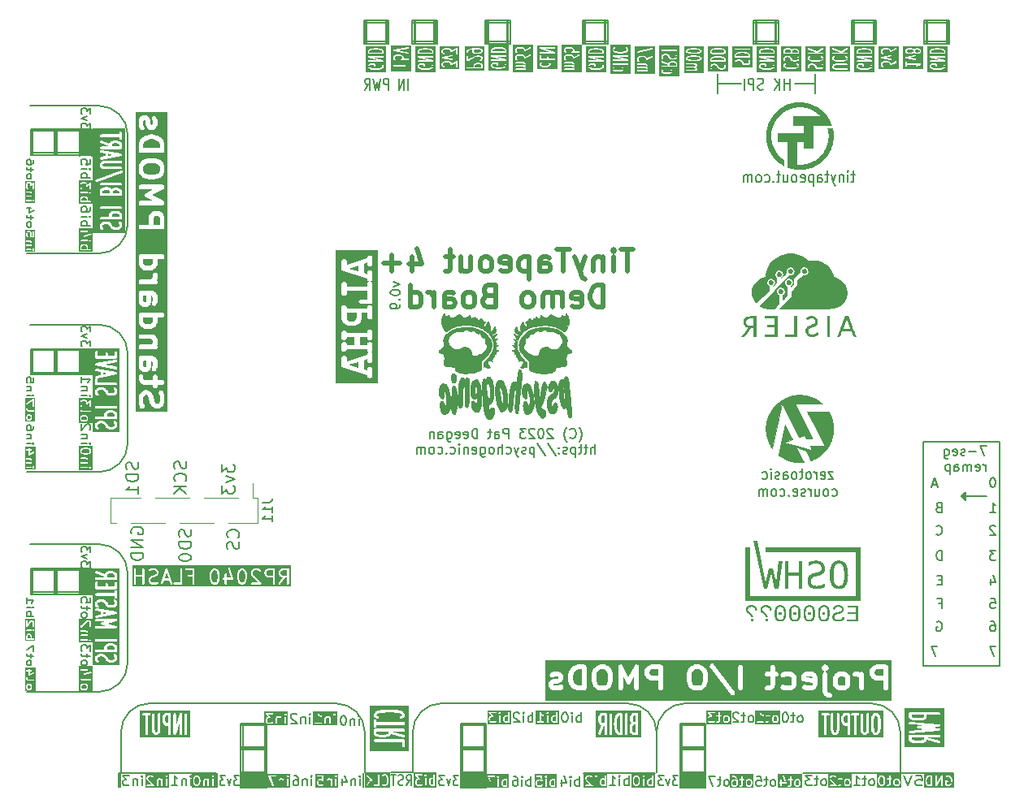
<source format=gbr>
G04 #@! TF.GenerationSoftware,KiCad,Pcbnew,7.0.9-7.0.9~ubuntu22.04.1*
G04 #@! TF.CreationDate,2023-12-15T15:20:45-05:00*
G04 #@! TF.ProjectId,tinytapeout-demo,74696e79-7461-4706-956f-75742d64656d,0.9.4*
G04 #@! TF.SameCoordinates,PX35e1f20PY8044ea0*
G04 #@! TF.FileFunction,Legend,Bot*
G04 #@! TF.FilePolarity,Positive*
%FSLAX46Y46*%
G04 Gerber Fmt 4.6, Leading zero omitted, Abs format (unit mm)*
G04 Created by KiCad (PCBNEW 7.0.9-7.0.9~ubuntu22.04.1) date 2023-12-15 15:20:45*
%MOMM*%
%LPD*%
G01*
G04 APERTURE LIST*
%ADD10C,0.200000*%
%ADD11C,0.150000*%
%ADD12C,0.275000*%
%ADD13C,0.500000*%
%ADD14C,0.170000*%
%ADD15C,0.007028*%
%ADD16C,0.010000*%
%ADD17C,0.120000*%
G04 APERTURE END LIST*
D10*
X45600000Y205000D02*
X45600000Y6900000D01*
D11*
X10700000Y45500000D02*
G75*
G03*
X7700000Y48500000I-3000000J0D01*
G01*
D10*
X76100000Y80200000D02*
X76100000Y77800000D01*
X45400000Y1800000D02*
X48050000Y1800000D01*
X25150000Y205000D02*
X25150000Y6900000D01*
D11*
X5705000Y22875000D02*
X7005000Y22875000D01*
X7005000Y20475000D01*
X5705000Y20475000D01*
X5705000Y22875000D01*
G36*
X5705000Y22875000D02*
G01*
X7005000Y22875000D01*
X7005000Y20475000D01*
X5705000Y20475000D01*
X5705000Y22875000D01*
G37*
X65800000Y6000000D02*
X65800000Y1800000D01*
D10*
X86100000Y80000000D02*
X88700000Y80000000D01*
X93700000Y80000000D02*
X96300000Y80000000D01*
X88700000Y80200000D02*
X88700000Y77800000D01*
X3305000Y43300000D02*
X3305000Y45950000D01*
X88400000Y80200000D02*
X88400000Y77800000D01*
X35600000Y80200000D02*
X35600000Y77800000D01*
D11*
X10700000Y22600000D02*
X10700000Y13200000D01*
X43400000Y9000000D02*
X62800000Y9000000D01*
D10*
X42650000Y80200000D02*
X42650000Y77800000D01*
X75900000Y80200000D02*
X78500000Y80200000D01*
X48050000Y205000D02*
X48050000Y6900000D01*
X58300000Y80200000D02*
X58300000Y77800000D01*
X93700000Y80200000D02*
X96300000Y80200000D01*
X60500000Y80200000D02*
X60500000Y77800000D01*
D11*
X9800000Y255000D02*
X9800000Y1700000D01*
D10*
X22500000Y6700000D02*
X25150000Y6700000D01*
X3305000Y20375000D02*
X3305000Y23025000D01*
X40650000Y80200000D02*
X40650000Y77800000D01*
X58100000Y80000000D02*
X60700000Y80000000D01*
X68475000Y205000D02*
X68475000Y6900000D01*
D11*
X68800000Y9000000D02*
X88200000Y9000000D01*
D10*
X35300000Y80000000D02*
X37900000Y80000000D01*
X605000Y20375000D02*
X605000Y23025000D01*
X45400000Y4400000D02*
X48050000Y4400000D01*
X70775000Y205000D02*
X70775000Y6900000D01*
X58100000Y80200000D02*
X60700000Y80200000D01*
D11*
X93600000Y36300000D02*
X93600000Y36100000D01*
D10*
X94000000Y80200000D02*
X94000000Y77800000D01*
D11*
X65800000Y1800000D02*
X65800000Y6000000D01*
D10*
X35500000Y80200000D02*
X35500000Y77800000D01*
D11*
X5705000Y68700000D02*
X7005000Y68700000D01*
X7005000Y66300000D01*
X5705000Y66300000D01*
X5705000Y68700000D01*
G36*
X5705000Y68700000D02*
G01*
X7005000Y68700000D01*
X7005000Y66300000D01*
X5705000Y66300000D01*
X5705000Y68700000D01*
G37*
D10*
X7005000Y43275000D02*
X7005000Y45925000D01*
D11*
X22600000Y1800000D02*
X25000000Y1800000D01*
X25000000Y300000D01*
X22600000Y300000D01*
X22600000Y1800000D01*
G36*
X22600000Y1800000D02*
G01*
X25000000Y1800000D01*
X25000000Y300000D01*
X22600000Y300000D01*
X22600000Y1800000D01*
G37*
X82300000Y74600000D02*
X82300000Y72600000D01*
D10*
X5705000Y66075000D02*
X5705000Y68725000D01*
X25000000Y205000D02*
X25000000Y6900000D01*
D11*
X10700000Y45500000D02*
X10700000Y36100000D01*
X7700000Y10200000D02*
X200000Y10200000D01*
D10*
X96300000Y80200000D02*
X96300000Y77800000D01*
X42950000Y78000000D02*
X40350000Y78000000D01*
D11*
X500000Y25600000D02*
X7700000Y25600000D01*
D10*
X60700000Y77800000D02*
X58100000Y77800000D01*
D11*
X7700000Y55900000D02*
X200000Y55900000D01*
D10*
X68275000Y205000D02*
X70925000Y205000D01*
D11*
X93600000Y12900000D02*
X101500000Y12900000D01*
D10*
X40350000Y77800000D02*
X40350000Y80200000D01*
D11*
X10700000Y68300000D02*
X10700000Y58900000D01*
D10*
X50250000Y80200000D02*
X50250000Y77800000D01*
D11*
X91200000Y6000000D02*
G75*
G03*
X88200000Y9000000I-3000000J0D01*
G01*
X7700000Y10200000D02*
G75*
G03*
X10700000Y13200000I0J3000000D01*
G01*
D10*
X75900000Y77800000D02*
X75900000Y80200000D01*
X22500000Y4200000D02*
X25150000Y4200000D01*
D11*
X68375000Y1800000D02*
X70775000Y1800000D01*
X70775000Y300000D01*
X68375000Y300000D01*
X68375000Y1800000D01*
G36*
X68375000Y1800000D02*
G01*
X70775000Y1800000D01*
X70775000Y300000D01*
X68375000Y300000D01*
X68375000Y1800000D01*
G37*
D10*
X58400000Y80200000D02*
X58400000Y77800000D01*
D11*
X82300000Y73600000D02*
X80200000Y73600000D01*
D10*
X45400000Y6900000D02*
X48050000Y6900000D01*
X93700000Y77800000D02*
X93700000Y80200000D01*
X605000Y43300000D02*
X605000Y45950000D01*
D11*
X7700000Y33100000D02*
G75*
G03*
X10700000Y36100000I0J3000000D01*
G01*
D10*
X22500000Y6900000D02*
X25150000Y6900000D01*
X7000000Y20375000D02*
X605000Y20375000D01*
D11*
X5705000Y45800000D02*
X7005000Y45800000D01*
X7005000Y43400000D01*
X5705000Y43400000D01*
X5705000Y45800000D01*
G36*
X5705000Y45800000D02*
G01*
X7005000Y45800000D01*
X7005000Y43400000D01*
X5705000Y43400000D01*
X5705000Y45800000D01*
G37*
D10*
X86100000Y77800000D02*
X86100000Y80200000D01*
X60700000Y78000000D02*
X58100000Y78000000D01*
D11*
X72200000Y73600000D02*
X74600000Y73600000D01*
D10*
X5705000Y43300000D02*
X5705000Y45950000D01*
X805000Y66200000D02*
X805000Y68850000D01*
D11*
X19900000Y255000D02*
X19900000Y1700000D01*
D10*
X48150000Y80200000D02*
X48150000Y77800000D01*
D11*
X65685000Y1700000D02*
X58185000Y1700000D01*
D10*
X7005000Y20350000D02*
X7005000Y23000000D01*
D11*
X10700000Y22600000D02*
G75*
G03*
X7700000Y25600000I-3000000J0D01*
G01*
D10*
X7000000Y23025000D02*
X605000Y23025000D01*
X86300000Y80200000D02*
X86300000Y77800000D01*
X7000000Y45950000D02*
X605000Y45950000D01*
X93900000Y80200000D02*
X93900000Y77800000D01*
X35300000Y80200000D02*
X37900000Y80200000D01*
D11*
X500000Y71300000D02*
X7700000Y71300000D01*
D10*
X48250000Y80200000D02*
X48250000Y77800000D01*
X75900000Y80000000D02*
X78500000Y80000000D01*
D11*
X40400000Y1800000D02*
X40400000Y6000000D01*
D10*
X96000000Y80200000D02*
X96000000Y77800000D01*
X78500000Y80200000D02*
X78500000Y77800000D01*
X60400000Y80200000D02*
X60400000Y77800000D01*
X68275000Y4200000D02*
X70925000Y4200000D01*
X7000000Y68850000D02*
X605000Y68850000D01*
D11*
X10700000Y68300000D02*
G75*
G03*
X7700000Y71300000I-3000000J0D01*
G01*
D10*
X78500000Y78000000D02*
X75900000Y78000000D01*
D11*
X35400000Y1800000D02*
X35400000Y6000000D01*
D10*
X76200000Y80200000D02*
X76200000Y77800000D01*
X7000000Y66200000D02*
X605000Y66200000D01*
X7005000Y43350000D02*
X7005000Y46000000D01*
X605000Y66200000D02*
X605000Y68850000D01*
X5705000Y66200000D02*
X5705000Y68850000D01*
X22500000Y4300000D02*
X25150000Y4300000D01*
X805000Y20375000D02*
X805000Y23025000D01*
D11*
X500000Y48500000D02*
X7700000Y48500000D01*
D10*
X35300000Y77800000D02*
X35300000Y80200000D01*
X3205000Y43300000D02*
X3205000Y45950000D01*
D11*
X35250000Y255000D02*
X35250000Y1700000D01*
D10*
X7000000Y43300000D02*
X605000Y43300000D01*
X45400000Y205000D02*
X48050000Y205000D01*
X37900000Y77800000D02*
X35300000Y77800000D01*
D11*
X13000000Y9000000D02*
G75*
G03*
X10000000Y6000000I0J-3000000D01*
G01*
D10*
X22500000Y4400000D02*
X25150000Y4400000D01*
X45400000Y4200000D02*
X48050000Y4200000D01*
X68275000Y4400000D02*
X70925000Y4400000D01*
D11*
X93600000Y36100000D02*
X93600000Y12900000D01*
D10*
X47950000Y80000000D02*
X50550000Y80000000D01*
X5705000Y20375000D02*
X5705000Y23025000D01*
X58100000Y77800000D02*
X58100000Y80200000D01*
D11*
X7700000Y55900000D02*
G75*
G03*
X10700000Y58900000I0J3000000D01*
G01*
X72200000Y74600000D02*
X72200000Y72600000D01*
X7700000Y33100000D02*
X200000Y33100000D01*
X43400000Y9000000D02*
G75*
G03*
X40400000Y6000000I0J-3000000D01*
G01*
D10*
X86400000Y80200000D02*
X86400000Y77800000D01*
X50550000Y80200000D02*
X50550000Y77800000D01*
D11*
X97950000Y30300000D02*
X97950000Y30200000D01*
X91200000Y6000000D02*
X91200000Y1800000D01*
D10*
X7000000Y66400000D02*
X605000Y66400000D01*
X22500000Y205000D02*
X25150000Y205000D01*
X68275000Y6900000D02*
X70925000Y6900000D01*
X50550000Y78000000D02*
X47950000Y78000000D01*
X22500000Y205000D02*
X22500000Y6900000D01*
X37700000Y80200000D02*
X37700000Y77800000D01*
X100150000Y30600000D02*
X97550000Y30600000D01*
X88700000Y77800000D02*
X86100000Y77800000D01*
D11*
X35400000Y6000000D02*
G75*
G03*
X32400000Y9000000I-3000000J0D01*
G01*
D10*
X22500000Y1800000D02*
X25150000Y1800000D01*
X40350000Y80200000D02*
X42950000Y80200000D01*
X45400000Y4300000D02*
X48050000Y4300000D01*
X97550000Y30600000D02*
X97950000Y31000000D01*
D11*
X101500000Y36300000D02*
X93600000Y36300000D01*
D10*
X50550000Y77800000D02*
X47950000Y77800000D01*
X3105000Y43300000D02*
X3105000Y45950000D01*
X88500000Y80200000D02*
X88500000Y77800000D01*
X68275000Y205000D02*
X68275000Y6900000D01*
D11*
X5705000Y68575000D02*
X7005000Y68575000D01*
X7005000Y66175000D01*
X5705000Y66175000D01*
X5705000Y68575000D01*
G36*
X5705000Y68575000D02*
G01*
X7005000Y68575000D01*
X7005000Y66175000D01*
X5705000Y66175000D01*
X5705000Y68575000D01*
G37*
D10*
X805000Y43300000D02*
X805000Y45950000D01*
X7005000Y66175000D02*
X7005000Y68825000D01*
D11*
X96700000Y1700000D02*
X81045000Y1700000D01*
D10*
X7000000Y68700000D02*
X605000Y68700000D01*
D11*
X9900000Y255000D02*
X9900000Y1700000D01*
D10*
X40350000Y80000000D02*
X42950000Y80000000D01*
X47900000Y205000D02*
X47900000Y6900000D01*
X7000000Y20575000D02*
X605000Y20575000D01*
D11*
X5705000Y45875000D02*
X7005000Y45875000D01*
X7005000Y43475000D01*
X5705000Y43475000D01*
X5705000Y45875000D01*
G36*
X5705000Y45875000D02*
G01*
X7005000Y45875000D01*
X7005000Y43475000D01*
X5705000Y43475000D01*
X5705000Y45875000D01*
G37*
X20050000Y255000D02*
X20050000Y1700000D01*
X9800000Y1700000D02*
X19965000Y1700000D01*
D10*
X40550000Y80200000D02*
X40550000Y77800000D01*
X37900000Y78000000D02*
X35300000Y78000000D01*
X42750000Y80200000D02*
X42750000Y77800000D01*
X45400000Y6700000D02*
X48050000Y6700000D01*
X37900000Y80200000D02*
X37900000Y77800000D01*
X97950000Y31000000D02*
X97950000Y30300000D01*
D11*
X68800000Y9000000D02*
G75*
G03*
X65800000Y6000000I0J-3000000D01*
G01*
D10*
X45400000Y205000D02*
X45400000Y6900000D01*
X78500000Y77800000D02*
X75900000Y77800000D01*
X68275000Y6700000D02*
X70925000Y6700000D01*
X7000000Y45800000D02*
X605000Y45800000D01*
X5705000Y43375000D02*
X5705000Y46025000D01*
X47950000Y77800000D02*
X47950000Y80200000D01*
X3105000Y20375000D02*
X3105000Y23025000D01*
D11*
X97850000Y30800000D02*
X97850000Y30500000D01*
D10*
X88700000Y78000000D02*
X86100000Y78000000D01*
X22700000Y205000D02*
X22700000Y6900000D01*
D11*
X101500000Y12900000D02*
X101500000Y36300000D01*
X65800000Y6000000D02*
G75*
G03*
X62800000Y9000000I-3000000J0D01*
G01*
D10*
X50350000Y80200000D02*
X50350000Y77800000D01*
X7000000Y22875000D02*
X605000Y22875000D01*
X3305000Y66200000D02*
X3305000Y68850000D01*
D11*
X10000000Y1800000D02*
X10000000Y6000000D01*
D10*
X3205000Y66200000D02*
X3205000Y68850000D01*
X3105000Y66200000D02*
X3105000Y68850000D01*
X96300000Y77800000D02*
X93700000Y77800000D01*
X60700000Y80200000D02*
X60700000Y77800000D01*
X7000000Y43500000D02*
X605000Y43500000D01*
X96100000Y80200000D02*
X96100000Y77800000D01*
X68275000Y1800000D02*
X70925000Y1800000D01*
X86100000Y80200000D02*
X88700000Y80200000D01*
X42950000Y77800000D02*
X40350000Y77800000D01*
X97950000Y30200000D02*
X97550000Y30600000D01*
X78300000Y80200000D02*
X78300000Y77800000D01*
X42950000Y80200000D02*
X42950000Y77800000D01*
X47950000Y80200000D02*
X50550000Y80200000D01*
X7005000Y66050000D02*
X7005000Y68700000D01*
X70925000Y205000D02*
X70925000Y6900000D01*
X37600000Y80200000D02*
X37600000Y77800000D01*
X68275000Y4300000D02*
X70925000Y4300000D01*
X78200000Y80200000D02*
X78200000Y77800000D01*
D11*
X13000000Y9000000D02*
X32400000Y9000000D01*
D10*
X3205000Y20375000D02*
X3205000Y23025000D01*
D11*
X45500000Y1800000D02*
X47900000Y1800000D01*
X47900000Y300000D01*
X45500000Y300000D01*
X45500000Y1800000D01*
G36*
X45500000Y1800000D02*
G01*
X47900000Y1800000D01*
X47900000Y300000D01*
X45500000Y300000D01*
X45500000Y1800000D01*
G37*
D10*
X96300000Y78000000D02*
X93700000Y78000000D01*
D11*
X75698684Y7035181D02*
X75798684Y7082800D01*
X75798684Y7082800D02*
X75848684Y7130420D01*
X75848684Y7130420D02*
X75898684Y7225658D01*
X75898684Y7225658D02*
X75898684Y7511372D01*
X75898684Y7511372D02*
X75848684Y7606610D01*
X75848684Y7606610D02*
X75798684Y7654229D01*
X75798684Y7654229D02*
X75698684Y7701848D01*
X75698684Y7701848D02*
X75548684Y7701848D01*
X75548684Y7701848D02*
X75448684Y7654229D01*
X75448684Y7654229D02*
X75398684Y7606610D01*
X75398684Y7606610D02*
X75348684Y7511372D01*
X75348684Y7511372D02*
X75348684Y7225658D01*
X75348684Y7225658D02*
X75398684Y7130420D01*
X75398684Y7130420D02*
X75448684Y7082800D01*
X75448684Y7082800D02*
X75548684Y7035181D01*
X75548684Y7035181D02*
X75698684Y7035181D01*
X75048684Y7701848D02*
X74648684Y7701848D01*
X74898684Y8035181D02*
X74898684Y7178039D01*
X74898684Y7178039D02*
X74848684Y7082800D01*
X74848684Y7082800D02*
X74748684Y7035181D01*
X74748684Y7035181D02*
X74648684Y7035181D01*
X74348684Y7939943D02*
X74298684Y7987562D01*
X74298684Y7987562D02*
X74198684Y8035181D01*
X74198684Y8035181D02*
X73948684Y8035181D01*
X73948684Y8035181D02*
X73848684Y7987562D01*
X73848684Y7987562D02*
X73798684Y7939943D01*
X73798684Y7939943D02*
X73748684Y7844705D01*
X73748684Y7844705D02*
X73748684Y7749467D01*
X73748684Y7749467D02*
X73798684Y7606610D01*
X73798684Y7606610D02*
X74398684Y7035181D01*
X74398684Y7035181D02*
X73748684Y7035181D01*
X17298684Y435181D02*
X17298684Y1101848D01*
X17298684Y1435181D02*
X17348684Y1387562D01*
X17348684Y1387562D02*
X17298684Y1339943D01*
X17298684Y1339943D02*
X17248684Y1387562D01*
X17248684Y1387562D02*
X17298684Y1435181D01*
X17298684Y1435181D02*
X17298684Y1339943D01*
X16798684Y1101848D02*
X16798684Y435181D01*
X16798684Y1006610D02*
X16748684Y1054229D01*
X16748684Y1054229D02*
X16648684Y1101848D01*
X16648684Y1101848D02*
X16498684Y1101848D01*
X16498684Y1101848D02*
X16398684Y1054229D01*
X16398684Y1054229D02*
X16348684Y958991D01*
X16348684Y958991D02*
X16348684Y435181D01*
X15298684Y435181D02*
X15898684Y435181D01*
X15598684Y435181D02*
X15598684Y1435181D01*
X15598684Y1435181D02*
X15698684Y1292324D01*
X15698684Y1292324D02*
X15798684Y1197086D01*
X15798684Y1197086D02*
X15898684Y1149467D01*
X101158458Y14930181D02*
X100491792Y14930181D01*
X100491792Y14930181D02*
X100920363Y13930181D01*
X6830180Y68929888D02*
X6830180Y69487031D01*
X6830180Y69487031D02*
X6449228Y69187031D01*
X6449228Y69187031D02*
X6449228Y69315602D01*
X6449228Y69315602D02*
X6401609Y69401316D01*
X6401609Y69401316D02*
X6353990Y69444174D01*
X6353990Y69444174D02*
X6258752Y69487031D01*
X6258752Y69487031D02*
X6020657Y69487031D01*
X6020657Y69487031D02*
X5925419Y69444174D01*
X5925419Y69444174D02*
X5877800Y69401316D01*
X5877800Y69401316D02*
X5830180Y69315602D01*
X5830180Y69315602D02*
X5830180Y69058459D01*
X5830180Y69058459D02*
X5877800Y68972745D01*
X5877800Y68972745D02*
X5925419Y68929888D01*
X6496847Y69787031D02*
X5830180Y70001317D01*
X5830180Y70001317D02*
X6496847Y70215602D01*
X6830180Y70472745D02*
X6830180Y71029888D01*
X6830180Y71029888D02*
X6449228Y70729888D01*
X6449228Y70729888D02*
X6449228Y70858459D01*
X6449228Y70858459D02*
X6401609Y70944173D01*
X6401609Y70944173D02*
X6353990Y70987031D01*
X6353990Y70987031D02*
X6258752Y71029888D01*
X6258752Y71029888D02*
X6020657Y71029888D01*
X6020657Y71029888D02*
X5925419Y70987031D01*
X5925419Y70987031D02*
X5877800Y70944173D01*
X5877800Y70944173D02*
X5830180Y70858459D01*
X5830180Y70858459D02*
X5830180Y70601316D01*
X5830180Y70601316D02*
X5877800Y70515602D01*
X5877800Y70515602D02*
X5925419Y70472745D01*
X57948684Y7035181D02*
X57948684Y8035181D01*
X57948684Y7654229D02*
X57848684Y7701848D01*
X57848684Y7701848D02*
X57648684Y7701848D01*
X57648684Y7701848D02*
X57548684Y7654229D01*
X57548684Y7654229D02*
X57498684Y7606610D01*
X57498684Y7606610D02*
X57448684Y7511372D01*
X57448684Y7511372D02*
X57448684Y7225658D01*
X57448684Y7225658D02*
X57498684Y7130420D01*
X57498684Y7130420D02*
X57548684Y7082800D01*
X57548684Y7082800D02*
X57648684Y7035181D01*
X57648684Y7035181D02*
X57848684Y7035181D01*
X57848684Y7035181D02*
X57948684Y7082800D01*
X56998684Y7035181D02*
X56998684Y7701848D01*
X56998684Y8035181D02*
X57048684Y7987562D01*
X57048684Y7987562D02*
X56998684Y7939943D01*
X56998684Y7939943D02*
X56948684Y7987562D01*
X56948684Y7987562D02*
X56998684Y8035181D01*
X56998684Y8035181D02*
X56998684Y7939943D01*
X56298684Y8035181D02*
X56198684Y8035181D01*
X56198684Y8035181D02*
X56098684Y7987562D01*
X56098684Y7987562D02*
X56048684Y7939943D01*
X56048684Y7939943D02*
X55998684Y7844705D01*
X55998684Y7844705D02*
X55948684Y7654229D01*
X55948684Y7654229D02*
X55948684Y7416134D01*
X55948684Y7416134D02*
X55998684Y7225658D01*
X55998684Y7225658D02*
X56048684Y7130420D01*
X56048684Y7130420D02*
X56098684Y7082800D01*
X56098684Y7082800D02*
X56198684Y7035181D01*
X56198684Y7035181D02*
X56298684Y7035181D01*
X56298684Y7035181D02*
X56398684Y7082800D01*
X56398684Y7082800D02*
X56448684Y7130420D01*
X56448684Y7130420D02*
X56498684Y7225658D01*
X56498684Y7225658D02*
X56548684Y7416134D01*
X56548684Y7416134D02*
X56548684Y7654229D01*
X56548684Y7654229D02*
X56498684Y7844705D01*
X56498684Y7844705D02*
X56448684Y7939943D01*
X56448684Y7939943D02*
X56398684Y7987562D01*
X56398684Y7987562D02*
X56298684Y8035181D01*
G36*
X77668758Y77137135D02*
G01*
X77798627Y77102503D01*
X77916177Y77039811D01*
X77965585Y76960759D01*
X77965585Y76866793D01*
X76615585Y76866793D01*
X76615585Y76960759D01*
X76664991Y77039810D01*
X76782542Y77102503D01*
X76912411Y77137135D01*
X77188420Y77173936D01*
X77392751Y77173936D01*
X77668758Y77137135D01*
G37*
G36*
X78329871Y74826316D02*
G01*
X76251299Y74826316D01*
X76251299Y75382269D01*
X76465585Y75382269D01*
X76468349Y75374675D01*
X76467225Y75366669D01*
X76476985Y75342519D01*
X76548414Y75228233D01*
X76553705Y75224100D01*
X76556214Y75217869D01*
X76576720Y75201806D01*
X76719577Y75125617D01*
X76723079Y75125121D01*
X76735546Y75119325D01*
X76878403Y75081230D01*
X76881140Y75081473D01*
X76887816Y75079356D01*
X77173530Y75041260D01*
X77176279Y75041865D01*
X77183442Y75040602D01*
X77397728Y75040602D01*
X77400374Y75041566D01*
X77407640Y75041260D01*
X77693355Y75079356D01*
X77695788Y75080628D01*
X77702767Y75081230D01*
X77845624Y75119325D01*
X77848527Y75121353D01*
X77861593Y75125616D01*
X78004450Y75201806D01*
X78008937Y75206803D01*
X78015325Y75208877D01*
X78032756Y75228233D01*
X78104185Y75342519D01*
X78105866Y75350425D01*
X78111062Y75356617D01*
X78115585Y75382269D01*
X78115585Y75496555D01*
X78110381Y75510851D01*
X78109545Y75526043D01*
X78098946Y75542270D01*
X78098038Y75544764D01*
X78096879Y75545433D01*
X78095300Y75547851D01*
X78023871Y75624041D01*
X77978098Y75647210D01*
X77928141Y75635537D01*
X77897375Y75594482D01*
X77900196Y75543257D01*
X77914441Y75521449D01*
X77965585Y75466897D01*
X77965585Y75403780D01*
X77916177Y75324728D01*
X77798627Y75262036D01*
X77668758Y75227404D01*
X77392751Y75190602D01*
X77188420Y75190602D01*
X76912411Y75227404D01*
X76782542Y75262036D01*
X76664991Y75324729D01*
X76615585Y75403780D01*
X76615585Y75436950D01*
X76664992Y75516001D01*
X76702192Y75535841D01*
X77108442Y75535841D01*
X77108442Y75458460D01*
X77125989Y75410251D01*
X77170418Y75384599D01*
X77220942Y75393508D01*
X77253919Y75432808D01*
X77258442Y75458460D01*
X77258442Y75610841D01*
X77251778Y75629150D01*
X77248394Y75648341D01*
X77243209Y75652692D01*
X77240895Y75659050D01*
X77224021Y75668793D01*
X77209094Y75681318D01*
X77199351Y75683036D01*
X77196466Y75684702D01*
X77193183Y75684124D01*
X77183442Y75685841D01*
X76683442Y75685841D01*
X76678282Y75683963D01*
X76672909Y75685098D01*
X76648147Y75677017D01*
X76576719Y75638921D01*
X76572232Y75633926D01*
X76565846Y75631851D01*
X76548414Y75612495D01*
X76476985Y75498210D01*
X76475303Y75490305D01*
X76470108Y75484112D01*
X76465585Y75458460D01*
X76465585Y75382269D01*
X76251299Y75382269D01*
X76251299Y75966722D01*
X76466724Y75966722D01*
X76475633Y75916198D01*
X76514933Y75883221D01*
X76540585Y75878698D01*
X78040585Y75878698D01*
X78054823Y75883881D01*
X78069951Y75884687D01*
X78078193Y75892387D01*
X78088794Y75896245D01*
X78096369Y75909366D01*
X78107441Y75919708D01*
X78108805Y75930905D01*
X78114446Y75940674D01*
X78111814Y75955598D01*
X78113647Y75970634D01*
X78107496Y75980088D01*
X78105537Y75991198D01*
X78093930Y76000938D01*
X78085668Y76013636D01*
X78068234Y76022499D01*
X78066237Y76024175D01*
X78064247Y76024526D01*
X78062449Y76025440D01*
X77043946Y76335841D01*
X78040585Y76335841D01*
X78088794Y76353388D01*
X78114446Y76397817D01*
X78105537Y76448341D01*
X78066237Y76481318D01*
X78040585Y76485841D01*
X76540585Y76485841D01*
X76526348Y76480660D01*
X76511219Y76479853D01*
X76502974Y76472152D01*
X76492376Y76468294D01*
X76484801Y76455176D01*
X76473729Y76444832D01*
X76472364Y76433634D01*
X76466724Y76423865D01*
X76469354Y76408945D01*
X76467522Y76393905D01*
X76473674Y76384450D01*
X76475633Y76373341D01*
X76487237Y76363604D01*
X76495501Y76350903D01*
X76512935Y76342041D01*
X76514933Y76340364D01*
X76516922Y76340014D01*
X76518721Y76339099D01*
X77537223Y76028698D01*
X76540585Y76028698D01*
X76492376Y76011151D01*
X76466724Y75966722D01*
X76251299Y75966722D01*
X76251299Y76791793D01*
X76465585Y76791793D01*
X76472248Y76773485D01*
X76475633Y76754293D01*
X76480817Y76749943D01*
X76483132Y76743584D01*
X76500005Y76733842D01*
X76514933Y76721316D01*
X76524675Y76719599D01*
X76527561Y76717932D01*
X76530843Y76718511D01*
X76540585Y76716793D01*
X78040585Y76716793D01*
X78058893Y76723457D01*
X78078085Y76726841D01*
X78082435Y76732026D01*
X78088794Y76734340D01*
X78098536Y76751214D01*
X78111062Y76766141D01*
X78112779Y76775884D01*
X78114446Y76778769D01*
X78113867Y76782052D01*
X78115585Y76791793D01*
X78115585Y76982269D01*
X78112820Y76989864D01*
X78113945Y76997869D01*
X78104185Y77022019D01*
X78032756Y77136305D01*
X78027462Y77140440D01*
X78024955Y77146669D01*
X78004450Y77162732D01*
X77861593Y77238922D01*
X77858087Y77239420D01*
X77845624Y77245213D01*
X77702767Y77283308D01*
X77700029Y77283066D01*
X77693355Y77285182D01*
X77407640Y77323278D01*
X77404890Y77322674D01*
X77397728Y77323936D01*
X77183442Y77323936D01*
X77180795Y77322973D01*
X77173530Y77323278D01*
X76887816Y77285182D01*
X76885382Y77283911D01*
X76878403Y77283308D01*
X76735546Y77245213D01*
X76732641Y77243185D01*
X76719577Y77238921D01*
X76576720Y77162732D01*
X76572232Y77157736D01*
X76565845Y77155661D01*
X76548414Y77136305D01*
X76476985Y77022019D01*
X76475303Y77014114D01*
X76470108Y77007921D01*
X76465585Y76982269D01*
X76465585Y76791793D01*
X76251299Y76791793D01*
X76251299Y77538222D01*
X78329871Y77538222D01*
X78329871Y74826316D01*
G37*
X6830180Y46229888D02*
X6830180Y46787031D01*
X6830180Y46787031D02*
X6449228Y46487031D01*
X6449228Y46487031D02*
X6449228Y46615602D01*
X6449228Y46615602D02*
X6401609Y46701316D01*
X6401609Y46701316D02*
X6353990Y46744174D01*
X6353990Y46744174D02*
X6258752Y46787031D01*
X6258752Y46787031D02*
X6020657Y46787031D01*
X6020657Y46787031D02*
X5925419Y46744174D01*
X5925419Y46744174D02*
X5877800Y46701316D01*
X5877800Y46701316D02*
X5830180Y46615602D01*
X5830180Y46615602D02*
X5830180Y46358459D01*
X5830180Y46358459D02*
X5877800Y46272745D01*
X5877800Y46272745D02*
X5925419Y46229888D01*
X6496847Y47087031D02*
X5830180Y47301317D01*
X5830180Y47301317D02*
X6496847Y47515602D01*
X6830180Y47772745D02*
X6830180Y48329888D01*
X6830180Y48329888D02*
X6449228Y48029888D01*
X6449228Y48029888D02*
X6449228Y48158459D01*
X6449228Y48158459D02*
X6401609Y48244173D01*
X6401609Y48244173D02*
X6353990Y48287031D01*
X6353990Y48287031D02*
X6258752Y48329888D01*
X6258752Y48329888D02*
X6020657Y48329888D01*
X6020657Y48329888D02*
X5925419Y48287031D01*
X5925419Y48287031D02*
X5877800Y48244173D01*
X5877800Y48244173D02*
X5830180Y48158459D01*
X5830180Y48158459D02*
X5830180Y47901316D01*
X5830180Y47901316D02*
X5877800Y47815602D01*
X5877800Y47815602D02*
X5925419Y47772745D01*
X100539411Y28930181D02*
X101110839Y28930181D01*
X100825125Y28930181D02*
X100825125Y29930181D01*
X100825125Y29930181D02*
X100920363Y29787324D01*
X100920363Y29787324D02*
X101015601Y29692086D01*
X101015601Y29692086D02*
X101110839Y29644467D01*
G36*
X7048037Y15333926D02*
G01*
X5612323Y15333926D01*
X5612323Y15614340D01*
X5756319Y15614340D01*
X5765228Y15563816D01*
X5804528Y15530839D01*
X5830180Y15526316D01*
X6496847Y15526316D01*
X6545056Y15543863D01*
X6570708Y15588292D01*
X6567580Y15606029D01*
X6660091Y15606029D01*
X6665100Y15589004D01*
X6666216Y15571287D01*
X6669560Y15566255D01*
X6669990Y15563816D01*
X6672680Y15561559D01*
X6673568Y15560222D01*
X6674572Y15556812D01*
X6676832Y15555311D01*
X6680632Y15549592D01*
X6728251Y15499592D01*
X6747249Y15490163D01*
X6764922Y15478420D01*
X6769804Y15478968D01*
X6774205Y15476783D01*
X6794828Y15481773D01*
X6815905Y15484136D01*
X6821430Y15488210D01*
X6824069Y15488848D01*
X6826178Y15491710D01*
X6836871Y15499592D01*
X6884491Y15549592D01*
X6891597Y15565856D01*
X6902130Y15580144D01*
X6901855Y15584507D01*
X6904041Y15588292D01*
X6903281Y15592599D01*
X6905032Y15596604D01*
X6900021Y15613633D01*
X6898906Y15631345D01*
X6895561Y15636378D01*
X6895132Y15638816D01*
X6892442Y15641073D01*
X6891552Y15642412D01*
X6890550Y15645820D01*
X6888290Y15647322D01*
X6884491Y15653040D01*
X6836871Y15703040D01*
X6817878Y15712468D01*
X6800201Y15724213D01*
X6795316Y15723666D01*
X6790917Y15725849D01*
X6770301Y15720861D01*
X6749217Y15718497D01*
X6743689Y15714422D01*
X6741054Y15713784D01*
X6738946Y15710926D01*
X6728251Y15703040D01*
X6680632Y15653040D01*
X6673526Y15636779D01*
X6662992Y15622488D01*
X6663266Y15618126D01*
X6661081Y15614340D01*
X6661840Y15610033D01*
X6660091Y15606029D01*
X6567580Y15606029D01*
X6561799Y15638816D01*
X6522499Y15671793D01*
X6496847Y15676316D01*
X5830180Y15676316D01*
X5781971Y15658769D01*
X5756319Y15614340D01*
X5612323Y15614340D01*
X5612323Y16114340D01*
X5756319Y16114340D01*
X5765228Y16063816D01*
X5804528Y16030839D01*
X5830180Y16026316D01*
X6496847Y16026316D01*
X6545056Y16043863D01*
X6570708Y16088292D01*
X6561799Y16138816D01*
X6536467Y16160073D01*
X6564562Y16219071D01*
X6564918Y16222798D01*
X6567324Y16225664D01*
X6571847Y16251316D01*
X6571847Y16401316D01*
X6570567Y16404833D01*
X6571507Y16408456D01*
X6564562Y16433561D01*
X6516943Y16533561D01*
X6508952Y16541423D01*
X6504700Y16551792D01*
X6484090Y16567721D01*
X6388853Y16617721D01*
X6383657Y16618424D01*
X6379642Y16621793D01*
X6353990Y16626316D01*
X5830180Y16626316D01*
X5781971Y16608769D01*
X5756319Y16564340D01*
X5765228Y16513816D01*
X5804528Y16480839D01*
X5830180Y16476316D01*
X6335498Y16476316D01*
X6392251Y16446521D01*
X6421847Y16384370D01*
X6421847Y16268263D01*
X6386659Y16194369D01*
X6369467Y16176316D01*
X5830180Y16176316D01*
X5781971Y16158769D01*
X5756319Y16114340D01*
X5612323Y16114340D01*
X5612323Y16951316D01*
X5755180Y16951316D01*
X5763194Y16929297D01*
X5769810Y16906813D01*
X5771878Y16905439D01*
X5772727Y16903107D01*
X5793025Y16891388D01*
X5812541Y16878420D01*
X5815005Y16878697D01*
X5817156Y16877455D01*
X5840240Y16881526D01*
X5863524Y16884136D01*
X5866189Y16886102D01*
X5867680Y16886364D01*
X5869518Y16888556D01*
X5884490Y16899592D01*
X6443451Y17486501D01*
X6557211Y17526316D01*
X6621212Y17526316D01*
X6689148Y17490650D01*
X6719992Y17458264D01*
X6755180Y17384370D01*
X6755180Y17168263D01*
X6719992Y17094369D01*
X6680632Y17053040D01*
X6660091Y17006029D01*
X6674572Y16956812D01*
X6717303Y16928420D01*
X6768286Y16934136D01*
X6789252Y16949592D01*
X6836872Y16999592D01*
X6837620Y17001305D01*
X6850276Y17019071D01*
X6897895Y17119071D01*
X6898251Y17122798D01*
X6900657Y17125664D01*
X6905180Y17151316D01*
X6905180Y17401316D01*
X6903900Y17404833D01*
X6904840Y17408456D01*
X6897895Y17433561D01*
X6850276Y17533561D01*
X6848943Y17534873D01*
X6836872Y17553040D01*
X6789252Y17603040D01*
X6787986Y17603669D01*
X6769804Y17617721D01*
X6674567Y17667721D01*
X6669371Y17668424D01*
X6665356Y17671793D01*
X6639704Y17676316D01*
X6544466Y17676316D01*
X6543677Y17676030D01*
X6519689Y17672105D01*
X6376833Y17622105D01*
X6373083Y17619038D01*
X6368265Y17618497D01*
X6347299Y17603040D01*
X5905180Y17138816D01*
X5905180Y17601316D01*
X5887633Y17649525D01*
X5843204Y17675177D01*
X5792680Y17666268D01*
X5759703Y17626968D01*
X5755180Y17601316D01*
X5755180Y16951316D01*
X5612323Y16951316D01*
X5612323Y17819173D01*
X7048037Y17819173D01*
X7048037Y15333926D01*
G37*
G36*
X73205631Y7591661D02*
G01*
X73238018Y7560816D01*
X73273684Y7492882D01*
X73273684Y7244149D01*
X73238018Y7176215D01*
X73205629Y7145368D01*
X73131738Y7110181D01*
X73015630Y7110181D01*
X72941737Y7145369D01*
X72909349Y7176215D01*
X72873684Y7244150D01*
X72873684Y7492881D01*
X72909350Y7560817D01*
X72941736Y7591661D01*
X73015630Y7626848D01*
X73131738Y7626848D01*
X73205631Y7591661D01*
G37*
G36*
X73566541Y6817324D02*
G01*
X70980827Y6817324D01*
X70980827Y7225658D01*
X71123684Y7225658D01*
X71125476Y7220733D01*
X71124360Y7215610D01*
X71132279Y7190795D01*
X71182279Y7095558D01*
X71183323Y7094608D01*
X71196959Y7076110D01*
X71246959Y7028490D01*
X71248670Y7027743D01*
X71266439Y7015085D01*
X71366439Y6967466D01*
X71370165Y6967110D01*
X71373032Y6964704D01*
X71398684Y6960181D01*
X71698684Y6960181D01*
X71702200Y6961461D01*
X71705824Y6960521D01*
X71730929Y6967466D01*
X71830929Y7015085D01*
X71832238Y7016417D01*
X71850409Y7028490D01*
X71871109Y7048205D01*
X72024823Y7048205D01*
X72033732Y6997681D01*
X72073032Y6964704D01*
X72098684Y6960181D01*
X72198684Y6960181D01*
X72202200Y6961461D01*
X72205824Y6960521D01*
X72230929Y6967466D01*
X72330929Y7015085D01*
X72338790Y7023075D01*
X72349160Y7027328D01*
X72365089Y7047938D01*
X72415089Y7143177D01*
X72415791Y7148372D01*
X72419161Y7152387D01*
X72423684Y7178039D01*
X72423684Y7225658D01*
X72723684Y7225658D01*
X72725476Y7220733D01*
X72724360Y7215610D01*
X72732279Y7190795D01*
X72782279Y7095558D01*
X72783323Y7094608D01*
X72796959Y7076110D01*
X72846959Y7028490D01*
X72848670Y7027743D01*
X72866439Y7015085D01*
X72966439Y6967466D01*
X72970165Y6967110D01*
X72973032Y6964704D01*
X72998684Y6960181D01*
X73148684Y6960181D01*
X73152200Y6961461D01*
X73155824Y6960521D01*
X73180929Y6967466D01*
X73280929Y7015085D01*
X73282238Y7016417D01*
X73300409Y7028490D01*
X73350408Y7076110D01*
X73351035Y7077376D01*
X73365089Y7095557D01*
X73415089Y7190795D01*
X73415791Y7195991D01*
X73419161Y7200006D01*
X73423684Y7225658D01*
X73423684Y7511372D01*
X73421891Y7516298D01*
X73423008Y7521420D01*
X73415089Y7546235D01*
X73365089Y7641473D01*
X73364044Y7642424D01*
X73350408Y7660920D01*
X73300408Y7708539D01*
X73298698Y7709286D01*
X73280929Y7721944D01*
X73180929Y7769563D01*
X73177202Y7769920D01*
X73174336Y7772325D01*
X73148684Y7776848D01*
X72998684Y7776848D01*
X72995167Y7775569D01*
X72991544Y7776508D01*
X72966439Y7769563D01*
X72866439Y7721944D01*
X72865127Y7720612D01*
X72846960Y7708540D01*
X72796960Y7660920D01*
X72796331Y7659655D01*
X72782279Y7641472D01*
X72732279Y7546235D01*
X72731576Y7541040D01*
X72728207Y7537024D01*
X72723684Y7511372D01*
X72723684Y7225658D01*
X72423684Y7225658D01*
X72423684Y7626848D01*
X72498684Y7626848D01*
X72546893Y7644395D01*
X72572545Y7688824D01*
X72563636Y7739348D01*
X72524336Y7772325D01*
X72498684Y7776848D01*
X72423684Y7776848D01*
X72423684Y8035181D01*
X72406137Y8083390D01*
X72361708Y8109042D01*
X72311184Y8100133D01*
X72278207Y8060833D01*
X72273684Y8035181D01*
X72273684Y7776848D01*
X72098684Y7776848D01*
X72050475Y7759301D01*
X72024823Y7714872D01*
X72033732Y7664348D01*
X72073032Y7631371D01*
X72098684Y7626848D01*
X72273684Y7626848D01*
X72273684Y7196530D01*
X72243889Y7139778D01*
X72181738Y7110181D01*
X72098684Y7110181D01*
X72050475Y7092634D01*
X72024823Y7048205D01*
X71871109Y7048205D01*
X71900408Y7076110D01*
X71923217Y7122064D01*
X71911151Y7171928D01*
X71869855Y7202370D01*
X71818654Y7199146D01*
X71796959Y7184730D01*
X71755629Y7145368D01*
X71681738Y7110181D01*
X71415630Y7110181D01*
X71341737Y7145369D01*
X71309349Y7176215D01*
X71273684Y7244150D01*
X71273684Y7445262D01*
X71309350Y7513198D01*
X71341736Y7544042D01*
X71415630Y7579229D01*
X71548684Y7579229D01*
X71568488Y7586438D01*
X71589064Y7591027D01*
X71592139Y7595046D01*
X71596893Y7596776D01*
X71607433Y7615032D01*
X71620242Y7631770D01*
X71620014Y7636823D01*
X71622545Y7641205D01*
X71618883Y7661968D01*
X71617937Y7683021D01*
X71614117Y7689000D01*
X71613636Y7691729D01*
X71610914Y7694013D01*
X71603913Y7704971D01*
X71369439Y7960181D01*
X71848684Y7960181D01*
X71896893Y7977728D01*
X71922545Y8022157D01*
X71913636Y8072681D01*
X71874336Y8105658D01*
X71848684Y8110181D01*
X71198684Y8110181D01*
X71178880Y8102973D01*
X71158303Y8098383D01*
X71155227Y8094364D01*
X71150475Y8092634D01*
X71139935Y8074381D01*
X71127126Y8057640D01*
X71127353Y8052588D01*
X71124823Y8048205D01*
X71128483Y8027447D01*
X71129430Y8006389D01*
X71133250Y8000409D01*
X71133732Y7997681D01*
X71136452Y7995399D01*
X71143455Y7984439D01*
X71380937Y7725955D01*
X71366439Y7721944D01*
X71266439Y7674325D01*
X71265127Y7672993D01*
X71246960Y7660921D01*
X71196960Y7613301D01*
X71196331Y7612036D01*
X71182279Y7593853D01*
X71132279Y7498616D01*
X71131576Y7493421D01*
X71128207Y7489405D01*
X71123684Y7463753D01*
X71123684Y7225658D01*
X70980827Y7225658D01*
X70980827Y8253038D01*
X73566541Y8253038D01*
X73566541Y6817324D01*
G37*
X12198684Y435181D02*
X12198684Y1101848D01*
X12198684Y1435181D02*
X12248684Y1387562D01*
X12248684Y1387562D02*
X12198684Y1339943D01*
X12198684Y1339943D02*
X12148684Y1387562D01*
X12148684Y1387562D02*
X12198684Y1435181D01*
X12198684Y1435181D02*
X12198684Y1339943D01*
X11698684Y1101848D02*
X11698684Y435181D01*
X11698684Y1006610D02*
X11648684Y1054229D01*
X11648684Y1054229D02*
X11548684Y1101848D01*
X11548684Y1101848D02*
X11398684Y1101848D01*
X11398684Y1101848D02*
X11298684Y1054229D01*
X11298684Y1054229D02*
X11248684Y958991D01*
X11248684Y958991D02*
X11248684Y435181D01*
X10848684Y1435181D02*
X10198684Y1435181D01*
X10198684Y1435181D02*
X10548684Y1054229D01*
X10548684Y1054229D02*
X10398684Y1054229D01*
X10398684Y1054229D02*
X10298684Y1006610D01*
X10298684Y1006610D02*
X10248684Y958991D01*
X10248684Y958991D02*
X10198684Y863753D01*
X10198684Y863753D02*
X10198684Y625658D01*
X10198684Y625658D02*
X10248684Y530420D01*
X10248684Y530420D02*
X10298684Y482800D01*
X10298684Y482800D02*
X10398684Y435181D01*
X10398684Y435181D02*
X10698684Y435181D01*
X10698684Y435181D02*
X10798684Y482800D01*
X10798684Y482800D02*
X10848684Y530420D01*
X95513220Y23930181D02*
X95513220Y24930181D01*
X95513220Y24930181D02*
X95275125Y24930181D01*
X95275125Y24930181D02*
X95132268Y24882562D01*
X95132268Y24882562D02*
X95037030Y24787324D01*
X95037030Y24787324D02*
X94989411Y24692086D01*
X94989411Y24692086D02*
X94941792Y24501610D01*
X94941792Y24501610D02*
X94941792Y24358753D01*
X94941792Y24358753D02*
X94989411Y24168277D01*
X94989411Y24168277D02*
X95037030Y24073039D01*
X95037030Y24073039D02*
X95132268Y23977800D01*
X95132268Y23977800D02*
X95275125Y23930181D01*
X95275125Y23930181D02*
X95513220Y23930181D01*
X5835180Y63776316D02*
X6835180Y63776316D01*
X6454228Y63776316D02*
X6501847Y63876316D01*
X6501847Y63876316D02*
X6501847Y64076316D01*
X6501847Y64076316D02*
X6454228Y64176316D01*
X6454228Y64176316D02*
X6406609Y64226316D01*
X6406609Y64226316D02*
X6311371Y64276316D01*
X6311371Y64276316D02*
X6025657Y64276316D01*
X6025657Y64276316D02*
X5930419Y64226316D01*
X5930419Y64226316D02*
X5882800Y64176316D01*
X5882800Y64176316D02*
X5835180Y64076316D01*
X5835180Y64076316D02*
X5835180Y63876316D01*
X5835180Y63876316D02*
X5882800Y63776316D01*
X5835180Y64726316D02*
X6501847Y64726316D01*
X6835180Y64726316D02*
X6787561Y64676316D01*
X6787561Y64676316D02*
X6739942Y64726316D01*
X6739942Y64726316D02*
X6787561Y64776316D01*
X6787561Y64776316D02*
X6835180Y64726316D01*
X6835180Y64726316D02*
X6739942Y64726316D01*
X6835180Y65726316D02*
X6835180Y65226316D01*
X6835180Y65226316D02*
X6358990Y65176316D01*
X6358990Y65176316D02*
X6406609Y65226316D01*
X6406609Y65226316D02*
X6454228Y65326316D01*
X6454228Y65326316D02*
X6454228Y65576316D01*
X6454228Y65576316D02*
X6406609Y65676316D01*
X6406609Y65676316D02*
X6358990Y65726316D01*
X6358990Y65726316D02*
X6263752Y65776316D01*
X6263752Y65776316D02*
X6025657Y65776316D01*
X6025657Y65776316D02*
X5930419Y65726316D01*
X5930419Y65726316D02*
X5882800Y65676316D01*
X5882800Y65676316D02*
X5835180Y65576316D01*
X5835180Y65576316D02*
X5835180Y65326316D01*
X5835180Y65326316D02*
X5882800Y65226316D01*
X5882800Y65226316D02*
X5930419Y65176316D01*
G36*
X45279871Y75094121D02*
G01*
X43201299Y75094121D01*
X43201299Y75496554D01*
X43415585Y75496554D01*
X43420788Y75482259D01*
X43421625Y75467066D01*
X43432223Y75450840D01*
X43433132Y75448345D01*
X43434290Y75447677D01*
X43435870Y75445258D01*
X43507298Y75369068D01*
X43508495Y75368462D01*
X43526720Y75354187D01*
X43598148Y75316091D01*
X43648943Y75308887D01*
X43692485Y75336018D01*
X43708400Y75384790D01*
X43689242Y75432382D01*
X43668736Y75448444D01*
X43608250Y75480704D01*
X43565585Y75526213D01*
X43565585Y75695467D01*
X43608250Y75740976D01*
X43661109Y75769168D01*
X43786129Y75802506D01*
X44123612Y75802506D01*
X44248627Y75769169D01*
X44301493Y75740975D01*
X44344156Y75695468D01*
X44344156Y75610840D01*
X44347589Y75601408D01*
X44346717Y75591407D01*
X44356107Y75578006D01*
X44361703Y75562631D01*
X44370395Y75557612D01*
X44376156Y75549391D01*
X44391961Y75545161D01*
X44406132Y75536979D01*
X44416017Y75538723D01*
X44425714Y75536127D01*
X44450872Y75542876D01*
X44915585Y75759741D01*
X44915585Y75382268D01*
X44933132Y75334059D01*
X44977561Y75308407D01*
X45028085Y75317316D01*
X45061062Y75356616D01*
X45065585Y75382268D01*
X45065585Y75877506D01*
X45062152Y75886937D01*
X45063025Y75896939D01*
X45053632Y75910344D01*
X45048038Y75925715D01*
X45039346Y75930734D01*
X45033586Y75938955D01*
X45017779Y75943186D01*
X45003609Y75951367D01*
X44993723Y75949624D01*
X44984027Y75952219D01*
X44958869Y75945470D01*
X44493073Y75728100D01*
X44488952Y75739421D01*
X44488116Y75754612D01*
X44477516Y75770840D01*
X44476609Y75773334D01*
X44475450Y75774003D01*
X44473872Y75776420D01*
X44402444Y75852611D01*
X44401246Y75853218D01*
X44383022Y75867492D01*
X44311593Y75905588D01*
X44308087Y75906086D01*
X44295624Y75911879D01*
X44152767Y75949974D01*
X44149463Y75949682D01*
X44133442Y75952506D01*
X43776299Y75952506D01*
X43773185Y75951373D01*
X43756974Y75949974D01*
X43614117Y75911879D01*
X43611213Y75909852D01*
X43598148Y75905588D01*
X43526720Y75867492D01*
X43525823Y75866494D01*
X43507298Y75852611D01*
X43435870Y75776421D01*
X43429888Y75762433D01*
X43420108Y75750777D01*
X43416742Y75731690D01*
X43415699Y75729249D01*
X43416086Y75727970D01*
X43415585Y75725125D01*
X43415585Y75496554D01*
X43201299Y75496554D01*
X43201299Y76333623D01*
X43415592Y76333623D01*
X43419930Y76322193D01*
X43419763Y76309965D01*
X43428752Y76298950D01*
X43433797Y76285658D01*
X43444468Y76279690D01*
X43452199Y76270217D01*
X43476552Y76260974D01*
X44476552Y76070498D01*
X44527192Y76078714D01*
X44560705Y76117559D01*
X44561407Y76168857D01*
X44528971Y76208605D01*
X44504618Y76217848D01*
X43891411Y76334650D01*
X44504618Y76451451D01*
X44548693Y76477708D01*
X44565578Y76526152D01*
X44547373Y76574117D01*
X44502597Y76599158D01*
X44476551Y76598801D01*
X43476552Y76408324D01*
X43466047Y76402067D01*
X43453978Y76400108D01*
X43444690Y76389344D01*
X43432477Y76382067D01*
X43428452Y76370522D01*
X43420465Y76361263D01*
X43420270Y76347046D01*
X43415592Y76333623D01*
X43201299Y76333623D01*
X43201299Y76867983D01*
X43415585Y76867983D01*
X43420788Y76853688D01*
X43421625Y76838495D01*
X43432223Y76822269D01*
X43433132Y76819774D01*
X43434290Y76819106D01*
X43435870Y76816687D01*
X43507298Y76740497D01*
X43508495Y76739891D01*
X43526720Y76725616D01*
X43598148Y76687520D01*
X43648943Y76680316D01*
X43692485Y76707447D01*
X43708400Y76756219D01*
X43689242Y76803811D01*
X43668736Y76819873D01*
X43608250Y76852133D01*
X43565585Y76897642D01*
X43565585Y77066896D01*
X43608250Y77112405D01*
X43661109Y77140597D01*
X43786129Y77173935D01*
X44123612Y77173935D01*
X44248627Y77140598D01*
X44301493Y77112404D01*
X44344156Y77066897D01*
X44344156Y76982269D01*
X44347589Y76972837D01*
X44346717Y76962836D01*
X44356107Y76949435D01*
X44361703Y76934060D01*
X44370395Y76929041D01*
X44376156Y76920820D01*
X44391961Y76916590D01*
X44406132Y76908408D01*
X44416017Y76910152D01*
X44425714Y76907556D01*
X44450872Y76914305D01*
X44915585Y77131170D01*
X44915585Y76753697D01*
X44933132Y76705488D01*
X44977561Y76679836D01*
X45028085Y76688745D01*
X45061062Y76728045D01*
X45065585Y76753697D01*
X45065585Y77248935D01*
X45062152Y77258366D01*
X45063025Y77268368D01*
X45053632Y77281773D01*
X45048038Y77297144D01*
X45039346Y77302163D01*
X45033586Y77310384D01*
X45017779Y77314615D01*
X45003609Y77322796D01*
X44993723Y77321053D01*
X44984027Y77323648D01*
X44958869Y77316899D01*
X44493073Y77099529D01*
X44488952Y77110850D01*
X44488116Y77126041D01*
X44477516Y77142269D01*
X44476609Y77144763D01*
X44475450Y77145432D01*
X44473872Y77147849D01*
X44402444Y77224040D01*
X44401246Y77224647D01*
X44383022Y77238921D01*
X44311593Y77277017D01*
X44308087Y77277515D01*
X44295624Y77283308D01*
X44152767Y77321403D01*
X44149463Y77321111D01*
X44133442Y77323935D01*
X43776299Y77323935D01*
X43773185Y77322802D01*
X43756974Y77321403D01*
X43614117Y77283308D01*
X43611213Y77281281D01*
X43598148Y77277017D01*
X43526720Y77238921D01*
X43525823Y77237923D01*
X43507298Y77224040D01*
X43435870Y77147850D01*
X43429888Y77133862D01*
X43420108Y77122206D01*
X43416742Y77103119D01*
X43415699Y77100678D01*
X43416086Y77099399D01*
X43415585Y77096554D01*
X43415585Y76867983D01*
X43201299Y76867983D01*
X43201299Y77538221D01*
X45279871Y77538221D01*
X45279871Y75094121D01*
G37*
G36*
X6355815Y61690650D02*
G01*
X6386659Y61658264D01*
X6421847Y61584370D01*
X6421847Y61418263D01*
X6401873Y61376316D01*
X5925155Y61376316D01*
X5905180Y61418262D01*
X5905180Y61584371D01*
X5940367Y61658262D01*
X5971213Y61690651D01*
X6039148Y61726316D01*
X6287879Y61726316D01*
X6355815Y61690650D01*
G37*
G36*
X7048037Y61083459D02*
G01*
X5612323Y61083459D01*
X5612323Y61401316D01*
X5755180Y61401316D01*
X5756459Y61397800D01*
X5755520Y61394175D01*
X5762466Y61369070D01*
X5773970Y61344912D01*
X5756319Y61314340D01*
X5765228Y61263816D01*
X5804528Y61230839D01*
X5830180Y61226316D01*
X6830180Y61226316D01*
X6878389Y61243863D01*
X6904041Y61288292D01*
X6895132Y61338816D01*
X6855832Y61371793D01*
X6830180Y61376316D01*
X6567439Y61376316D01*
X6571847Y61401316D01*
X6571847Y61601316D01*
X6570567Y61604833D01*
X6571507Y61608456D01*
X6564562Y61633561D01*
X6516943Y61733561D01*
X6515610Y61734873D01*
X6503539Y61753040D01*
X6455919Y61803040D01*
X6454653Y61803669D01*
X6436471Y61817721D01*
X6341234Y61867721D01*
X6336038Y61868424D01*
X6332023Y61871793D01*
X6306371Y61876316D01*
X6020657Y61876316D01*
X6015731Y61874524D01*
X6010609Y61875640D01*
X5985794Y61867721D01*
X5890556Y61817721D01*
X5889605Y61816677D01*
X5871109Y61803040D01*
X5823490Y61753040D01*
X5822742Y61751331D01*
X5810086Y61733561D01*
X5762466Y61633562D01*
X5762109Y61629837D01*
X5759703Y61626968D01*
X5755180Y61601316D01*
X5755180Y61401316D01*
X5612323Y61401316D01*
X5612323Y62264340D01*
X5756319Y62264340D01*
X5765228Y62213816D01*
X5804528Y62180839D01*
X5830180Y62176316D01*
X6496847Y62176316D01*
X6545056Y62193863D01*
X6570708Y62238292D01*
X6567580Y62256029D01*
X6660091Y62256029D01*
X6665100Y62239004D01*
X6666216Y62221287D01*
X6669560Y62216255D01*
X6669990Y62213816D01*
X6672680Y62211559D01*
X6673568Y62210222D01*
X6674572Y62206812D01*
X6676832Y62205311D01*
X6680632Y62199592D01*
X6728251Y62149592D01*
X6747249Y62140163D01*
X6764922Y62128420D01*
X6769804Y62128968D01*
X6774205Y62126783D01*
X6794828Y62131773D01*
X6815905Y62134136D01*
X6821430Y62138210D01*
X6824069Y62138848D01*
X6826178Y62141710D01*
X6836871Y62149592D01*
X6884491Y62199592D01*
X6891597Y62215856D01*
X6902130Y62230144D01*
X6901855Y62234507D01*
X6904041Y62238292D01*
X6903281Y62242599D01*
X6905032Y62246604D01*
X6900021Y62263633D01*
X6898906Y62281345D01*
X6895561Y62286378D01*
X6895132Y62288816D01*
X6892442Y62291073D01*
X6891552Y62292412D01*
X6890550Y62295820D01*
X6888290Y62297322D01*
X6884491Y62303040D01*
X6836871Y62353040D01*
X6817878Y62362468D01*
X6800201Y62374213D01*
X6795316Y62373666D01*
X6790917Y62375849D01*
X6770301Y62370861D01*
X6749217Y62368497D01*
X6743689Y62364422D01*
X6741054Y62363784D01*
X6738946Y62360926D01*
X6728251Y62353040D01*
X6680632Y62303040D01*
X6673526Y62286779D01*
X6662992Y62272488D01*
X6663266Y62268126D01*
X6661081Y62264340D01*
X6661840Y62260033D01*
X6660091Y62256029D01*
X6567580Y62256029D01*
X6561799Y62288816D01*
X6522499Y62321793D01*
X6496847Y62326316D01*
X5830180Y62326316D01*
X5781971Y62308769D01*
X5756319Y62264340D01*
X5612323Y62264340D01*
X5612323Y62801316D01*
X5755180Y62801316D01*
X5756459Y62797800D01*
X5755520Y62794175D01*
X5762466Y62769070D01*
X5810086Y62669071D01*
X5811416Y62667763D01*
X5823490Y62649592D01*
X5871109Y62599592D01*
X5917063Y62576783D01*
X5966927Y62588848D01*
X5997369Y62630144D01*
X5994145Y62681345D01*
X5979730Y62703040D01*
X5940367Y62744371D01*
X5905180Y62818262D01*
X5905180Y63084371D01*
X5940367Y63158262D01*
X5971213Y63190651D01*
X6039148Y63226316D01*
X6240260Y63226316D01*
X6308196Y63190650D01*
X6339040Y63158264D01*
X6374228Y63084370D01*
X6374228Y62951316D01*
X6381436Y62931513D01*
X6386026Y62910935D01*
X6390045Y62907860D01*
X6391775Y62903107D01*
X6410028Y62892568D01*
X6426769Y62879758D01*
X6431821Y62879986D01*
X6436204Y62877455D01*
X6456962Y62881116D01*
X6478020Y62882062D01*
X6484000Y62885883D01*
X6486728Y62886364D01*
X6489010Y62889085D01*
X6499970Y62896087D01*
X6755180Y63130562D01*
X6755180Y62651316D01*
X6772727Y62603107D01*
X6817156Y62577455D01*
X6867680Y62586364D01*
X6900657Y62625664D01*
X6905180Y62651316D01*
X6905180Y63301316D01*
X6897971Y63321121D01*
X6893382Y63341696D01*
X6889363Y63344772D01*
X6887633Y63349525D01*
X6869377Y63360066D01*
X6852639Y63372874D01*
X6847586Y63372647D01*
X6843204Y63375177D01*
X6822441Y63371516D01*
X6801388Y63370569D01*
X6795409Y63366750D01*
X6792680Y63366268D01*
X6790396Y63363547D01*
X6779438Y63356545D01*
X6520953Y63119063D01*
X6516943Y63133561D01*
X6469324Y63233561D01*
X6467991Y63234873D01*
X6455920Y63253040D01*
X6408300Y63303040D01*
X6407034Y63303669D01*
X6388852Y63317721D01*
X6293615Y63367721D01*
X6288419Y63368424D01*
X6284404Y63371793D01*
X6258752Y63376316D01*
X6020657Y63376316D01*
X6015731Y63374524D01*
X6010609Y63375640D01*
X5985794Y63367721D01*
X5890556Y63317721D01*
X5889605Y63316677D01*
X5871109Y63303040D01*
X5823490Y63253040D01*
X5822742Y63251331D01*
X5810086Y63233561D01*
X5762466Y63133562D01*
X5762109Y63129837D01*
X5759703Y63126968D01*
X5755180Y63101316D01*
X5755180Y62801316D01*
X5612323Y62801316D01*
X5612323Y63519173D01*
X7048037Y63519173D01*
X7048037Y61083459D01*
G37*
X52898684Y7035181D02*
X52898684Y8035181D01*
X52898684Y7654229D02*
X52798684Y7701848D01*
X52798684Y7701848D02*
X52598684Y7701848D01*
X52598684Y7701848D02*
X52498684Y7654229D01*
X52498684Y7654229D02*
X52448684Y7606610D01*
X52448684Y7606610D02*
X52398684Y7511372D01*
X52398684Y7511372D02*
X52398684Y7225658D01*
X52398684Y7225658D02*
X52448684Y7130420D01*
X52448684Y7130420D02*
X52498684Y7082800D01*
X52498684Y7082800D02*
X52598684Y7035181D01*
X52598684Y7035181D02*
X52798684Y7035181D01*
X52798684Y7035181D02*
X52898684Y7082800D01*
X51948684Y7035181D02*
X51948684Y7701848D01*
X51948684Y8035181D02*
X51998684Y7987562D01*
X51998684Y7987562D02*
X51948684Y7939943D01*
X51948684Y7939943D02*
X51898684Y7987562D01*
X51898684Y7987562D02*
X51948684Y8035181D01*
X51948684Y8035181D02*
X51948684Y7939943D01*
X51498684Y7939943D02*
X51448684Y7987562D01*
X51448684Y7987562D02*
X51348684Y8035181D01*
X51348684Y8035181D02*
X51098684Y8035181D01*
X51098684Y8035181D02*
X50998684Y7987562D01*
X50998684Y7987562D02*
X50948684Y7939943D01*
X50948684Y7939943D02*
X50898684Y7844705D01*
X50898684Y7844705D02*
X50898684Y7749467D01*
X50898684Y7749467D02*
X50948684Y7606610D01*
X50948684Y7606610D02*
X51548684Y7035181D01*
X51548684Y7035181D02*
X50898684Y7035181D01*
X95179887Y29453991D02*
X95037030Y29406372D01*
X95037030Y29406372D02*
X94989411Y29358753D01*
X94989411Y29358753D02*
X94941792Y29263515D01*
X94941792Y29263515D02*
X94941792Y29120658D01*
X94941792Y29120658D02*
X94989411Y29025420D01*
X94989411Y29025420D02*
X95037030Y28977800D01*
X95037030Y28977800D02*
X95132268Y28930181D01*
X95132268Y28930181D02*
X95513220Y28930181D01*
X95513220Y28930181D02*
X95513220Y29930181D01*
X95513220Y29930181D02*
X95179887Y29930181D01*
X95179887Y29930181D02*
X95084649Y29882562D01*
X95084649Y29882562D02*
X95037030Y29834943D01*
X95037030Y29834943D02*
X94989411Y29739705D01*
X94989411Y29739705D02*
X94989411Y29644467D01*
X94989411Y29644467D02*
X95037030Y29549229D01*
X95037030Y29549229D02*
X95084649Y29501610D01*
X95084649Y29501610D02*
X95179887Y29453991D01*
X95179887Y29453991D02*
X95513220Y29453991D01*
G36*
X36919544Y77137135D02*
G01*
X37049413Y77102503D01*
X37166963Y77039811D01*
X37216371Y76960759D01*
X37216371Y76866793D01*
X35866371Y76866793D01*
X35866371Y76960759D01*
X35915777Y77039810D01*
X36033328Y77102503D01*
X36163197Y77137135D01*
X36439206Y77173936D01*
X36643537Y77173936D01*
X36919544Y77137135D01*
G37*
G36*
X37580657Y74826316D02*
G01*
X35502085Y74826316D01*
X35502085Y75382269D01*
X35716371Y75382269D01*
X35719135Y75374675D01*
X35718011Y75366669D01*
X35727771Y75342519D01*
X35799200Y75228233D01*
X35804491Y75224100D01*
X35807000Y75217869D01*
X35827506Y75201806D01*
X35970363Y75125617D01*
X35973865Y75125121D01*
X35986332Y75119325D01*
X36129189Y75081230D01*
X36131926Y75081473D01*
X36138602Y75079356D01*
X36424316Y75041260D01*
X36427065Y75041865D01*
X36434228Y75040602D01*
X36648514Y75040602D01*
X36651160Y75041566D01*
X36658426Y75041260D01*
X36944141Y75079356D01*
X36946574Y75080628D01*
X36953553Y75081230D01*
X37096410Y75119325D01*
X37099313Y75121353D01*
X37112379Y75125616D01*
X37255236Y75201806D01*
X37259723Y75206803D01*
X37266111Y75208877D01*
X37283542Y75228233D01*
X37354971Y75342519D01*
X37356652Y75350425D01*
X37361848Y75356617D01*
X37366371Y75382269D01*
X37366371Y75496555D01*
X37361167Y75510851D01*
X37360331Y75526043D01*
X37349732Y75542270D01*
X37348824Y75544764D01*
X37347665Y75545433D01*
X37346086Y75547851D01*
X37274657Y75624041D01*
X37228884Y75647210D01*
X37178927Y75635537D01*
X37148161Y75594482D01*
X37150982Y75543257D01*
X37165227Y75521449D01*
X37216371Y75466897D01*
X37216371Y75403780D01*
X37166963Y75324728D01*
X37049413Y75262036D01*
X36919544Y75227404D01*
X36643537Y75190602D01*
X36439206Y75190602D01*
X36163197Y75227404D01*
X36033328Y75262036D01*
X35915777Y75324729D01*
X35866371Y75403780D01*
X35866371Y75436950D01*
X35915778Y75516001D01*
X35952978Y75535841D01*
X36359228Y75535841D01*
X36359228Y75458460D01*
X36376775Y75410251D01*
X36421204Y75384599D01*
X36471728Y75393508D01*
X36504705Y75432808D01*
X36509228Y75458460D01*
X36509228Y75610841D01*
X36502564Y75629150D01*
X36499180Y75648341D01*
X36493995Y75652692D01*
X36491681Y75659050D01*
X36474807Y75668793D01*
X36459880Y75681318D01*
X36450137Y75683036D01*
X36447252Y75684702D01*
X36443969Y75684124D01*
X36434228Y75685841D01*
X35934228Y75685841D01*
X35929068Y75683963D01*
X35923695Y75685098D01*
X35898933Y75677017D01*
X35827505Y75638921D01*
X35823018Y75633926D01*
X35816632Y75631851D01*
X35799200Y75612495D01*
X35727771Y75498210D01*
X35726089Y75490305D01*
X35720894Y75484112D01*
X35716371Y75458460D01*
X35716371Y75382269D01*
X35502085Y75382269D01*
X35502085Y75966722D01*
X35717510Y75966722D01*
X35726419Y75916198D01*
X35765719Y75883221D01*
X35791371Y75878698D01*
X37291371Y75878698D01*
X37305609Y75883881D01*
X37320737Y75884687D01*
X37328979Y75892387D01*
X37339580Y75896245D01*
X37347155Y75909366D01*
X37358227Y75919708D01*
X37359591Y75930905D01*
X37365232Y75940674D01*
X37362600Y75955598D01*
X37364433Y75970634D01*
X37358282Y75980088D01*
X37356323Y75991198D01*
X37344716Y76000938D01*
X37336454Y76013636D01*
X37319020Y76022499D01*
X37317023Y76024175D01*
X37315033Y76024526D01*
X37313235Y76025440D01*
X36294732Y76335841D01*
X37291371Y76335841D01*
X37339580Y76353388D01*
X37365232Y76397817D01*
X37356323Y76448341D01*
X37317023Y76481318D01*
X37291371Y76485841D01*
X35791371Y76485841D01*
X35777134Y76480660D01*
X35762005Y76479853D01*
X35753760Y76472152D01*
X35743162Y76468294D01*
X35735587Y76455176D01*
X35724515Y76444832D01*
X35723150Y76433634D01*
X35717510Y76423865D01*
X35720140Y76408945D01*
X35718308Y76393905D01*
X35724460Y76384450D01*
X35726419Y76373341D01*
X35738023Y76363604D01*
X35746287Y76350903D01*
X35763721Y76342041D01*
X35765719Y76340364D01*
X35767708Y76340014D01*
X35769507Y76339099D01*
X36788009Y76028698D01*
X35791371Y76028698D01*
X35743162Y76011151D01*
X35717510Y75966722D01*
X35502085Y75966722D01*
X35502085Y76791793D01*
X35716371Y76791793D01*
X35723034Y76773485D01*
X35726419Y76754293D01*
X35731603Y76749943D01*
X35733918Y76743584D01*
X35750791Y76733842D01*
X35765719Y76721316D01*
X35775461Y76719599D01*
X35778347Y76717932D01*
X35781629Y76718511D01*
X35791371Y76716793D01*
X37291371Y76716793D01*
X37309679Y76723457D01*
X37328871Y76726841D01*
X37333221Y76732026D01*
X37339580Y76734340D01*
X37349322Y76751214D01*
X37361848Y76766141D01*
X37363565Y76775884D01*
X37365232Y76778769D01*
X37364653Y76782052D01*
X37366371Y76791793D01*
X37366371Y76982269D01*
X37363606Y76989864D01*
X37364731Y76997869D01*
X37354971Y77022019D01*
X37283542Y77136305D01*
X37278248Y77140440D01*
X37275741Y77146669D01*
X37255236Y77162732D01*
X37112379Y77238922D01*
X37108873Y77239420D01*
X37096410Y77245213D01*
X36953553Y77283308D01*
X36950815Y77283066D01*
X36944141Y77285182D01*
X36658426Y77323278D01*
X36655676Y77322674D01*
X36648514Y77323936D01*
X36434228Y77323936D01*
X36431581Y77322973D01*
X36424316Y77323278D01*
X36138602Y77285182D01*
X36136168Y77283911D01*
X36129189Y77283308D01*
X35986332Y77245213D01*
X35983427Y77243185D01*
X35970363Y77238921D01*
X35827506Y77162732D01*
X35823018Y77157736D01*
X35816631Y77155661D01*
X35799200Y77136305D01*
X35727771Y77022019D01*
X35726089Y77014114D01*
X35720894Y77007921D01*
X35716371Y76982269D01*
X35716371Y76791793D01*
X35502085Y76791793D01*
X35502085Y77538222D01*
X37580657Y77538222D01*
X37580657Y74826316D01*
G37*
X57743921Y385181D02*
X57743921Y1385181D01*
X57743921Y1004229D02*
X57648683Y1051848D01*
X57648683Y1051848D02*
X57458207Y1051848D01*
X57458207Y1051848D02*
X57362969Y1004229D01*
X57362969Y1004229D02*
X57315350Y956610D01*
X57315350Y956610D02*
X57267731Y861372D01*
X57267731Y861372D02*
X57267731Y575658D01*
X57267731Y575658D02*
X57315350Y480420D01*
X57315350Y480420D02*
X57362969Y432800D01*
X57362969Y432800D02*
X57458207Y385181D01*
X57458207Y385181D02*
X57648683Y385181D01*
X57648683Y385181D02*
X57743921Y432800D01*
X56839159Y385181D02*
X56839159Y1051848D01*
X56839159Y1385181D02*
X56886778Y1337562D01*
X56886778Y1337562D02*
X56839159Y1289943D01*
X56839159Y1289943D02*
X56791540Y1337562D01*
X56791540Y1337562D02*
X56839159Y1385181D01*
X56839159Y1385181D02*
X56839159Y1289943D01*
X55934398Y1051848D02*
X55934398Y385181D01*
X56172493Y1432800D02*
X56410588Y718515D01*
X56410588Y718515D02*
X55791541Y718515D01*
G36*
X47420055Y75616789D02*
G01*
X47472921Y75588593D01*
X47515585Y75543087D01*
X47515585Y75342983D01*
X46879871Y75342983D01*
X46879871Y75543087D01*
X46922533Y75588593D01*
X46975396Y75616787D01*
X47100415Y75650126D01*
X47295041Y75650126D01*
X47420055Y75616789D01*
G37*
G36*
X47420059Y77140597D02*
G01*
X47472921Y77112404D01*
X47515585Y77066896D01*
X47515585Y76973832D01*
X47472921Y76928326D01*
X47420055Y76900130D01*
X47295041Y76866792D01*
X46957558Y76866792D01*
X46832539Y76900132D01*
X46779676Y76928326D01*
X46737014Y76973832D01*
X46737014Y77066896D01*
X46779676Y77112404D01*
X46832539Y77140597D01*
X46957558Y77173935D01*
X47295041Y77173935D01*
X47420059Y77140597D01*
G37*
G36*
X47879871Y74978697D02*
G01*
X45801299Y74978697D01*
X45801299Y75281007D01*
X46016724Y75281007D01*
X46025633Y75230483D01*
X46064933Y75197506D01*
X46090585Y75192983D01*
X47590585Y75192983D01*
X47608893Y75199647D01*
X47628085Y75203031D01*
X47632435Y75208216D01*
X47638794Y75210530D01*
X47648536Y75227404D01*
X47661062Y75242331D01*
X47662779Y75252074D01*
X47664446Y75254959D01*
X47663867Y75258242D01*
X47665585Y75267983D01*
X47665585Y75572745D01*
X47660381Y75587041D01*
X47659545Y75602233D01*
X47648946Y75618460D01*
X47648038Y75620954D01*
X47646879Y75621623D01*
X47645300Y75624041D01*
X47573871Y75700231D01*
X47572672Y75700838D01*
X47554450Y75715111D01*
X47483022Y75753206D01*
X47479519Y75753703D01*
X47467053Y75759498D01*
X47324196Y75797594D01*
X47320892Y75797301D01*
X47304871Y75800126D01*
X47090585Y75800126D01*
X47087469Y75798993D01*
X47071260Y75797593D01*
X46928403Y75759498D01*
X46925499Y75757471D01*
X46912435Y75753207D01*
X46841005Y75715112D01*
X46840105Y75714111D01*
X46821584Y75700231D01*
X46750156Y75624041D01*
X46744174Y75610053D01*
X46734394Y75598397D01*
X46731028Y75579310D01*
X46729985Y75576869D01*
X46730372Y75575590D01*
X46729871Y75572745D01*
X46729871Y75342983D01*
X46090585Y75342983D01*
X46042376Y75325436D01*
X46016724Y75281007D01*
X45801299Y75281007D01*
X45801299Y75991792D01*
X46015585Y75991792D01*
X46019688Y75980518D01*
X46019285Y75968526D01*
X46028192Y75957155D01*
X46033132Y75943583D01*
X46043521Y75937585D01*
X46050921Y75928138D01*
X46065052Y75925153D01*
X46077561Y75917931D01*
X46089377Y75920015D01*
X46101117Y75917535D01*
X46125879Y75925616D01*
X46972544Y76377172D01*
X47168628Y76412030D01*
X47295041Y76412030D01*
X47420059Y76378692D01*
X47472921Y76350499D01*
X47515585Y76304991D01*
X47515585Y76173832D01*
X47472920Y76128325D01*
X47412433Y76096063D01*
X47378154Y76057893D01*
X47376428Y76006620D01*
X47408065Y75966233D01*
X47458260Y75955630D01*
X47483023Y75963711D01*
X47554451Y76001807D01*
X47555349Y76002808D01*
X47573871Y76016687D01*
X47645300Y76092877D01*
X47651281Y76106866D01*
X47661062Y76118521D01*
X47664427Y76137609D01*
X47665471Y76140049D01*
X47665083Y76141329D01*
X47665585Y76144173D01*
X47665585Y76334649D01*
X47660381Y76348945D01*
X47659545Y76364137D01*
X47648946Y76380364D01*
X47648038Y76382858D01*
X47646879Y76383527D01*
X47645300Y76385945D01*
X47573871Y76462136D01*
X47572672Y76462743D01*
X47554450Y76477016D01*
X47483022Y76515111D01*
X47479519Y76515608D01*
X47467053Y76521403D01*
X47324196Y76559498D01*
X47320892Y76559206D01*
X47304871Y76562030D01*
X47162014Y76562030D01*
X47158871Y76560887D01*
X47148887Y76560872D01*
X46934601Y76522777D01*
X46932892Y76521788D01*
X46912434Y76515112D01*
X46165585Y76116792D01*
X46165585Y76487030D01*
X46148038Y76535239D01*
X46103609Y76560891D01*
X46053085Y76551982D01*
X46020108Y76512682D01*
X46015585Y76487030D01*
X46015585Y75991792D01*
X45801299Y75991792D01*
X45801299Y76867983D01*
X46015585Y76867983D01*
X46033132Y76819774D01*
X46077561Y76794122D01*
X46128085Y76803031D01*
X46161062Y76842331D01*
X46165585Y76867983D01*
X46165585Y76990706D01*
X46208249Y77036213D01*
X46263819Y77065852D01*
X46465440Y77137539D01*
X46616515Y77157682D01*
X46607298Y77147849D01*
X46601316Y77133862D01*
X46591537Y77122206D01*
X46588171Y77103119D01*
X46587128Y77100678D01*
X46587515Y77099399D01*
X46587014Y77096554D01*
X46587014Y76944173D01*
X46592217Y76929878D01*
X46593054Y76914685D01*
X46603652Y76898459D01*
X46604561Y76895964D01*
X46605719Y76895296D01*
X46607299Y76892877D01*
X46678727Y76816687D01*
X46679925Y76816081D01*
X46698148Y76801806D01*
X46769578Y76763711D01*
X46773081Y76763215D01*
X46785546Y76757420D01*
X46928403Y76719325D01*
X46931702Y76719618D01*
X46947728Y76716792D01*
X47304871Y76716792D01*
X47307984Y76717926D01*
X47324196Y76719324D01*
X47467053Y76757420D01*
X47469956Y76759449D01*
X47483022Y76763712D01*
X47554450Y76801807D01*
X47555346Y76802806D01*
X47573871Y76816687D01*
X47645300Y76892877D01*
X47651281Y76906866D01*
X47661062Y76918521D01*
X47664427Y76937609D01*
X47665471Y76940049D01*
X47665083Y76941329D01*
X47665585Y76944173D01*
X47665585Y77096554D01*
X47660381Y77110850D01*
X47659545Y77126042D01*
X47648946Y77142269D01*
X47648038Y77144763D01*
X47646879Y77145432D01*
X47645300Y77147850D01*
X47573871Y77224041D01*
X47572672Y77224648D01*
X47554450Y77238921D01*
X47483022Y77277016D01*
X47479519Y77277513D01*
X47467053Y77283308D01*
X47324196Y77321403D01*
X47320892Y77321111D01*
X47304871Y77323935D01*
X46733442Y77323935D01*
X46730795Y77322972D01*
X46723529Y77323277D01*
X46437816Y77285182D01*
X46434679Y77283543D01*
X46422603Y77281506D01*
X46208316Y77205316D01*
X46205973Y77203381D01*
X46198147Y77200826D01*
X46126719Y77162730D01*
X46125823Y77161733D01*
X46107299Y77147850D01*
X46035870Y77071660D01*
X46029888Y77057672D01*
X46020108Y77046016D01*
X46016742Y77026930D01*
X46015699Y77024489D01*
X46016086Y77023209D01*
X46015585Y77020364D01*
X46015585Y76867983D01*
X45801299Y76867983D01*
X45801299Y77538221D01*
X47879871Y77538221D01*
X47879871Y74978697D01*
G37*
G36*
X49728758Y77237135D02*
G01*
X49858627Y77202503D01*
X49976177Y77139811D01*
X50025585Y77060759D01*
X50025585Y76966793D01*
X48675585Y76966793D01*
X48675585Y77060759D01*
X48724991Y77139810D01*
X48842542Y77202503D01*
X48972411Y77237135D01*
X49248420Y77273936D01*
X49452751Y77273936D01*
X49728758Y77237135D01*
G37*
G36*
X50389871Y74926316D02*
G01*
X48311299Y74926316D01*
X48311299Y75482269D01*
X48525585Y75482269D01*
X48528349Y75474675D01*
X48527225Y75466669D01*
X48536985Y75442519D01*
X48608414Y75328233D01*
X48613705Y75324100D01*
X48616214Y75317869D01*
X48636720Y75301806D01*
X48779577Y75225617D01*
X48783079Y75225121D01*
X48795546Y75219325D01*
X48938403Y75181230D01*
X48941140Y75181473D01*
X48947816Y75179356D01*
X49233530Y75141260D01*
X49236279Y75141865D01*
X49243442Y75140602D01*
X49457728Y75140602D01*
X49460374Y75141566D01*
X49467640Y75141260D01*
X49753355Y75179356D01*
X49755788Y75180628D01*
X49762767Y75181230D01*
X49905624Y75219325D01*
X49908527Y75221353D01*
X49921593Y75225616D01*
X50064450Y75301806D01*
X50068937Y75306803D01*
X50075325Y75308877D01*
X50092756Y75328233D01*
X50164185Y75442519D01*
X50165866Y75450425D01*
X50171062Y75456617D01*
X50175585Y75482269D01*
X50175585Y75596555D01*
X50170381Y75610851D01*
X50169545Y75626043D01*
X50158946Y75642270D01*
X50158038Y75644764D01*
X50156879Y75645433D01*
X50155300Y75647851D01*
X50083871Y75724041D01*
X50038098Y75747210D01*
X49988141Y75735537D01*
X49957375Y75694482D01*
X49960196Y75643257D01*
X49974441Y75621449D01*
X50025585Y75566897D01*
X50025585Y75503780D01*
X49976177Y75424728D01*
X49858627Y75362036D01*
X49728758Y75327404D01*
X49452751Y75290602D01*
X49248420Y75290602D01*
X48972411Y75327404D01*
X48842542Y75362036D01*
X48724991Y75424729D01*
X48675585Y75503780D01*
X48675585Y75536950D01*
X48724992Y75616001D01*
X48762192Y75635841D01*
X49168442Y75635841D01*
X49168442Y75558460D01*
X49185989Y75510251D01*
X49230418Y75484599D01*
X49280942Y75493508D01*
X49313919Y75532808D01*
X49318442Y75558460D01*
X49318442Y75710841D01*
X49311778Y75729150D01*
X49308394Y75748341D01*
X49303209Y75752692D01*
X49300895Y75759050D01*
X49284021Y75768793D01*
X49269094Y75781318D01*
X49259351Y75783036D01*
X49256466Y75784702D01*
X49253183Y75784124D01*
X49243442Y75785841D01*
X48743442Y75785841D01*
X48738282Y75783963D01*
X48732909Y75785098D01*
X48708147Y75777017D01*
X48636719Y75738921D01*
X48632232Y75733926D01*
X48625846Y75731851D01*
X48608414Y75712495D01*
X48536985Y75598210D01*
X48535303Y75590305D01*
X48530108Y75584112D01*
X48525585Y75558460D01*
X48525585Y75482269D01*
X48311299Y75482269D01*
X48311299Y76066722D01*
X48526724Y76066722D01*
X48535633Y76016198D01*
X48574933Y75983221D01*
X48600585Y75978698D01*
X50100585Y75978698D01*
X50114823Y75983881D01*
X50129951Y75984687D01*
X50138193Y75992387D01*
X50148794Y75996245D01*
X50156369Y76009366D01*
X50167441Y76019708D01*
X50168805Y76030905D01*
X50174446Y76040674D01*
X50171814Y76055598D01*
X50173647Y76070634D01*
X50167496Y76080088D01*
X50165537Y76091198D01*
X50153930Y76100938D01*
X50145668Y76113636D01*
X50128234Y76122499D01*
X50126237Y76124175D01*
X50124247Y76124526D01*
X50122449Y76125440D01*
X49103946Y76435841D01*
X50100585Y76435841D01*
X50148794Y76453388D01*
X50174446Y76497817D01*
X50165537Y76548341D01*
X50126237Y76581318D01*
X50100585Y76585841D01*
X48600585Y76585841D01*
X48586348Y76580660D01*
X48571219Y76579853D01*
X48562974Y76572152D01*
X48552376Y76568294D01*
X48544801Y76555176D01*
X48533729Y76544832D01*
X48532364Y76533634D01*
X48526724Y76523865D01*
X48529354Y76508945D01*
X48527522Y76493905D01*
X48533674Y76484450D01*
X48535633Y76473341D01*
X48547237Y76463604D01*
X48555501Y76450903D01*
X48572935Y76442041D01*
X48574933Y76440364D01*
X48576922Y76440014D01*
X48578721Y76439099D01*
X49597223Y76128698D01*
X48600585Y76128698D01*
X48552376Y76111151D01*
X48526724Y76066722D01*
X48311299Y76066722D01*
X48311299Y76891793D01*
X48525585Y76891793D01*
X48532248Y76873485D01*
X48535633Y76854293D01*
X48540817Y76849943D01*
X48543132Y76843584D01*
X48560005Y76833842D01*
X48574933Y76821316D01*
X48584675Y76819599D01*
X48587561Y76817932D01*
X48590843Y76818511D01*
X48600585Y76816793D01*
X50100585Y76816793D01*
X50118893Y76823457D01*
X50138085Y76826841D01*
X50142435Y76832026D01*
X50148794Y76834340D01*
X50158536Y76851214D01*
X50171062Y76866141D01*
X50172779Y76875884D01*
X50174446Y76878769D01*
X50173867Y76882052D01*
X50175585Y76891793D01*
X50175585Y77082269D01*
X50172820Y77089864D01*
X50173945Y77097869D01*
X50164185Y77122019D01*
X50092756Y77236305D01*
X50087462Y77240440D01*
X50084955Y77246669D01*
X50064450Y77262732D01*
X49921593Y77338922D01*
X49918087Y77339420D01*
X49905624Y77345213D01*
X49762767Y77383308D01*
X49760029Y77383066D01*
X49753355Y77385182D01*
X49467640Y77423278D01*
X49464890Y77422674D01*
X49457728Y77423936D01*
X49243442Y77423936D01*
X49240795Y77422973D01*
X49233530Y77423278D01*
X48947816Y77385182D01*
X48945382Y77383911D01*
X48938403Y77383308D01*
X48795546Y77345213D01*
X48792641Y77343185D01*
X48779577Y77338921D01*
X48636720Y77262732D01*
X48632232Y77257736D01*
X48625845Y77255661D01*
X48608414Y77236305D01*
X48536985Y77122019D01*
X48535303Y77114114D01*
X48530108Y77107921D01*
X48525585Y77082269D01*
X48525585Y76891793D01*
X48311299Y76891793D01*
X48311299Y77638222D01*
X50389871Y77638222D01*
X50389871Y74926316D01*
G37*
G36*
X75118758Y76756183D02*
G01*
X75248627Y76721551D01*
X75366177Y76658859D01*
X75415585Y76579807D01*
X75415585Y76485841D01*
X74065585Y76485841D01*
X74065585Y76579807D01*
X74114991Y76658858D01*
X74232542Y76721551D01*
X74362411Y76756183D01*
X74638420Y76792984D01*
X74842751Y76792984D01*
X75118758Y76756183D01*
G37*
G36*
X75779871Y75321554D02*
G01*
X73701299Y75321554D01*
X73701299Y75725126D01*
X73915585Y75725126D01*
X73918349Y75717532D01*
X73917225Y75709526D01*
X73926985Y75685376D01*
X73998414Y75571090D01*
X74038845Y75539508D01*
X74090116Y75541303D01*
X74128239Y75575636D01*
X74135374Y75626440D01*
X74125614Y75650590D01*
X74065585Y75746637D01*
X74065585Y75885944D01*
X74108250Y75931453D01*
X74161109Y75959645D01*
X74286129Y75992983D01*
X74409327Y75992983D01*
X74534345Y75959645D01*
X74587207Y75931452D01*
X74642013Y75872992D01*
X74708389Y75731389D01*
X74709765Y75730018D01*
X74721584Y75711925D01*
X74793013Y75635735D01*
X74794211Y75635129D01*
X74812434Y75620855D01*
X74883862Y75582759D01*
X74887367Y75582262D01*
X74899831Y75576468D01*
X75042689Y75538373D01*
X75045988Y75538666D01*
X75062014Y75535840D01*
X75204871Y75535840D01*
X75207984Y75536974D01*
X75224196Y75538372D01*
X75367053Y75576468D01*
X75369956Y75578497D01*
X75383022Y75582760D01*
X75454450Y75620855D01*
X75455346Y75621854D01*
X75473871Y75635735D01*
X75545300Y75711925D01*
X75551281Y75725914D01*
X75561062Y75737569D01*
X75564427Y75756657D01*
X75565471Y75759097D01*
X75565083Y75760377D01*
X75565585Y75763221D01*
X75565585Y75953698D01*
X75562820Y75961293D01*
X75563945Y75969298D01*
X75554185Y75993448D01*
X75482756Y76107733D01*
X75442325Y76139314D01*
X75391054Y76137520D01*
X75352931Y76103187D01*
X75345796Y76052383D01*
X75355556Y76028233D01*
X75415585Y75932188D01*
X75415585Y75792880D01*
X75372921Y75747374D01*
X75320055Y75719178D01*
X75195041Y75685840D01*
X75071844Y75685840D01*
X74946824Y75719180D01*
X74893963Y75747372D01*
X74839155Y75805833D01*
X74772781Y75947434D01*
X74771404Y75948806D01*
X74759586Y75966898D01*
X74688157Y76043089D01*
X74686958Y76043696D01*
X74668736Y76057969D01*
X74597308Y76096064D01*
X74593805Y76096561D01*
X74581338Y76102356D01*
X74438480Y76140451D01*
X74435177Y76140159D01*
X74419156Y76142983D01*
X74276299Y76142983D01*
X74273185Y76141850D01*
X74256974Y76140451D01*
X74114117Y76102356D01*
X74111213Y76100329D01*
X74098148Y76096065D01*
X74026720Y76057969D01*
X74025823Y76056971D01*
X74007298Y76043088D01*
X73935870Y75966898D01*
X73929888Y75952910D01*
X73920108Y75941254D01*
X73916742Y75922167D01*
X73915699Y75919726D01*
X73916086Y75918447D01*
X73915585Y75915602D01*
X73915585Y75725126D01*
X73701299Y75725126D01*
X73701299Y76410841D01*
X73915585Y76410841D01*
X73922248Y76392533D01*
X73925633Y76373341D01*
X73930817Y76368991D01*
X73933132Y76362632D01*
X73950005Y76352890D01*
X73964933Y76340364D01*
X73974675Y76338647D01*
X73977561Y76336980D01*
X73980843Y76337559D01*
X73990585Y76335841D01*
X75490585Y76335841D01*
X75508893Y76342505D01*
X75528085Y76345889D01*
X75532435Y76351074D01*
X75538794Y76353388D01*
X75548536Y76370262D01*
X75561062Y76385189D01*
X75562779Y76394932D01*
X75564446Y76397817D01*
X75563867Y76401100D01*
X75565585Y76410841D01*
X75565585Y76601317D01*
X75562820Y76608912D01*
X75563945Y76616917D01*
X75554185Y76641067D01*
X75482756Y76755353D01*
X75477462Y76759488D01*
X75474955Y76765717D01*
X75454450Y76781780D01*
X75311593Y76857970D01*
X75308087Y76858468D01*
X75295624Y76864261D01*
X75152767Y76902356D01*
X75150029Y76902114D01*
X75143355Y76904230D01*
X74857640Y76942326D01*
X74854890Y76941722D01*
X74847728Y76942984D01*
X74633442Y76942984D01*
X74630795Y76942021D01*
X74623530Y76942326D01*
X74337816Y76904230D01*
X74335382Y76902959D01*
X74328403Y76902356D01*
X74185546Y76864261D01*
X74182641Y76862233D01*
X74169577Y76857969D01*
X74026720Y76781780D01*
X74022232Y76776784D01*
X74015845Y76774709D01*
X73998414Y76755353D01*
X73926985Y76641067D01*
X73925303Y76633162D01*
X73920108Y76626969D01*
X73915585Y76601317D01*
X73915585Y76410841D01*
X73701299Y76410841D01*
X73701299Y77223865D01*
X73916724Y77223865D01*
X73925633Y77173341D01*
X73964933Y77140364D01*
X73990585Y77135841D01*
X75490585Y77135841D01*
X75538794Y77153388D01*
X75564446Y77197817D01*
X75555537Y77248341D01*
X75516237Y77281318D01*
X75490585Y77285841D01*
X73990585Y77285841D01*
X73942376Y77268294D01*
X73916724Y77223865D01*
X73701299Y77223865D01*
X73701299Y77500127D01*
X75779871Y77500127D01*
X75779871Y75321554D01*
G37*
G36*
X87828758Y77137135D02*
G01*
X87958627Y77102503D01*
X88076177Y77039811D01*
X88125585Y76960759D01*
X88125585Y76866793D01*
X86775585Y76866793D01*
X86775585Y76960759D01*
X86824991Y77039810D01*
X86942542Y77102503D01*
X87072411Y77137135D01*
X87348420Y77173936D01*
X87552751Y77173936D01*
X87828758Y77137135D01*
G37*
G36*
X88489871Y74826316D02*
G01*
X86411299Y74826316D01*
X86411299Y75382269D01*
X86625585Y75382269D01*
X86628349Y75374675D01*
X86627225Y75366669D01*
X86636985Y75342519D01*
X86708414Y75228233D01*
X86713705Y75224100D01*
X86716214Y75217869D01*
X86736720Y75201806D01*
X86879577Y75125617D01*
X86883079Y75125121D01*
X86895546Y75119325D01*
X87038403Y75081230D01*
X87041140Y75081473D01*
X87047816Y75079356D01*
X87333530Y75041260D01*
X87336279Y75041865D01*
X87343442Y75040602D01*
X87557728Y75040602D01*
X87560374Y75041566D01*
X87567640Y75041260D01*
X87853355Y75079356D01*
X87855788Y75080628D01*
X87862767Y75081230D01*
X88005624Y75119325D01*
X88008527Y75121353D01*
X88021593Y75125616D01*
X88164450Y75201806D01*
X88168937Y75206803D01*
X88175325Y75208877D01*
X88192756Y75228233D01*
X88264185Y75342519D01*
X88265866Y75350425D01*
X88271062Y75356617D01*
X88275585Y75382269D01*
X88275585Y75496555D01*
X88270381Y75510851D01*
X88269545Y75526043D01*
X88258946Y75542270D01*
X88258038Y75544764D01*
X88256879Y75545433D01*
X88255300Y75547851D01*
X88183871Y75624041D01*
X88138098Y75647210D01*
X88088141Y75635537D01*
X88057375Y75594482D01*
X88060196Y75543257D01*
X88074441Y75521449D01*
X88125585Y75466897D01*
X88125585Y75403780D01*
X88076177Y75324728D01*
X87958627Y75262036D01*
X87828758Y75227404D01*
X87552751Y75190602D01*
X87348420Y75190602D01*
X87072411Y75227404D01*
X86942542Y75262036D01*
X86824991Y75324729D01*
X86775585Y75403780D01*
X86775585Y75436950D01*
X86824992Y75516001D01*
X86862192Y75535841D01*
X87268442Y75535841D01*
X87268442Y75458460D01*
X87285989Y75410251D01*
X87330418Y75384599D01*
X87380942Y75393508D01*
X87413919Y75432808D01*
X87418442Y75458460D01*
X87418442Y75610841D01*
X87411778Y75629150D01*
X87408394Y75648341D01*
X87403209Y75652692D01*
X87400895Y75659050D01*
X87384021Y75668793D01*
X87369094Y75681318D01*
X87359351Y75683036D01*
X87356466Y75684702D01*
X87353183Y75684124D01*
X87343442Y75685841D01*
X86843442Y75685841D01*
X86838282Y75683963D01*
X86832909Y75685098D01*
X86808147Y75677017D01*
X86736719Y75638921D01*
X86732232Y75633926D01*
X86725846Y75631851D01*
X86708414Y75612495D01*
X86636985Y75498210D01*
X86635303Y75490305D01*
X86630108Y75484112D01*
X86625585Y75458460D01*
X86625585Y75382269D01*
X86411299Y75382269D01*
X86411299Y75966722D01*
X86626724Y75966722D01*
X86635633Y75916198D01*
X86674933Y75883221D01*
X86700585Y75878698D01*
X88200585Y75878698D01*
X88214823Y75883881D01*
X88229951Y75884687D01*
X88238193Y75892387D01*
X88248794Y75896245D01*
X88256369Y75909366D01*
X88267441Y75919708D01*
X88268805Y75930905D01*
X88274446Y75940674D01*
X88271814Y75955598D01*
X88273647Y75970634D01*
X88267496Y75980088D01*
X88265537Y75991198D01*
X88253930Y76000938D01*
X88245668Y76013636D01*
X88228234Y76022499D01*
X88226237Y76024175D01*
X88224247Y76024526D01*
X88222449Y76025440D01*
X87203946Y76335841D01*
X88200585Y76335841D01*
X88248794Y76353388D01*
X88274446Y76397817D01*
X88265537Y76448341D01*
X88226237Y76481318D01*
X88200585Y76485841D01*
X86700585Y76485841D01*
X86686348Y76480660D01*
X86671219Y76479853D01*
X86662974Y76472152D01*
X86652376Y76468294D01*
X86644801Y76455176D01*
X86633729Y76444832D01*
X86632364Y76433634D01*
X86626724Y76423865D01*
X86629354Y76408945D01*
X86627522Y76393905D01*
X86633674Y76384450D01*
X86635633Y76373341D01*
X86647237Y76363604D01*
X86655501Y76350903D01*
X86672935Y76342041D01*
X86674933Y76340364D01*
X86676922Y76340014D01*
X86678721Y76339099D01*
X87697223Y76028698D01*
X86700585Y76028698D01*
X86652376Y76011151D01*
X86626724Y75966722D01*
X86411299Y75966722D01*
X86411299Y76791793D01*
X86625585Y76791793D01*
X86632248Y76773485D01*
X86635633Y76754293D01*
X86640817Y76749943D01*
X86643132Y76743584D01*
X86660005Y76733842D01*
X86674933Y76721316D01*
X86684675Y76719599D01*
X86687561Y76717932D01*
X86690843Y76718511D01*
X86700585Y76716793D01*
X88200585Y76716793D01*
X88218893Y76723457D01*
X88238085Y76726841D01*
X88242435Y76732026D01*
X88248794Y76734340D01*
X88258536Y76751214D01*
X88271062Y76766141D01*
X88272779Y76775884D01*
X88274446Y76778769D01*
X88273867Y76782052D01*
X88275585Y76791793D01*
X88275585Y76982269D01*
X88272820Y76989864D01*
X88273945Y76997869D01*
X88264185Y77022019D01*
X88192756Y77136305D01*
X88187462Y77140440D01*
X88184955Y77146669D01*
X88164450Y77162732D01*
X88021593Y77238922D01*
X88018087Y77239420D01*
X88005624Y77245213D01*
X87862767Y77283308D01*
X87860029Y77283066D01*
X87853355Y77285182D01*
X87567640Y77323278D01*
X87564890Y77322674D01*
X87557728Y77323936D01*
X87343442Y77323936D01*
X87340795Y77322973D01*
X87333530Y77323278D01*
X87047816Y77285182D01*
X87045382Y77283911D01*
X87038403Y77283308D01*
X86895546Y77245213D01*
X86892641Y77243185D01*
X86879577Y77238921D01*
X86736720Y77162732D01*
X86732232Y77157736D01*
X86725845Y77155661D01*
X86708414Y77136305D01*
X86636985Y77022019D01*
X86635303Y77014114D01*
X86630108Y77007921D01*
X86625585Y76982269D01*
X86625585Y76791793D01*
X86411299Y76791793D01*
X86411299Y77538222D01*
X88489871Y77538222D01*
X88489871Y74826316D01*
G37*
D10*
X17268600Y27120803D02*
X17330504Y26935089D01*
X17330504Y26935089D02*
X17330504Y26625565D01*
X17330504Y26625565D02*
X17268600Y26501756D01*
X17268600Y26501756D02*
X17206695Y26439851D01*
X17206695Y26439851D02*
X17082885Y26377946D01*
X17082885Y26377946D02*
X16959076Y26377946D01*
X16959076Y26377946D02*
X16835266Y26439851D01*
X16835266Y26439851D02*
X16773361Y26501756D01*
X16773361Y26501756D02*
X16711457Y26625565D01*
X16711457Y26625565D02*
X16649552Y26873184D01*
X16649552Y26873184D02*
X16587647Y26996994D01*
X16587647Y26996994D02*
X16525742Y27058899D01*
X16525742Y27058899D02*
X16401933Y27120803D01*
X16401933Y27120803D02*
X16278123Y27120803D01*
X16278123Y27120803D02*
X16154314Y27058899D01*
X16154314Y27058899D02*
X16092409Y26996994D01*
X16092409Y26996994D02*
X16030504Y26873184D01*
X16030504Y26873184D02*
X16030504Y26563661D01*
X16030504Y26563661D02*
X16092409Y26377946D01*
X17330504Y25820804D02*
X16030504Y25820804D01*
X16030504Y25820804D02*
X16030504Y25511280D01*
X16030504Y25511280D02*
X16092409Y25325566D01*
X16092409Y25325566D02*
X16216219Y25201756D01*
X16216219Y25201756D02*
X16340028Y25139851D01*
X16340028Y25139851D02*
X16587647Y25077947D01*
X16587647Y25077947D02*
X16773361Y25077947D01*
X16773361Y25077947D02*
X17020980Y25139851D01*
X17020980Y25139851D02*
X17144790Y25201756D01*
X17144790Y25201756D02*
X17268600Y25325566D01*
X17268600Y25325566D02*
X17330504Y25511280D01*
X17330504Y25511280D02*
X17330504Y25820804D01*
X16030504Y24273185D02*
X16030504Y24149375D01*
X16030504Y24149375D02*
X16092409Y24025566D01*
X16092409Y24025566D02*
X16154314Y23963661D01*
X16154314Y23963661D02*
X16278123Y23901756D01*
X16278123Y23901756D02*
X16525742Y23839851D01*
X16525742Y23839851D02*
X16835266Y23839851D01*
X16835266Y23839851D02*
X17082885Y23901756D01*
X17082885Y23901756D02*
X17206695Y23963661D01*
X17206695Y23963661D02*
X17268600Y24025566D01*
X17268600Y24025566D02*
X17330504Y24149375D01*
X17330504Y24149375D02*
X17330504Y24273185D01*
X17330504Y24273185D02*
X17268600Y24396994D01*
X17268600Y24396994D02*
X17206695Y24458899D01*
X17206695Y24458899D02*
X17082885Y24520804D01*
X17082885Y24520804D02*
X16835266Y24582708D01*
X16835266Y24582708D02*
X16525742Y24582708D01*
X16525742Y24582708D02*
X16278123Y24520804D01*
X16278123Y24520804D02*
X16154314Y24458899D01*
X16154314Y24458899D02*
X16092409Y24396994D01*
X16092409Y24396994D02*
X16030504Y24273185D01*
X84214285Y33100353D02*
X83690476Y33100353D01*
X83690476Y33100353D02*
X84214285Y32367020D01*
X84214285Y32367020D02*
X83690476Y32367020D01*
X82928571Y32419400D02*
X83023809Y32367020D01*
X83023809Y32367020D02*
X83214285Y32367020D01*
X83214285Y32367020D02*
X83309523Y32419400D01*
X83309523Y32419400D02*
X83357142Y32524162D01*
X83357142Y32524162D02*
X83357142Y32943210D01*
X83357142Y32943210D02*
X83309523Y33047972D01*
X83309523Y33047972D02*
X83214285Y33100353D01*
X83214285Y33100353D02*
X83023809Y33100353D01*
X83023809Y33100353D02*
X82928571Y33047972D01*
X82928571Y33047972D02*
X82880952Y32943210D01*
X82880952Y32943210D02*
X82880952Y32838448D01*
X82880952Y32838448D02*
X83357142Y32733686D01*
X82452380Y32367020D02*
X82452380Y33100353D01*
X82452380Y32890829D02*
X82404761Y32995591D01*
X82404761Y32995591D02*
X82357142Y33047972D01*
X82357142Y33047972D02*
X82261904Y33100353D01*
X82261904Y33100353D02*
X82166666Y33100353D01*
X81690475Y32367020D02*
X81785713Y32419400D01*
X81785713Y32419400D02*
X81833332Y32471781D01*
X81833332Y32471781D02*
X81880951Y32576543D01*
X81880951Y32576543D02*
X81880951Y32890829D01*
X81880951Y32890829D02*
X81833332Y32995591D01*
X81833332Y32995591D02*
X81785713Y33047972D01*
X81785713Y33047972D02*
X81690475Y33100353D01*
X81690475Y33100353D02*
X81547618Y33100353D01*
X81547618Y33100353D02*
X81452380Y33047972D01*
X81452380Y33047972D02*
X81404761Y32995591D01*
X81404761Y32995591D02*
X81357142Y32890829D01*
X81357142Y32890829D02*
X81357142Y32576543D01*
X81357142Y32576543D02*
X81404761Y32471781D01*
X81404761Y32471781D02*
X81452380Y32419400D01*
X81452380Y32419400D02*
X81547618Y32367020D01*
X81547618Y32367020D02*
X81690475Y32367020D01*
X81071427Y33100353D02*
X80690475Y33100353D01*
X80928570Y33467020D02*
X80928570Y32524162D01*
X80928570Y32524162D02*
X80880951Y32419400D01*
X80880951Y32419400D02*
X80785713Y32367020D01*
X80785713Y32367020D02*
X80690475Y32367020D01*
X80214284Y32367020D02*
X80309522Y32419400D01*
X80309522Y32419400D02*
X80357141Y32471781D01*
X80357141Y32471781D02*
X80404760Y32576543D01*
X80404760Y32576543D02*
X80404760Y32890829D01*
X80404760Y32890829D02*
X80357141Y32995591D01*
X80357141Y32995591D02*
X80309522Y33047972D01*
X80309522Y33047972D02*
X80214284Y33100353D01*
X80214284Y33100353D02*
X80071427Y33100353D01*
X80071427Y33100353D02*
X79976189Y33047972D01*
X79976189Y33047972D02*
X79928570Y32995591D01*
X79928570Y32995591D02*
X79880951Y32890829D01*
X79880951Y32890829D02*
X79880951Y32576543D01*
X79880951Y32576543D02*
X79928570Y32471781D01*
X79928570Y32471781D02*
X79976189Y32419400D01*
X79976189Y32419400D02*
X80071427Y32367020D01*
X80071427Y32367020D02*
X80214284Y32367020D01*
X79023808Y32367020D02*
X79023808Y32943210D01*
X79023808Y32943210D02*
X79071427Y33047972D01*
X79071427Y33047972D02*
X79166665Y33100353D01*
X79166665Y33100353D02*
X79357141Y33100353D01*
X79357141Y33100353D02*
X79452379Y33047972D01*
X79023808Y32419400D02*
X79119046Y32367020D01*
X79119046Y32367020D02*
X79357141Y32367020D01*
X79357141Y32367020D02*
X79452379Y32419400D01*
X79452379Y32419400D02*
X79499998Y32524162D01*
X79499998Y32524162D02*
X79499998Y32628924D01*
X79499998Y32628924D02*
X79452379Y32733686D01*
X79452379Y32733686D02*
X79357141Y32786067D01*
X79357141Y32786067D02*
X79119046Y32786067D01*
X79119046Y32786067D02*
X79023808Y32838448D01*
X78595236Y32419400D02*
X78499998Y32367020D01*
X78499998Y32367020D02*
X78309522Y32367020D01*
X78309522Y32367020D02*
X78214284Y32419400D01*
X78214284Y32419400D02*
X78166665Y32524162D01*
X78166665Y32524162D02*
X78166665Y32576543D01*
X78166665Y32576543D02*
X78214284Y32681305D01*
X78214284Y32681305D02*
X78309522Y32733686D01*
X78309522Y32733686D02*
X78452379Y32733686D01*
X78452379Y32733686D02*
X78547617Y32786067D01*
X78547617Y32786067D02*
X78595236Y32890829D01*
X78595236Y32890829D02*
X78595236Y32943210D01*
X78595236Y32943210D02*
X78547617Y33047972D01*
X78547617Y33047972D02*
X78452379Y33100353D01*
X78452379Y33100353D02*
X78309522Y33100353D01*
X78309522Y33100353D02*
X78214284Y33047972D01*
X77738093Y32367020D02*
X77738093Y33100353D01*
X77738093Y33467020D02*
X77785712Y33414639D01*
X77785712Y33414639D02*
X77738093Y33362258D01*
X77738093Y33362258D02*
X77690474Y33414639D01*
X77690474Y33414639D02*
X77738093Y33467020D01*
X77738093Y33467020D02*
X77738093Y33362258D01*
X76833332Y32419400D02*
X76928570Y32367020D01*
X76928570Y32367020D02*
X77119046Y32367020D01*
X77119046Y32367020D02*
X77214284Y32419400D01*
X77214284Y32419400D02*
X77261903Y32471781D01*
X77261903Y32471781D02*
X77309522Y32576543D01*
X77309522Y32576543D02*
X77309522Y32890829D01*
X77309522Y32890829D02*
X77261903Y32995591D01*
X77261903Y32995591D02*
X77214284Y33047972D01*
X77214284Y33047972D02*
X77119046Y33100353D01*
X77119046Y33100353D02*
X76928570Y33100353D01*
X76928570Y33100353D02*
X76833332Y33047972D01*
X84095238Y30648400D02*
X84190476Y30596020D01*
X84190476Y30596020D02*
X84380952Y30596020D01*
X84380952Y30596020D02*
X84476190Y30648400D01*
X84476190Y30648400D02*
X84523809Y30700781D01*
X84523809Y30700781D02*
X84571428Y30805543D01*
X84571428Y30805543D02*
X84571428Y31119829D01*
X84571428Y31119829D02*
X84523809Y31224591D01*
X84523809Y31224591D02*
X84476190Y31276972D01*
X84476190Y31276972D02*
X84380952Y31329353D01*
X84380952Y31329353D02*
X84190476Y31329353D01*
X84190476Y31329353D02*
X84095238Y31276972D01*
X83523809Y30596020D02*
X83619047Y30648400D01*
X83619047Y30648400D02*
X83666666Y30700781D01*
X83666666Y30700781D02*
X83714285Y30805543D01*
X83714285Y30805543D02*
X83714285Y31119829D01*
X83714285Y31119829D02*
X83666666Y31224591D01*
X83666666Y31224591D02*
X83619047Y31276972D01*
X83619047Y31276972D02*
X83523809Y31329353D01*
X83523809Y31329353D02*
X83380952Y31329353D01*
X83380952Y31329353D02*
X83285714Y31276972D01*
X83285714Y31276972D02*
X83238095Y31224591D01*
X83238095Y31224591D02*
X83190476Y31119829D01*
X83190476Y31119829D02*
X83190476Y30805543D01*
X83190476Y30805543D02*
X83238095Y30700781D01*
X83238095Y30700781D02*
X83285714Y30648400D01*
X83285714Y30648400D02*
X83380952Y30596020D01*
X83380952Y30596020D02*
X83523809Y30596020D01*
X82333333Y31329353D02*
X82333333Y30596020D01*
X82761904Y31329353D02*
X82761904Y30753162D01*
X82761904Y30753162D02*
X82714285Y30648400D01*
X82714285Y30648400D02*
X82619047Y30596020D01*
X82619047Y30596020D02*
X82476190Y30596020D01*
X82476190Y30596020D02*
X82380952Y30648400D01*
X82380952Y30648400D02*
X82333333Y30700781D01*
X81857142Y30596020D02*
X81857142Y31329353D01*
X81857142Y31119829D02*
X81809523Y31224591D01*
X81809523Y31224591D02*
X81761904Y31276972D01*
X81761904Y31276972D02*
X81666666Y31329353D01*
X81666666Y31329353D02*
X81571428Y31329353D01*
X81285713Y30648400D02*
X81190475Y30596020D01*
X81190475Y30596020D02*
X80999999Y30596020D01*
X80999999Y30596020D02*
X80904761Y30648400D01*
X80904761Y30648400D02*
X80857142Y30753162D01*
X80857142Y30753162D02*
X80857142Y30805543D01*
X80857142Y30805543D02*
X80904761Y30910305D01*
X80904761Y30910305D02*
X80999999Y30962686D01*
X80999999Y30962686D02*
X81142856Y30962686D01*
X81142856Y30962686D02*
X81238094Y31015067D01*
X81238094Y31015067D02*
X81285713Y31119829D01*
X81285713Y31119829D02*
X81285713Y31172210D01*
X81285713Y31172210D02*
X81238094Y31276972D01*
X81238094Y31276972D02*
X81142856Y31329353D01*
X81142856Y31329353D02*
X80999999Y31329353D01*
X80999999Y31329353D02*
X80904761Y31276972D01*
X80047618Y30648400D02*
X80142856Y30596020D01*
X80142856Y30596020D02*
X80333332Y30596020D01*
X80333332Y30596020D02*
X80428570Y30648400D01*
X80428570Y30648400D02*
X80476189Y30753162D01*
X80476189Y30753162D02*
X80476189Y31172210D01*
X80476189Y31172210D02*
X80428570Y31276972D01*
X80428570Y31276972D02*
X80333332Y31329353D01*
X80333332Y31329353D02*
X80142856Y31329353D01*
X80142856Y31329353D02*
X80047618Y31276972D01*
X80047618Y31276972D02*
X79999999Y31172210D01*
X79999999Y31172210D02*
X79999999Y31067448D01*
X79999999Y31067448D02*
X80476189Y30962686D01*
X79571427Y30700781D02*
X79523808Y30648400D01*
X79523808Y30648400D02*
X79571427Y30596020D01*
X79571427Y30596020D02*
X79619046Y30648400D01*
X79619046Y30648400D02*
X79571427Y30700781D01*
X79571427Y30700781D02*
X79571427Y30596020D01*
X78666666Y30648400D02*
X78761904Y30596020D01*
X78761904Y30596020D02*
X78952380Y30596020D01*
X78952380Y30596020D02*
X79047618Y30648400D01*
X79047618Y30648400D02*
X79095237Y30700781D01*
X79095237Y30700781D02*
X79142856Y30805543D01*
X79142856Y30805543D02*
X79142856Y31119829D01*
X79142856Y31119829D02*
X79095237Y31224591D01*
X79095237Y31224591D02*
X79047618Y31276972D01*
X79047618Y31276972D02*
X78952380Y31329353D01*
X78952380Y31329353D02*
X78761904Y31329353D01*
X78761904Y31329353D02*
X78666666Y31276972D01*
X78095237Y30596020D02*
X78190475Y30648400D01*
X78190475Y30648400D02*
X78238094Y30700781D01*
X78238094Y30700781D02*
X78285713Y30805543D01*
X78285713Y30805543D02*
X78285713Y31119829D01*
X78285713Y31119829D02*
X78238094Y31224591D01*
X78238094Y31224591D02*
X78190475Y31276972D01*
X78190475Y31276972D02*
X78095237Y31329353D01*
X78095237Y31329353D02*
X77952380Y31329353D01*
X77952380Y31329353D02*
X77857142Y31276972D01*
X77857142Y31276972D02*
X77809523Y31224591D01*
X77809523Y31224591D02*
X77761904Y31119829D01*
X77761904Y31119829D02*
X77761904Y30805543D01*
X77761904Y30805543D02*
X77809523Y30700781D01*
X77809523Y30700781D02*
X77857142Y30648400D01*
X77857142Y30648400D02*
X77952380Y30596020D01*
X77952380Y30596020D02*
X78095237Y30596020D01*
X77333332Y30596020D02*
X77333332Y31329353D01*
X77333332Y31224591D02*
X77285713Y31276972D01*
X77285713Y31276972D02*
X77190475Y31329353D01*
X77190475Y31329353D02*
X77047618Y31329353D01*
X77047618Y31329353D02*
X76952380Y31276972D01*
X76952380Y31276972D02*
X76904761Y31172210D01*
X76904761Y31172210D02*
X76904761Y30596020D01*
X76904761Y31172210D02*
X76857142Y31276972D01*
X76857142Y31276972D02*
X76761904Y31329353D01*
X76761904Y31329353D02*
X76619047Y31329353D01*
X76619047Y31329353D02*
X76523808Y31276972D01*
X76523808Y31276972D02*
X76476189Y31172210D01*
X76476189Y31172210D02*
X76476189Y30596020D01*
D11*
G36*
X18005631Y1324994D02*
G01*
X18038018Y1294149D01*
X18078310Y1217402D01*
X18123684Y1044551D01*
X18123684Y825813D01*
X18078310Y652962D01*
X18038018Y576215D01*
X18005629Y545368D01*
X17931738Y510181D01*
X17865630Y510181D01*
X17791737Y545369D01*
X17759349Y576215D01*
X17719057Y652963D01*
X17673684Y825813D01*
X17673684Y1044551D01*
X17719057Y1217401D01*
X17759350Y1294150D01*
X17791736Y1324994D01*
X17865630Y1360181D01*
X17931738Y1360181D01*
X18005631Y1324994D01*
G37*
G36*
X19866074Y217324D02*
G01*
X17380827Y217324D01*
X17380827Y816134D01*
X17523684Y816134D01*
X17524833Y812977D01*
X17526142Y797092D01*
X17576142Y606616D01*
X17578159Y603703D01*
X17582279Y590795D01*
X17632279Y495558D01*
X17633323Y494608D01*
X17646959Y476110D01*
X17696959Y428490D01*
X17698670Y427743D01*
X17716439Y415085D01*
X17816439Y367466D01*
X17820165Y367110D01*
X17823032Y364704D01*
X17848684Y360181D01*
X17948684Y360181D01*
X17952200Y361461D01*
X17955824Y360521D01*
X17980929Y367466D01*
X18080929Y415085D01*
X18082238Y416417D01*
X18100409Y428490D01*
X18107434Y435181D01*
X18573684Y435181D01*
X18591231Y386972D01*
X18635660Y361320D01*
X18686184Y370229D01*
X18719161Y409529D01*
X18723684Y435181D01*
X18723684Y940500D01*
X18753479Y997253D01*
X18815630Y1026848D01*
X18931738Y1026848D01*
X19005631Y991661D01*
X19023684Y974468D01*
X19023684Y435181D01*
X19041231Y386972D01*
X19085660Y361320D01*
X19136184Y370229D01*
X19169161Y409529D01*
X19173684Y435181D01*
X19523684Y435181D01*
X19541231Y386972D01*
X19585660Y361320D01*
X19636184Y370229D01*
X19669161Y409529D01*
X19673684Y435181D01*
X19673684Y1101848D01*
X19656137Y1150057D01*
X19611708Y1175709D01*
X19561184Y1166800D01*
X19528207Y1127500D01*
X19523684Y1101848D01*
X19523684Y435181D01*
X19173684Y435181D01*
X19173684Y1101848D01*
X19156137Y1150057D01*
X19111708Y1175709D01*
X19061184Y1166800D01*
X19039927Y1141469D01*
X18980929Y1169563D01*
X18977202Y1169920D01*
X18974336Y1172325D01*
X18948684Y1176848D01*
X18798684Y1176848D01*
X18795167Y1175569D01*
X18791544Y1176508D01*
X18766439Y1169563D01*
X18666439Y1121944D01*
X18658577Y1113954D01*
X18648208Y1109701D01*
X18632279Y1089091D01*
X18582279Y993854D01*
X18581576Y988659D01*
X18578207Y984643D01*
X18573684Y958991D01*
X18573684Y435181D01*
X18107434Y435181D01*
X18150408Y476110D01*
X18151035Y477376D01*
X18165089Y495557D01*
X18215089Y590795D01*
X18215564Y594310D01*
X18221226Y606616D01*
X18271226Y797091D01*
X18270916Y800437D01*
X18273684Y816134D01*
X18273684Y1054229D01*
X18272534Y1057389D01*
X18271226Y1073272D01*
X18221226Y1263747D01*
X18219208Y1266661D01*
X18215089Y1279568D01*
X18165089Y1374806D01*
X18164044Y1375757D01*
X18150408Y1394253D01*
X18148660Y1395918D01*
X19474151Y1395918D01*
X19479140Y1375296D01*
X19481504Y1354218D01*
X19485578Y1348692D01*
X19486216Y1346055D01*
X19489075Y1343947D01*
X19496960Y1333252D01*
X19546960Y1285632D01*
X19563224Y1278526D01*
X19577512Y1267993D01*
X19581874Y1268268D01*
X19585660Y1266082D01*
X19589966Y1266842D01*
X19593972Y1265091D01*
X19611000Y1270102D01*
X19628713Y1271217D01*
X19633745Y1274562D01*
X19636184Y1274991D01*
X19638441Y1277682D01*
X19639778Y1278570D01*
X19643188Y1279573D01*
X19644690Y1281834D01*
X19650408Y1285633D01*
X19700408Y1333252D01*
X19709835Y1352245D01*
X19721581Y1369922D01*
X19721033Y1374807D01*
X19723217Y1379206D01*
X19718228Y1399822D01*
X19715865Y1420906D01*
X19711789Y1426434D01*
X19711152Y1429070D01*
X19708291Y1431179D01*
X19700408Y1441872D01*
X19650408Y1489491D01*
X19634147Y1496596D01*
X19619856Y1507131D01*
X19615493Y1506857D01*
X19611708Y1509042D01*
X19607400Y1508283D01*
X19603397Y1510032D01*
X19586371Y1505023D01*
X19568655Y1503907D01*
X19563622Y1500563D01*
X19561184Y1500133D01*
X19558927Y1497444D01*
X19557588Y1496554D01*
X19554180Y1495551D01*
X19552678Y1493292D01*
X19546960Y1489492D01*
X19496960Y1441872D01*
X19487530Y1422874D01*
X19475788Y1405201D01*
X19476335Y1400319D01*
X19474151Y1395918D01*
X18148660Y1395918D01*
X18100408Y1441872D01*
X18098698Y1442619D01*
X18080929Y1455277D01*
X17980929Y1502896D01*
X17977202Y1503253D01*
X17974336Y1505658D01*
X17948684Y1510181D01*
X17848684Y1510181D01*
X17845167Y1508902D01*
X17841544Y1509841D01*
X17816439Y1502896D01*
X17716439Y1455277D01*
X17715127Y1453945D01*
X17696960Y1441873D01*
X17646960Y1394253D01*
X17646331Y1392988D01*
X17632279Y1374805D01*
X17582279Y1279568D01*
X17581803Y1276054D01*
X17576142Y1263747D01*
X17526142Y1073271D01*
X17526451Y1069927D01*
X17523684Y1054229D01*
X17523684Y816134D01*
X17380827Y816134D01*
X17380827Y1653038D01*
X19866074Y1653038D01*
X19866074Y217324D01*
G37*
G36*
X63079871Y74659650D02*
G01*
X61001299Y74659650D01*
X61001299Y75101317D01*
X61215585Y75101317D01*
X61220788Y75087022D01*
X61221625Y75071829D01*
X61232223Y75055603D01*
X61233132Y75053108D01*
X61234290Y75052440D01*
X61235870Y75050021D01*
X61307299Y74973831D01*
X61308497Y74973225D01*
X61326720Y74958951D01*
X61398148Y74920855D01*
X61401653Y74920358D01*
X61414117Y74914564D01*
X61556974Y74876469D01*
X61560273Y74876762D01*
X61576299Y74873936D01*
X62004871Y74873936D01*
X62007984Y74875070D01*
X62024196Y74876468D01*
X62167053Y74914564D01*
X62169956Y74916593D01*
X62183022Y74920856D01*
X62254450Y74958951D01*
X62255346Y74959950D01*
X62273871Y74973831D01*
X62345300Y75050021D01*
X62351281Y75064010D01*
X62361062Y75075665D01*
X62364427Y75094753D01*
X62365471Y75097193D01*
X62365083Y75098473D01*
X62365585Y75101317D01*
X62365585Y75253698D01*
X62360381Y75267994D01*
X62359545Y75283186D01*
X62348946Y75299413D01*
X62348038Y75301907D01*
X62346879Y75302576D01*
X62345300Y75304994D01*
X62273871Y75381185D01*
X62228098Y75404354D01*
X62178141Y75392681D01*
X62147375Y75351626D01*
X62150196Y75300401D01*
X62164441Y75278593D01*
X62215585Y75224040D01*
X62215585Y75130976D01*
X62172921Y75085470D01*
X62120055Y75057274D01*
X61995041Y75023936D01*
X61586129Y75023936D01*
X61461110Y75057276D01*
X61408249Y75085468D01*
X61365585Y75130976D01*
X61365585Y75224040D01*
X61416729Y75278593D01*
X61436900Y75325765D01*
X61422032Y75374865D01*
X61379079Y75402921D01*
X61328143Y75396805D01*
X61307298Y75381184D01*
X61235870Y75304994D01*
X61229888Y75291006D01*
X61220108Y75279350D01*
X61216742Y75260263D01*
X61215699Y75257822D01*
X61216086Y75256543D01*
X61215585Y75253698D01*
X61215585Y75101317D01*
X61001299Y75101317D01*
X61001299Y75685770D01*
X61216724Y75685770D01*
X61225633Y75635246D01*
X61264933Y75602269D01*
X61290585Y75597746D01*
X62790585Y75597746D01*
X62838794Y75615293D01*
X62864446Y75659722D01*
X62855537Y75710246D01*
X62816237Y75743223D01*
X62790585Y75747746D01*
X61290585Y75747746D01*
X61242376Y75730199D01*
X61216724Y75685770D01*
X61001299Y75685770D01*
X61001299Y76066722D01*
X61216724Y76066722D01*
X61225633Y76016198D01*
X61264933Y75983221D01*
X61290585Y75978698D01*
X62790585Y75978698D01*
X62804823Y75983881D01*
X62819951Y75984687D01*
X62828193Y75992387D01*
X62838794Y75996245D01*
X62846369Y76009366D01*
X62857441Y76019708D01*
X62858805Y76030905D01*
X62864446Y76040674D01*
X62861814Y76055598D01*
X62863647Y76070634D01*
X62857496Y76080088D01*
X62855537Y76091198D01*
X62843930Y76100938D01*
X62835668Y76113636D01*
X62818234Y76122499D01*
X62816237Y76124175D01*
X62814247Y76124526D01*
X62812449Y76125440D01*
X61793946Y76435841D01*
X62790585Y76435841D01*
X62838794Y76453388D01*
X62864446Y76497817D01*
X62855537Y76548341D01*
X62816237Y76581318D01*
X62790585Y76585841D01*
X61290585Y76585841D01*
X61276348Y76580660D01*
X61261219Y76579853D01*
X61252974Y76572152D01*
X61242376Y76568294D01*
X61234801Y76555176D01*
X61223729Y76544832D01*
X61222364Y76533634D01*
X61216724Y76523865D01*
X61219354Y76508945D01*
X61217522Y76493905D01*
X61223674Y76484450D01*
X61225633Y76473341D01*
X61237237Y76463604D01*
X61245501Y76450903D01*
X61262935Y76442041D01*
X61264933Y76440364D01*
X61266922Y76440014D01*
X61268721Y76439099D01*
X62287223Y76128698D01*
X61290585Y76128698D01*
X61242376Y76111151D01*
X61216724Y76066722D01*
X61001299Y76066722D01*
X61001299Y77120364D01*
X61215585Y77120364D01*
X61218349Y77112770D01*
X61217225Y77104764D01*
X61226985Y77080614D01*
X61298414Y76966328D01*
X61303705Y76962195D01*
X61306214Y76955964D01*
X61326720Y76939901D01*
X61469577Y76863712D01*
X61473079Y76863216D01*
X61485546Y76857420D01*
X61628403Y76819325D01*
X61631140Y76819568D01*
X61637816Y76817451D01*
X61923530Y76779355D01*
X61926279Y76779960D01*
X61933442Y76778697D01*
X62147728Y76778697D01*
X62150374Y76779661D01*
X62157640Y76779355D01*
X62443355Y76817451D01*
X62445788Y76818723D01*
X62452767Y76819325D01*
X62595624Y76857420D01*
X62598527Y76859448D01*
X62611593Y76863711D01*
X62754450Y76939901D01*
X62758937Y76944898D01*
X62765325Y76946972D01*
X62782756Y76966328D01*
X62854185Y77080614D01*
X62855866Y77088520D01*
X62861062Y77094712D01*
X62865585Y77120364D01*
X62865585Y77196555D01*
X62862820Y77204150D01*
X62863945Y77212155D01*
X62854185Y77236305D01*
X62782756Y77350590D01*
X62777463Y77354724D01*
X62774956Y77360954D01*
X62754451Y77377016D01*
X62683023Y77415112D01*
X62632228Y77422317D01*
X62588686Y77395187D01*
X62572770Y77346414D01*
X62591928Y77298823D01*
X62612433Y77282760D01*
X62666177Y77254096D01*
X62715585Y77175045D01*
X62715585Y77141875D01*
X62666177Y77062823D01*
X62548627Y77000131D01*
X62418758Y76965499D01*
X62142751Y76928697D01*
X61938420Y76928697D01*
X61662411Y76965499D01*
X61532542Y77000131D01*
X61414991Y77062824D01*
X61365585Y77141875D01*
X61365585Y77175045D01*
X61414992Y77254096D01*
X61468737Y77282760D01*
X61503016Y77320929D01*
X61504742Y77372203D01*
X61473105Y77412590D01*
X61422909Y77423193D01*
X61398147Y77415112D01*
X61326719Y77377016D01*
X61322232Y77372021D01*
X61315846Y77369946D01*
X61298414Y77350590D01*
X61226985Y77236305D01*
X61225303Y77228400D01*
X61220108Y77222207D01*
X61215585Y77196555D01*
X61215585Y77120364D01*
X61001299Y77120364D01*
X61001299Y77637479D01*
X63079871Y77637479D01*
X63079871Y74659650D01*
G37*
G36*
X6355815Y38890650D02*
G01*
X6386659Y38858264D01*
X6421847Y38784370D01*
X6421847Y38668263D01*
X6386659Y38594369D01*
X6355815Y38561983D01*
X6287879Y38526316D01*
X6039148Y38526316D01*
X5971213Y38561982D01*
X5940367Y38594371D01*
X5905180Y38668262D01*
X5905180Y38784371D01*
X5940367Y38858262D01*
X5971213Y38890651D01*
X6039148Y38926316D01*
X6287879Y38926316D01*
X6355815Y38890650D01*
G37*
G36*
X7048037Y38233459D02*
G01*
X5612323Y38233459D01*
X5612323Y38651316D01*
X5755180Y38651316D01*
X5756459Y38647800D01*
X5755520Y38644175D01*
X5762466Y38619070D01*
X5810086Y38519071D01*
X5811416Y38517763D01*
X5823490Y38499592D01*
X5871109Y38449592D01*
X5872374Y38448965D01*
X5890556Y38434911D01*
X5985794Y38384911D01*
X5990989Y38384209D01*
X5995005Y38380839D01*
X6020657Y38376316D01*
X6306371Y38376316D01*
X6311296Y38378109D01*
X6316419Y38376992D01*
X6341234Y38384911D01*
X6436471Y38434911D01*
X6437422Y38435957D01*
X6455919Y38449592D01*
X6503539Y38499592D01*
X6504287Y38501305D01*
X6516943Y38519071D01*
X6564562Y38619071D01*
X6564918Y38622798D01*
X6567324Y38625664D01*
X6571847Y38651316D01*
X6571847Y38801316D01*
X6570567Y38804833D01*
X6571507Y38808456D01*
X6564562Y38833561D01*
X6516943Y38933561D01*
X6515610Y38934873D01*
X6503539Y38953040D01*
X6455919Y39003040D01*
X6454653Y39003669D01*
X6436471Y39017721D01*
X6341234Y39067721D01*
X6336038Y39068424D01*
X6332023Y39071793D01*
X6306371Y39076316D01*
X6020657Y39076316D01*
X6015731Y39074524D01*
X6010609Y39075640D01*
X5985794Y39067721D01*
X5890556Y39017721D01*
X5889605Y39016677D01*
X5871109Y39003040D01*
X5823490Y38953040D01*
X5822742Y38951331D01*
X5810086Y38933561D01*
X5762466Y38833562D01*
X5762109Y38829837D01*
X5759703Y38826968D01*
X5755180Y38801316D01*
X5755180Y38651316D01*
X5612323Y38651316D01*
X5612323Y39601316D01*
X5755180Y39601316D01*
X5756459Y39597800D01*
X5755520Y39594175D01*
X5762466Y39569070D01*
X5810086Y39469071D01*
X5818074Y39461211D01*
X5822328Y39450840D01*
X5842937Y39434911D01*
X5938175Y39384911D01*
X5943370Y39384209D01*
X5947386Y39380839D01*
X5973038Y39376316D01*
X6421847Y39376316D01*
X6421847Y39301316D01*
X6439394Y39253107D01*
X6483823Y39227455D01*
X6534347Y39236364D01*
X6567324Y39275664D01*
X6571847Y39301316D01*
X6571847Y39376316D01*
X6830180Y39376316D01*
X6878389Y39393863D01*
X6904041Y39438292D01*
X6895132Y39488816D01*
X6855832Y39521793D01*
X6830180Y39526316D01*
X6571847Y39526316D01*
X6571847Y39701316D01*
X6554300Y39749525D01*
X6509871Y39775177D01*
X6459347Y39766268D01*
X6426370Y39726968D01*
X6421847Y39701316D01*
X6421847Y39526316D01*
X5991529Y39526316D01*
X5934775Y39556112D01*
X5905180Y39618262D01*
X5905180Y39701316D01*
X5887633Y39749525D01*
X5843204Y39775177D01*
X5792680Y39766268D01*
X5759703Y39726968D01*
X5755180Y39701316D01*
X5755180Y39601316D01*
X5612323Y39601316D01*
X5612323Y40101316D01*
X5755180Y40101316D01*
X5756459Y40097800D01*
X5755520Y40094175D01*
X5762466Y40069070D01*
X5810086Y39969071D01*
X5811416Y39967763D01*
X5823490Y39949592D01*
X5871109Y39899592D01*
X5917063Y39876783D01*
X5966927Y39888848D01*
X5997369Y39930144D01*
X5994145Y39981345D01*
X5979730Y40003040D01*
X5940367Y40044371D01*
X5905180Y40118262D01*
X5905180Y40384371D01*
X5940367Y40458262D01*
X5971213Y40490651D01*
X6039148Y40526316D01*
X6240260Y40526316D01*
X6308196Y40490650D01*
X6339040Y40458264D01*
X6374228Y40384370D01*
X6374228Y40251316D01*
X6381436Y40231513D01*
X6386026Y40210935D01*
X6390045Y40207860D01*
X6391775Y40203107D01*
X6410028Y40192568D01*
X6426769Y40179758D01*
X6431821Y40179986D01*
X6436204Y40177455D01*
X6456962Y40181116D01*
X6478020Y40182062D01*
X6484000Y40185883D01*
X6486728Y40186364D01*
X6489010Y40189085D01*
X6499970Y40196087D01*
X6755180Y40430562D01*
X6755180Y39951316D01*
X6772727Y39903107D01*
X6817156Y39877455D01*
X6867680Y39886364D01*
X6900657Y39925664D01*
X6905180Y39951316D01*
X6905180Y40601316D01*
X6897971Y40621121D01*
X6893382Y40641696D01*
X6889363Y40644772D01*
X6887633Y40649525D01*
X6869377Y40660066D01*
X6852639Y40672874D01*
X6847586Y40672647D01*
X6843204Y40675177D01*
X6822441Y40671516D01*
X6801388Y40670569D01*
X6795409Y40666750D01*
X6792680Y40666268D01*
X6790396Y40663547D01*
X6779438Y40656545D01*
X6520953Y40419063D01*
X6516943Y40433561D01*
X6469324Y40533561D01*
X6467991Y40534873D01*
X6455920Y40553040D01*
X6408300Y40603040D01*
X6407034Y40603669D01*
X6388852Y40617721D01*
X6293615Y40667721D01*
X6288419Y40668424D01*
X6284404Y40671793D01*
X6258752Y40676316D01*
X6020657Y40676316D01*
X6015731Y40674524D01*
X6010609Y40675640D01*
X5985794Y40667721D01*
X5890556Y40617721D01*
X5889605Y40616677D01*
X5871109Y40603040D01*
X5823490Y40553040D01*
X5822742Y40551331D01*
X5810086Y40533561D01*
X5762466Y40433562D01*
X5762109Y40429837D01*
X5759703Y40426968D01*
X5755180Y40401316D01*
X5755180Y40101316D01*
X5612323Y40101316D01*
X5612323Y40819173D01*
X7048037Y40819173D01*
X7048037Y38233459D01*
G37*
G36*
X91029871Y75094121D02*
G01*
X88951299Y75094121D01*
X88951299Y75496554D01*
X89165585Y75496554D01*
X89170788Y75482259D01*
X89171625Y75467066D01*
X89182223Y75450840D01*
X89183132Y75448345D01*
X89184290Y75447677D01*
X89185870Y75445258D01*
X89257298Y75369068D01*
X89258495Y75368462D01*
X89276720Y75354187D01*
X89348148Y75316091D01*
X89398943Y75308887D01*
X89442485Y75336018D01*
X89458400Y75384790D01*
X89439242Y75432382D01*
X89418736Y75448444D01*
X89358250Y75480704D01*
X89315585Y75526213D01*
X89315585Y75695467D01*
X89358250Y75740976D01*
X89411109Y75769168D01*
X89536129Y75802506D01*
X89873612Y75802506D01*
X89998627Y75769169D01*
X90051493Y75740975D01*
X90094156Y75695468D01*
X90094156Y75610840D01*
X90097589Y75601408D01*
X90096717Y75591407D01*
X90106107Y75578006D01*
X90111703Y75562631D01*
X90120395Y75557612D01*
X90126156Y75549391D01*
X90141961Y75545161D01*
X90156132Y75536979D01*
X90166017Y75538723D01*
X90175714Y75536127D01*
X90200872Y75542876D01*
X90665585Y75759741D01*
X90665585Y75382268D01*
X90683132Y75334059D01*
X90727561Y75308407D01*
X90778085Y75317316D01*
X90811062Y75356616D01*
X90815585Y75382268D01*
X90815585Y75877506D01*
X90812152Y75886937D01*
X90813025Y75896939D01*
X90803632Y75910344D01*
X90798038Y75925715D01*
X90789346Y75930734D01*
X90783586Y75938955D01*
X90767779Y75943186D01*
X90753609Y75951367D01*
X90743723Y75949624D01*
X90734027Y75952219D01*
X90708869Y75945470D01*
X90243073Y75728100D01*
X90238952Y75739421D01*
X90238116Y75754612D01*
X90227516Y75770840D01*
X90226609Y75773334D01*
X90225450Y75774003D01*
X90223872Y75776420D01*
X90152444Y75852611D01*
X90151246Y75853218D01*
X90133022Y75867492D01*
X90061593Y75905588D01*
X90058087Y75906086D01*
X90045624Y75911879D01*
X89902767Y75949974D01*
X89899463Y75949682D01*
X89883442Y75952506D01*
X89526299Y75952506D01*
X89523185Y75951373D01*
X89506974Y75949974D01*
X89364117Y75911879D01*
X89361213Y75909852D01*
X89348148Y75905588D01*
X89276720Y75867492D01*
X89275823Y75866494D01*
X89257298Y75852611D01*
X89185870Y75776421D01*
X89179888Y75762433D01*
X89170108Y75750777D01*
X89166742Y75731690D01*
X89165699Y75729249D01*
X89166086Y75727970D01*
X89165585Y75725125D01*
X89165585Y75496554D01*
X88951299Y75496554D01*
X88951299Y76333623D01*
X89165592Y76333623D01*
X89169930Y76322193D01*
X89169763Y76309965D01*
X89178752Y76298950D01*
X89183797Y76285658D01*
X89194468Y76279690D01*
X89202199Y76270217D01*
X89226552Y76260974D01*
X90226552Y76070498D01*
X90277192Y76078714D01*
X90310705Y76117559D01*
X90311407Y76168857D01*
X90278971Y76208605D01*
X90254618Y76217848D01*
X89641411Y76334650D01*
X90254618Y76451451D01*
X90298693Y76477708D01*
X90315578Y76526152D01*
X90297373Y76574117D01*
X90252597Y76599158D01*
X90226551Y76598801D01*
X89226552Y76408324D01*
X89216047Y76402067D01*
X89203978Y76400108D01*
X89194690Y76389344D01*
X89182477Y76382067D01*
X89178452Y76370522D01*
X89170465Y76361263D01*
X89170270Y76347046D01*
X89165592Y76333623D01*
X88951299Y76333623D01*
X88951299Y76867983D01*
X89165585Y76867983D01*
X89170788Y76853688D01*
X89171625Y76838495D01*
X89182223Y76822269D01*
X89183132Y76819774D01*
X89184290Y76819106D01*
X89185870Y76816687D01*
X89257298Y76740497D01*
X89258495Y76739891D01*
X89276720Y76725616D01*
X89348148Y76687520D01*
X89398943Y76680316D01*
X89442485Y76707447D01*
X89458400Y76756219D01*
X89439242Y76803811D01*
X89418736Y76819873D01*
X89358250Y76852133D01*
X89315585Y76897642D01*
X89315585Y77066896D01*
X89358250Y77112405D01*
X89411109Y77140597D01*
X89536129Y77173935D01*
X89873612Y77173935D01*
X89998627Y77140598D01*
X90051493Y77112404D01*
X90094156Y77066897D01*
X90094156Y76982269D01*
X90097589Y76972837D01*
X90096717Y76962836D01*
X90106107Y76949435D01*
X90111703Y76934060D01*
X90120395Y76929041D01*
X90126156Y76920820D01*
X90141961Y76916590D01*
X90156132Y76908408D01*
X90166017Y76910152D01*
X90175714Y76907556D01*
X90200872Y76914305D01*
X90665585Y77131170D01*
X90665585Y76753697D01*
X90683132Y76705488D01*
X90727561Y76679836D01*
X90778085Y76688745D01*
X90811062Y76728045D01*
X90815585Y76753697D01*
X90815585Y77248935D01*
X90812152Y77258366D01*
X90813025Y77268368D01*
X90803632Y77281773D01*
X90798038Y77297144D01*
X90789346Y77302163D01*
X90783586Y77310384D01*
X90767779Y77314615D01*
X90753609Y77322796D01*
X90743723Y77321053D01*
X90734027Y77323648D01*
X90708869Y77316899D01*
X90243073Y77099529D01*
X90238952Y77110850D01*
X90238116Y77126041D01*
X90227516Y77142269D01*
X90226609Y77144763D01*
X90225450Y77145432D01*
X90223872Y77147849D01*
X90152444Y77224040D01*
X90151246Y77224647D01*
X90133022Y77238921D01*
X90061593Y77277017D01*
X90058087Y77277515D01*
X90045624Y77283308D01*
X89902767Y77321403D01*
X89899463Y77321111D01*
X89883442Y77323935D01*
X89526299Y77323935D01*
X89523185Y77322802D01*
X89506974Y77321403D01*
X89364117Y77283308D01*
X89361213Y77281281D01*
X89348148Y77277017D01*
X89276720Y77238921D01*
X89275823Y77237923D01*
X89257298Y77224040D01*
X89185870Y77147850D01*
X89179888Y77133862D01*
X89170108Y77122206D01*
X89166742Y77103119D01*
X89165699Y77100678D01*
X89166086Y77099399D01*
X89165585Y77096554D01*
X89165585Y76867983D01*
X88951299Y76867983D01*
X88951299Y77538221D01*
X91029871Y77538221D01*
X91029871Y75094121D01*
G37*
G36*
X27416074Y6712324D02*
G01*
X24930827Y6712324D01*
X24930827Y7120658D01*
X25073684Y7120658D01*
X25075476Y7115733D01*
X25074360Y7110610D01*
X25082279Y7085795D01*
X25132279Y6990558D01*
X25133323Y6989608D01*
X25146959Y6971110D01*
X25196959Y6923490D01*
X25198670Y6922743D01*
X25216439Y6910085D01*
X25316439Y6862466D01*
X25320165Y6862110D01*
X25323032Y6859704D01*
X25348684Y6855181D01*
X25648684Y6855181D01*
X25652200Y6856461D01*
X25655824Y6855521D01*
X25680929Y6862466D01*
X25780929Y6910085D01*
X25782238Y6911417D01*
X25800409Y6923490D01*
X25807434Y6930181D01*
X26123684Y6930181D01*
X26141231Y6881972D01*
X26185660Y6856320D01*
X26236184Y6865229D01*
X26269161Y6904529D01*
X26273684Y6930181D01*
X26273684Y7435500D01*
X26303479Y7492253D01*
X26365630Y7521848D01*
X26481738Y7521848D01*
X26555631Y7486661D01*
X26573684Y7469468D01*
X26573684Y6930181D01*
X26591231Y6881972D01*
X26635660Y6856320D01*
X26686184Y6865229D01*
X26719161Y6904529D01*
X26723684Y6930181D01*
X27073684Y6930181D01*
X27091231Y6881972D01*
X27135660Y6856320D01*
X27186184Y6865229D01*
X27219161Y6904529D01*
X27223684Y6930181D01*
X27223684Y7596848D01*
X27206137Y7645057D01*
X27161708Y7670709D01*
X27111184Y7661800D01*
X27078207Y7622500D01*
X27073684Y7596848D01*
X27073684Y6930181D01*
X26723684Y6930181D01*
X26723684Y7596848D01*
X26706137Y7645057D01*
X26661708Y7670709D01*
X26611184Y7661800D01*
X26589927Y7636469D01*
X26530929Y7664563D01*
X26527202Y7664920D01*
X26524336Y7667325D01*
X26498684Y7671848D01*
X26348684Y7671848D01*
X26345167Y7670569D01*
X26341544Y7671508D01*
X26316439Y7664563D01*
X26216439Y7616944D01*
X26208577Y7608954D01*
X26198208Y7604701D01*
X26182279Y7584091D01*
X26132279Y7488854D01*
X26131576Y7483659D01*
X26128207Y7479643D01*
X26123684Y7453991D01*
X26123684Y6930181D01*
X25807434Y6930181D01*
X25850408Y6971110D01*
X25873217Y7017064D01*
X25861151Y7066928D01*
X25819855Y7097370D01*
X25768654Y7094146D01*
X25746959Y7079730D01*
X25705629Y7040368D01*
X25631738Y7005181D01*
X25365630Y7005181D01*
X25291737Y7040369D01*
X25259349Y7071215D01*
X25223684Y7139150D01*
X25223684Y7340262D01*
X25259350Y7408198D01*
X25291736Y7439042D01*
X25365630Y7474229D01*
X25498684Y7474229D01*
X25518488Y7481438D01*
X25539064Y7486027D01*
X25542139Y7490046D01*
X25546893Y7491776D01*
X25557433Y7510032D01*
X25570242Y7526770D01*
X25570014Y7531823D01*
X25572545Y7536205D01*
X25568883Y7556968D01*
X25567937Y7578021D01*
X25564117Y7584000D01*
X25563636Y7586729D01*
X25560914Y7589013D01*
X25553913Y7599971D01*
X25319439Y7855181D01*
X25798684Y7855181D01*
X25846893Y7872728D01*
X25857395Y7890918D01*
X27024151Y7890918D01*
X27029140Y7870296D01*
X27031504Y7849218D01*
X27035578Y7843692D01*
X27036216Y7841055D01*
X27039075Y7838947D01*
X27046960Y7828252D01*
X27096960Y7780632D01*
X27113224Y7773526D01*
X27127512Y7762993D01*
X27131874Y7763268D01*
X27135660Y7761082D01*
X27139966Y7761842D01*
X27143972Y7760091D01*
X27161000Y7765102D01*
X27178713Y7766217D01*
X27183745Y7769562D01*
X27186184Y7769991D01*
X27188441Y7772682D01*
X27189778Y7773570D01*
X27193188Y7774573D01*
X27194690Y7776834D01*
X27200408Y7780633D01*
X27250408Y7828252D01*
X27259835Y7847245D01*
X27271581Y7864922D01*
X27271033Y7869807D01*
X27273217Y7874206D01*
X27268228Y7894822D01*
X27265865Y7915906D01*
X27261789Y7921434D01*
X27261152Y7924070D01*
X27258291Y7926179D01*
X27250408Y7936872D01*
X27200408Y7984491D01*
X27184147Y7991596D01*
X27169856Y8002131D01*
X27165493Y8001857D01*
X27161708Y8004042D01*
X27157400Y8003283D01*
X27153397Y8005032D01*
X27136371Y8000023D01*
X27118655Y7998907D01*
X27113622Y7995563D01*
X27111184Y7995133D01*
X27108927Y7992444D01*
X27107588Y7991554D01*
X27104180Y7990551D01*
X27102678Y7988292D01*
X27096960Y7984492D01*
X27046960Y7936872D01*
X27037530Y7917874D01*
X27025788Y7900201D01*
X27026335Y7895319D01*
X27024151Y7890918D01*
X25857395Y7890918D01*
X25872545Y7917157D01*
X25863636Y7967681D01*
X25824336Y8000658D01*
X25798684Y8005181D01*
X25148684Y8005181D01*
X25128880Y7997973D01*
X25108303Y7993383D01*
X25105227Y7989364D01*
X25100475Y7987634D01*
X25089935Y7969381D01*
X25077126Y7952640D01*
X25077353Y7947588D01*
X25074823Y7943205D01*
X25078483Y7922447D01*
X25079430Y7901389D01*
X25083250Y7895409D01*
X25083732Y7892681D01*
X25086452Y7890399D01*
X25093455Y7879439D01*
X25330937Y7620955D01*
X25316439Y7616944D01*
X25216439Y7569325D01*
X25215127Y7567993D01*
X25196960Y7555921D01*
X25146960Y7508301D01*
X25146331Y7507036D01*
X25132279Y7488853D01*
X25082279Y7393616D01*
X25081576Y7388421D01*
X25078207Y7384405D01*
X25073684Y7358753D01*
X25073684Y7120658D01*
X24930827Y7120658D01*
X24930827Y8148038D01*
X27416074Y8148038D01*
X27416074Y6712324D01*
G37*
X83298684Y435181D02*
X83398684Y482800D01*
X83398684Y482800D02*
X83448684Y530420D01*
X83448684Y530420D02*
X83498684Y625658D01*
X83498684Y625658D02*
X83498684Y911372D01*
X83498684Y911372D02*
X83448684Y1006610D01*
X83448684Y1006610D02*
X83398684Y1054229D01*
X83398684Y1054229D02*
X83298684Y1101848D01*
X83298684Y1101848D02*
X83148684Y1101848D01*
X83148684Y1101848D02*
X83048684Y1054229D01*
X83048684Y1054229D02*
X82998684Y1006610D01*
X82998684Y1006610D02*
X82948684Y911372D01*
X82948684Y911372D02*
X82948684Y625658D01*
X82948684Y625658D02*
X82998684Y530420D01*
X82998684Y530420D02*
X83048684Y482800D01*
X83048684Y482800D02*
X83148684Y435181D01*
X83148684Y435181D02*
X83298684Y435181D01*
X82648684Y1101848D02*
X82248684Y1101848D01*
X82498684Y1435181D02*
X82498684Y578039D01*
X82498684Y578039D02*
X82448684Y482800D01*
X82448684Y482800D02*
X82348684Y435181D01*
X82348684Y435181D02*
X82248684Y435181D01*
X81998684Y1435181D02*
X81348684Y1435181D01*
X81348684Y1435181D02*
X81698684Y1054229D01*
X81698684Y1054229D02*
X81548684Y1054229D01*
X81548684Y1054229D02*
X81448684Y1006610D01*
X81448684Y1006610D02*
X81398684Y958991D01*
X81398684Y958991D02*
X81348684Y863753D01*
X81348684Y863753D02*
X81348684Y625658D01*
X81348684Y625658D02*
X81398684Y530420D01*
X81398684Y530420D02*
X81448684Y482800D01*
X81448684Y482800D02*
X81548684Y435181D01*
X81548684Y435181D02*
X81848684Y435181D01*
X81848684Y435181D02*
X81948684Y482800D01*
X81948684Y482800D02*
X81998684Y530420D01*
X94989411Y17482562D02*
X95084649Y17530181D01*
X95084649Y17530181D02*
X95227506Y17530181D01*
X95227506Y17530181D02*
X95370363Y17482562D01*
X95370363Y17482562D02*
X95465601Y17387324D01*
X95465601Y17387324D02*
X95513220Y17292086D01*
X95513220Y17292086D02*
X95560839Y17101610D01*
X95560839Y17101610D02*
X95560839Y16958753D01*
X95560839Y16958753D02*
X95513220Y16768277D01*
X95513220Y16768277D02*
X95465601Y16673039D01*
X95465601Y16673039D02*
X95370363Y16577800D01*
X95370363Y16577800D02*
X95227506Y16530181D01*
X95227506Y16530181D02*
X95132268Y16530181D01*
X95132268Y16530181D02*
X94989411Y16577800D01*
X94989411Y16577800D02*
X94941792Y16625420D01*
X94941792Y16625420D02*
X94941792Y16958753D01*
X94941792Y16958753D02*
X95132268Y16958753D01*
G36*
X539403Y10885860D02*
G01*
X559427Y10857254D01*
X585133Y10783810D01*
X585133Y10666442D01*
X559427Y10592998D01*
X539403Y10564392D01*
X502765Y10538221D01*
X350835Y10538221D01*
X314196Y10564392D01*
X294172Y10592998D01*
X268466Y10666443D01*
X268466Y10783809D01*
X294172Y10857254D01*
X314196Y10885860D01*
X350835Y10912030D01*
X502765Y10912030D01*
X539403Y10885860D01*
G37*
G36*
X1099085Y10288221D02*
G01*
X18466Y10288221D01*
X18466Y10653697D01*
X118466Y10653697D01*
X118752Y10652909D01*
X122677Y10628920D01*
X156011Y10533682D01*
X157979Y10531277D01*
X165357Y10515450D01*
X198690Y10467831D01*
X199212Y10467465D01*
X216540Y10449810D01*
X283207Y10402191D01*
X293200Y10399413D01*
X301148Y10392744D01*
X326800Y10388221D01*
X526800Y10388221D01*
X536547Y10391769D01*
X546890Y10390962D01*
X570393Y10402191D01*
X637059Y10449810D01*
X637422Y10450340D01*
X654908Y10467830D01*
X688242Y10515449D01*
X689046Y10518455D01*
X697589Y10533683D01*
X730923Y10628921D01*
X730912Y10629762D01*
X735133Y10653697D01*
X735133Y10796554D01*
X734847Y10797339D01*
X730923Y10821330D01*
X697589Y10916568D01*
X695620Y10918975D01*
X688242Y10934802D01*
X654908Y10982421D01*
X654385Y10982788D01*
X637059Y11000441D01*
X570393Y11048060D01*
X560399Y11050839D01*
X552452Y11057507D01*
X526800Y11062030D01*
X326800Y11062030D01*
X317051Y11058482D01*
X306710Y11059289D01*
X283207Y11048060D01*
X216540Y11000441D01*
X216176Y10999912D01*
X198690Y10982420D01*
X165357Y10934801D01*
X164552Y10931796D01*
X156011Y10916569D01*
X122677Y10821331D01*
X122687Y10820496D01*
X118466Y10796554D01*
X118466Y10653697D01*
X18466Y10653697D01*
X18466Y11558459D01*
X118466Y11558459D01*
X118752Y11557671D01*
X122677Y11533682D01*
X156011Y11438444D01*
X162430Y11430599D01*
X164962Y11420782D01*
X183207Y11402191D01*
X249873Y11354572D01*
X259866Y11351794D01*
X267814Y11345125D01*
X293466Y11340602D01*
X585133Y11340602D01*
X585133Y11272745D01*
X602680Y11224536D01*
X647109Y11198884D01*
X697633Y11207793D01*
X730610Y11247093D01*
X735133Y11272745D01*
X735133Y11340602D01*
X893466Y11340602D01*
X941675Y11358149D01*
X967327Y11402578D01*
X958418Y11453102D01*
X919118Y11486079D01*
X893466Y11490602D01*
X735133Y11490602D01*
X735133Y11653697D01*
X717586Y11701906D01*
X673157Y11727558D01*
X622633Y11718649D01*
X589656Y11679349D01*
X585133Y11653697D01*
X585133Y11490602D01*
X317501Y11490602D01*
X289736Y11510435D01*
X268466Y11571205D01*
X268466Y11653697D01*
X250919Y11701906D01*
X206490Y11727558D01*
X155966Y11718649D01*
X122989Y11679349D01*
X118466Y11653697D01*
X118466Y11558459D01*
X18466Y11558459D01*
X18466Y12428626D01*
X119605Y12428626D01*
X128514Y12378102D01*
X167814Y12345125D01*
X193466Y12340602D01*
X351800Y12340602D01*
X351800Y11939412D01*
X355331Y11929711D01*
X354514Y11919416D01*
X363846Y11906315D01*
X369347Y11891203D01*
X378289Y11886041D01*
X384280Y11877630D01*
X399847Y11873594D01*
X413776Y11865551D01*
X423944Y11867345D01*
X433940Y11864752D01*
X459045Y11871697D01*
X959045Y12109792D01*
X995027Y12146361D01*
X999085Y12197503D01*
X969320Y12239289D01*
X919660Y12252166D01*
X894555Y12245221D01*
X501800Y12058196D01*
X501800Y12340602D01*
X660133Y12340602D01*
X708342Y12358149D01*
X733994Y12402578D01*
X725085Y12453102D01*
X685785Y12486079D01*
X660133Y12490602D01*
X501800Y12490602D01*
X501800Y12558459D01*
X484253Y12606668D01*
X439824Y12632320D01*
X389300Y12623411D01*
X356323Y12584111D01*
X351800Y12558459D01*
X351800Y12490602D01*
X193466Y12490602D01*
X145257Y12473055D01*
X119605Y12428626D01*
X18466Y12428626D01*
X18466Y12732320D01*
X1099085Y12732320D01*
X1099085Y10288221D01*
G37*
G36*
X79695766Y77140600D02*
G01*
X79741892Y77116000D01*
X79791299Y77036950D01*
X79791299Y76866793D01*
X79155585Y76866793D01*
X79155585Y77066897D01*
X79198249Y77112405D01*
X79251110Y77140597D01*
X79376129Y77173936D01*
X79570755Y77173936D01*
X79695766Y77140600D01*
G37*
G36*
X80410059Y77102502D02*
G01*
X80462921Y77074309D01*
X80505585Y77028801D01*
X80505585Y76866793D01*
X79941299Y76866793D01*
X79941299Y77028801D01*
X79983964Y77074310D01*
X80036824Y77102503D01*
X80161843Y77135840D01*
X80285041Y77135840D01*
X80410059Y77102502D01*
G37*
G36*
X80869871Y74902506D02*
G01*
X78791299Y74902506D01*
X78791299Y75458459D01*
X79005585Y75458459D01*
X79008349Y75450865D01*
X79007225Y75442859D01*
X79016985Y75418709D01*
X79088414Y75304423D01*
X79093705Y75300290D01*
X79096214Y75294059D01*
X79116720Y75277996D01*
X79259577Y75201807D01*
X79263079Y75201311D01*
X79275546Y75195515D01*
X79418403Y75157420D01*
X79421140Y75157663D01*
X79427816Y75155546D01*
X79713530Y75117450D01*
X79716279Y75118055D01*
X79723442Y75116792D01*
X79937728Y75116792D01*
X79940374Y75117756D01*
X79947640Y75117450D01*
X80233355Y75155546D01*
X80235788Y75156818D01*
X80242767Y75157420D01*
X80385624Y75195515D01*
X80388527Y75197543D01*
X80401593Y75201806D01*
X80544450Y75277996D01*
X80548937Y75282993D01*
X80555325Y75285067D01*
X80572756Y75304423D01*
X80644185Y75418709D01*
X80645866Y75426615D01*
X80651062Y75432807D01*
X80655585Y75458459D01*
X80655585Y75534650D01*
X80652820Y75542245D01*
X80653945Y75550250D01*
X80644185Y75574400D01*
X80572756Y75688685D01*
X80567463Y75692819D01*
X80564956Y75699049D01*
X80544451Y75715111D01*
X80473023Y75753207D01*
X80422228Y75760412D01*
X80378686Y75733282D01*
X80362770Y75684509D01*
X80381928Y75636918D01*
X80402433Y75620855D01*
X80456177Y75592191D01*
X80505585Y75513140D01*
X80505585Y75479970D01*
X80456177Y75400918D01*
X80338627Y75338226D01*
X80208758Y75303594D01*
X79932751Y75266792D01*
X79728420Y75266792D01*
X79452411Y75303594D01*
X79322542Y75338226D01*
X79204991Y75400919D01*
X79155585Y75479970D01*
X79155585Y75513140D01*
X79204992Y75592191D01*
X79258737Y75620855D01*
X79293016Y75659024D01*
X79294742Y75710298D01*
X79263105Y75750685D01*
X79212909Y75761288D01*
X79188147Y75753207D01*
X79116719Y75715111D01*
X79112232Y75710116D01*
X79105846Y75708041D01*
X79088414Y75688685D01*
X79016985Y75574400D01*
X79015303Y75566495D01*
X79010108Y75560302D01*
X79005585Y75534650D01*
X79005585Y75458459D01*
X78791299Y75458459D01*
X78791299Y76106078D01*
X79005585Y76106078D01*
X79008349Y76098484D01*
X79007225Y76090478D01*
X79016985Y76066328D01*
X79088414Y75952042D01*
X79128845Y75920460D01*
X79180116Y75922255D01*
X79218239Y75956588D01*
X79225374Y76007392D01*
X79215614Y76031542D01*
X79155585Y76127589D01*
X79155585Y76266896D01*
X79198250Y76312405D01*
X79251109Y76340597D01*
X79376129Y76373935D01*
X79499327Y76373935D01*
X79624345Y76340597D01*
X79677207Y76312404D01*
X79732013Y76253944D01*
X79798389Y76112341D01*
X79799765Y76110970D01*
X79811584Y76092877D01*
X79883013Y76016687D01*
X79884211Y76016081D01*
X79902434Y76001807D01*
X79973862Y75963711D01*
X79977367Y75963214D01*
X79989831Y75957420D01*
X80132689Y75919325D01*
X80135988Y75919618D01*
X80152014Y75916792D01*
X80294871Y75916792D01*
X80297984Y75917926D01*
X80314196Y75919324D01*
X80457053Y75957420D01*
X80459956Y75959449D01*
X80473022Y75963712D01*
X80544450Y76001807D01*
X80545346Y76002806D01*
X80563871Y76016687D01*
X80635300Y76092877D01*
X80641281Y76106866D01*
X80651062Y76118521D01*
X80654427Y76137609D01*
X80655471Y76140049D01*
X80655083Y76141329D01*
X80655585Y76144173D01*
X80655585Y76334650D01*
X80652820Y76342245D01*
X80653945Y76350250D01*
X80644185Y76374400D01*
X80572756Y76488685D01*
X80532325Y76520266D01*
X80481054Y76518472D01*
X80442931Y76484139D01*
X80435796Y76433335D01*
X80445556Y76409185D01*
X80505585Y76313140D01*
X80505585Y76173832D01*
X80462921Y76128326D01*
X80410055Y76100130D01*
X80285041Y76066792D01*
X80161844Y76066792D01*
X80036824Y76100132D01*
X79983963Y76128324D01*
X79929155Y76186785D01*
X79862781Y76328386D01*
X79861404Y76329758D01*
X79849586Y76347850D01*
X79778157Y76424041D01*
X79776958Y76424648D01*
X79758736Y76438921D01*
X79687308Y76477016D01*
X79683805Y76477513D01*
X79671338Y76483308D01*
X79528480Y76521403D01*
X79525177Y76521111D01*
X79509156Y76523935D01*
X79366299Y76523935D01*
X79363185Y76522802D01*
X79346974Y76521403D01*
X79204117Y76483308D01*
X79201213Y76481281D01*
X79188148Y76477017D01*
X79116720Y76438921D01*
X79115823Y76437923D01*
X79097298Y76424040D01*
X79025870Y76347850D01*
X79019888Y76333862D01*
X79010108Y76322206D01*
X79006742Y76303119D01*
X79005699Y76300678D01*
X79006086Y76299399D01*
X79005585Y76296554D01*
X79005585Y76106078D01*
X78791299Y76106078D01*
X78791299Y76791793D01*
X79005585Y76791793D01*
X79012248Y76773485D01*
X79015633Y76754293D01*
X79020817Y76749943D01*
X79023132Y76743584D01*
X79040005Y76733842D01*
X79054933Y76721316D01*
X79064675Y76719599D01*
X79067561Y76717932D01*
X79070843Y76718511D01*
X79080585Y76716793D01*
X80580585Y76716793D01*
X80598893Y76723457D01*
X80618085Y76726841D01*
X80622435Y76732026D01*
X80628794Y76734340D01*
X80638536Y76751214D01*
X80651062Y76766141D01*
X80652779Y76775884D01*
X80654446Y76778769D01*
X80653867Y76782052D01*
X80655585Y76791793D01*
X80655585Y77058459D01*
X80650381Y77072755D01*
X80649545Y77087947D01*
X80638946Y77104174D01*
X80638038Y77106668D01*
X80636879Y77107337D01*
X80635300Y77109755D01*
X80563871Y77185946D01*
X80562672Y77186553D01*
X80544450Y77200826D01*
X80473022Y77238921D01*
X80469519Y77239418D01*
X80457053Y77245213D01*
X80314196Y77283308D01*
X80310892Y77283016D01*
X80294871Y77285840D01*
X80152014Y77285840D01*
X80148900Y77284707D01*
X80132689Y77283308D01*
X79989832Y77245213D01*
X79986929Y77243186D01*
X79973862Y77238922D01*
X79902434Y77200826D01*
X79901537Y77199828D01*
X79883012Y77185945D01*
X79878243Y77180859D01*
X79858471Y77212495D01*
X79853179Y77216629D01*
X79850671Y77222859D01*
X79830165Y77238921D01*
X79758736Y77277017D01*
X79755230Y77277515D01*
X79742767Y77283308D01*
X79599910Y77321404D01*
X79596606Y77321111D01*
X79580585Y77323936D01*
X79366299Y77323936D01*
X79363183Y77322803D01*
X79346974Y77321403D01*
X79204117Y77283308D01*
X79201213Y77281281D01*
X79188148Y77277017D01*
X79116720Y77238921D01*
X79115826Y77237926D01*
X79097299Y77224041D01*
X79025870Y77147851D01*
X79019888Y77133863D01*
X79010108Y77122207D01*
X79006742Y77103121D01*
X79005699Y77100680D01*
X79006086Y77099400D01*
X79005585Y77096555D01*
X79005585Y76791793D01*
X78791299Y76791793D01*
X78791299Y77538222D01*
X80869871Y77538222D01*
X80869871Y74902506D01*
G37*
G36*
X85949871Y74864412D02*
G01*
X83871299Y74864412D01*
X83871299Y75306079D01*
X84085585Y75306079D01*
X84090788Y75291784D01*
X84091625Y75276591D01*
X84102223Y75260365D01*
X84103132Y75257870D01*
X84104290Y75257202D01*
X84105870Y75254783D01*
X84177298Y75178593D01*
X84178495Y75177987D01*
X84196720Y75163712D01*
X84268148Y75125616D01*
X84271653Y75125119D01*
X84284117Y75119325D01*
X84426974Y75081230D01*
X84430277Y75081523D01*
X84446299Y75078698D01*
X85660585Y75078698D01*
X85708794Y75096245D01*
X85734446Y75140674D01*
X85725537Y75191198D01*
X85686237Y75224175D01*
X85660585Y75228698D01*
X84456129Y75228698D01*
X84331109Y75262037D01*
X84278250Y75290229D01*
X84235585Y75335738D01*
X84235585Y75428802D01*
X84278249Y75474310D01*
X84331110Y75502502D01*
X84456129Y75535841D01*
X85660585Y75535841D01*
X85708794Y75553388D01*
X85734446Y75597817D01*
X85725537Y75648341D01*
X85686237Y75681318D01*
X85660585Y75685841D01*
X84446299Y75685841D01*
X84443183Y75684708D01*
X84426974Y75683308D01*
X84284117Y75645213D01*
X84281213Y75643186D01*
X84268148Y75638922D01*
X84196720Y75600826D01*
X84195826Y75599831D01*
X84177299Y75585946D01*
X84105870Y75509756D01*
X84099888Y75495768D01*
X84090108Y75484112D01*
X84086742Y75465026D01*
X84085699Y75462585D01*
X84086086Y75461305D01*
X84085585Y75458460D01*
X84085585Y75306079D01*
X83871299Y75306079D01*
X83871299Y76220364D01*
X84085585Y76220364D01*
X84088349Y76212770D01*
X84087225Y76204764D01*
X84096985Y76180614D01*
X84168414Y76066328D01*
X84173705Y76062195D01*
X84176214Y76055964D01*
X84196720Y76039901D01*
X84339577Y75963712D01*
X84343079Y75963216D01*
X84355546Y75957420D01*
X84498403Y75919325D01*
X84501140Y75919568D01*
X84507816Y75917451D01*
X84793530Y75879355D01*
X84796279Y75879960D01*
X84803442Y75878697D01*
X85017728Y75878697D01*
X85020374Y75879661D01*
X85027640Y75879355D01*
X85313355Y75917451D01*
X85315788Y75918723D01*
X85322767Y75919325D01*
X85465624Y75957420D01*
X85468527Y75959448D01*
X85481593Y75963711D01*
X85624450Y76039901D01*
X85628937Y76044898D01*
X85635325Y76046972D01*
X85652756Y76066328D01*
X85724185Y76180614D01*
X85725866Y76188520D01*
X85731062Y76194712D01*
X85735585Y76220364D01*
X85735585Y76296555D01*
X85732820Y76304150D01*
X85733945Y76312155D01*
X85724185Y76336305D01*
X85652756Y76450590D01*
X85647463Y76454724D01*
X85644956Y76460954D01*
X85624451Y76477016D01*
X85553023Y76515112D01*
X85502228Y76522317D01*
X85458686Y76495187D01*
X85442770Y76446414D01*
X85461928Y76398823D01*
X85482433Y76382760D01*
X85536177Y76354096D01*
X85585585Y76275045D01*
X85585585Y76241875D01*
X85536177Y76162823D01*
X85418627Y76100131D01*
X85288758Y76065499D01*
X85012751Y76028697D01*
X84808420Y76028697D01*
X84532411Y76065499D01*
X84402542Y76100131D01*
X84284991Y76162824D01*
X84235585Y76241875D01*
X84235585Y76275045D01*
X84284992Y76354096D01*
X84338737Y76382760D01*
X84373016Y76420929D01*
X84374742Y76472203D01*
X84343105Y76512590D01*
X84292909Y76523193D01*
X84268147Y76515112D01*
X84196719Y76477016D01*
X84192232Y76472021D01*
X84185846Y76469946D01*
X84168414Y76450590D01*
X84096985Y76336305D01*
X84095303Y76328400D01*
X84090108Y76322207D01*
X84085585Y76296555D01*
X84085585Y76220364D01*
X83871299Y76220364D01*
X83871299Y77238241D01*
X84086351Y77238241D01*
X84110593Y77193027D01*
X84132731Y77179300D01*
X84840108Y76896349D01*
X84784693Y76866793D01*
X84160585Y76866793D01*
X84112376Y76849246D01*
X84086724Y76804817D01*
X84095633Y76754293D01*
X84134933Y76721316D01*
X84160585Y76716793D01*
X85660585Y76716793D01*
X85708794Y76734340D01*
X85734446Y76778769D01*
X85725537Y76829293D01*
X85686237Y76862270D01*
X85660585Y76866793D01*
X85103441Y76866793D01*
X85695879Y77182760D01*
X85730159Y77220929D01*
X85731886Y77272202D01*
X85700249Y77312590D01*
X85650054Y77323193D01*
X85625291Y77315113D01*
X85013203Y76988666D01*
X84188439Y77318572D01*
X84137162Y77320184D01*
X84096844Y77288460D01*
X84086351Y77238241D01*
X83871299Y77238241D01*
X83871299Y77537479D01*
X85949871Y77537479D01*
X85949871Y74864412D01*
G37*
D12*
G36*
X85676817Y6948943D02*
G01*
X85448428Y6948943D01*
X85399948Y6993015D01*
X85366409Y7053995D01*
X85323245Y7210957D01*
X85323245Y7459550D01*
X85366409Y7616511D01*
X85399947Y7677490D01*
X85448428Y7721562D01*
X85676817Y7721562D01*
X85676817Y6948943D01*
G37*
G36*
X88742969Y7677492D02*
G01*
X88824424Y7529392D01*
X88872055Y7182990D01*
X88872055Y6535136D01*
X88824424Y6188733D01*
X88742969Y6040633D01*
X88694492Y5996562D01*
X88591285Y5996562D01*
X88542805Y6040634D01*
X88461351Y6188733D01*
X88413721Y6535136D01*
X88413721Y7182990D01*
X88461351Y7529392D01*
X88542805Y7677491D01*
X88591285Y7721562D01*
X88694492Y7721562D01*
X88742969Y7677492D01*
G37*
G36*
X89432769Y5435848D02*
G01*
X82667293Y5435848D01*
X82667293Y7859062D01*
X82953007Y7859062D01*
X82971429Y7790312D01*
X83021757Y7739984D01*
X83090507Y7721562D01*
X83267293Y7721562D01*
X83267293Y5859062D01*
X83285715Y5790312D01*
X83336043Y5739984D01*
X83404793Y5721562D01*
X83473543Y5739984D01*
X83523871Y5790312D01*
X83542293Y5859062D01*
X83542293Y6240015D01*
X83948245Y6240015D01*
X83953045Y6222101D01*
X83953167Y6203556D01*
X84005548Y6013080D01*
X84013766Y5999060D01*
X84017646Y5983276D01*
X84070027Y5888037D01*
X84085743Y5871655D01*
X84098015Y5852558D01*
X84202777Y5757320D01*
X84216000Y5750503D01*
X84226519Y5739984D01*
X84247101Y5734469D01*
X84266040Y5724705D01*
X84280899Y5725413D01*
X84295269Y5721562D01*
X84504793Y5721562D01*
X84519163Y5725413D01*
X84534023Y5724705D01*
X84552962Y5734470D01*
X84573543Y5739984D01*
X84584061Y5750503D01*
X84597285Y5757320D01*
X84702048Y5852558D01*
X84714321Y5871657D01*
X84730035Y5888037D01*
X84782416Y5983275D01*
X84786296Y5999060D01*
X84794514Y6013080D01*
X84846895Y6203556D01*
X84847016Y6222101D01*
X84851817Y6240015D01*
X84851817Y7192396D01*
X85048245Y7192396D01*
X85053045Y7174482D01*
X85053167Y7155937D01*
X85105548Y6965461D01*
X85113766Y6951441D01*
X85117646Y6935657D01*
X85170027Y6840418D01*
X85185743Y6824036D01*
X85198015Y6804939D01*
X85302777Y6709701D01*
X85316000Y6702884D01*
X85326519Y6692365D01*
X85347101Y6686850D01*
X85366040Y6677086D01*
X85380899Y6677794D01*
X85395269Y6673943D01*
X85676817Y6673943D01*
X85676817Y5859062D01*
X85695239Y5790312D01*
X85745567Y5739984D01*
X85814317Y5721562D01*
X85883067Y5739984D01*
X85933395Y5790312D01*
X85951817Y5859062D01*
X85951817Y7859062D01*
X86043483Y7859062D01*
X86061905Y7790312D01*
X86112233Y7739984D01*
X86180983Y7721562D01*
X86357769Y7721562D01*
X86357769Y5859062D01*
X86376191Y5790312D01*
X86426519Y5739984D01*
X86495269Y5721562D01*
X86564019Y5739984D01*
X86614347Y5790312D01*
X86632769Y5859062D01*
X86632769Y6240015D01*
X87038721Y6240015D01*
X87043521Y6222101D01*
X87043643Y6203556D01*
X87096024Y6013080D01*
X87104242Y5999060D01*
X87108122Y5983276D01*
X87160503Y5888037D01*
X87176219Y5871655D01*
X87188491Y5852558D01*
X87293253Y5757320D01*
X87306476Y5750503D01*
X87316995Y5739984D01*
X87337577Y5734469D01*
X87356516Y5724705D01*
X87371375Y5725413D01*
X87385745Y5721562D01*
X87595269Y5721562D01*
X87609639Y5725413D01*
X87624499Y5724705D01*
X87643438Y5734470D01*
X87664019Y5739984D01*
X87674537Y5750503D01*
X87687761Y5757320D01*
X87792524Y5852558D01*
X87804797Y5871657D01*
X87820511Y5888037D01*
X87872892Y5983275D01*
X87876772Y5999060D01*
X87884990Y6013080D01*
X87937371Y6203556D01*
X87937492Y6222101D01*
X87942293Y6240015D01*
X87942293Y6525729D01*
X88138721Y6525729D01*
X88141196Y6516489D01*
X88140003Y6506999D01*
X88192384Y6126047D01*
X88202126Y6102905D01*
X88208122Y6078513D01*
X88312884Y5888036D01*
X88328601Y5871653D01*
X88340872Y5852558D01*
X88445634Y5757320D01*
X88458857Y5750503D01*
X88469376Y5739984D01*
X88489958Y5734469D01*
X88508897Y5724705D01*
X88523756Y5725413D01*
X88538126Y5721562D01*
X88747650Y5721562D01*
X88762020Y5725413D01*
X88776880Y5724705D01*
X88795819Y5734470D01*
X88816400Y5739984D01*
X88826918Y5750503D01*
X88840142Y5757320D01*
X88944905Y5852558D01*
X88957177Y5871656D01*
X88972892Y5888036D01*
X89077654Y6078514D01*
X89083649Y6102903D01*
X89093392Y6126047D01*
X89145773Y6506999D01*
X89144579Y6516489D01*
X89147055Y6525729D01*
X89147055Y7192396D01*
X89144579Y7201637D01*
X89145773Y7211126D01*
X89093392Y7592078D01*
X89083649Y7615222D01*
X89077654Y7639612D01*
X88972892Y7830088D01*
X88957177Y7846469D01*
X88944905Y7865566D01*
X88840142Y7960804D01*
X88826918Y7967622D01*
X88816400Y7978140D01*
X88795819Y7983655D01*
X88776880Y7993419D01*
X88762020Y7992712D01*
X88747650Y7996562D01*
X88538126Y7996562D01*
X88523756Y7992712D01*
X88508897Y7993419D01*
X88489958Y7983656D01*
X88469376Y7978140D01*
X88458857Y7967622D01*
X88445634Y7960804D01*
X88340872Y7865566D01*
X88328601Y7846472D01*
X88312884Y7830088D01*
X88208122Y7639612D01*
X88202126Y7615221D01*
X88192384Y7592078D01*
X88140003Y7211126D01*
X88141196Y7201637D01*
X88138721Y7192396D01*
X88138721Y6525729D01*
X87942293Y6525729D01*
X87942293Y7859062D01*
X87923871Y7927812D01*
X87873543Y7978140D01*
X87804793Y7996562D01*
X87736043Y7978140D01*
X87685715Y7927812D01*
X87667293Y7859062D01*
X87667293Y6258576D01*
X87624128Y6101614D01*
X87590589Y6040634D01*
X87542111Y5996562D01*
X87438904Y5996562D01*
X87390424Y6040634D01*
X87356885Y6101614D01*
X87313721Y6258576D01*
X87313721Y7859062D01*
X87295299Y7927812D01*
X87244971Y7978140D01*
X87176221Y7996562D01*
X87107471Y7978140D01*
X87057143Y7927812D01*
X87038721Y7859062D01*
X87038721Y6240015D01*
X86632769Y6240015D01*
X86632769Y7721562D01*
X86809555Y7721562D01*
X86878305Y7739984D01*
X86928633Y7790312D01*
X86947055Y7859062D01*
X86928633Y7927812D01*
X86878305Y7978140D01*
X86809555Y7996562D01*
X86180983Y7996562D01*
X86112233Y7978140D01*
X86061905Y7927812D01*
X86043483Y7859062D01*
X85951817Y7859062D01*
X85933395Y7927812D01*
X85883067Y7978140D01*
X85814317Y7996562D01*
X85395269Y7996562D01*
X85380899Y7992712D01*
X85366040Y7993419D01*
X85347101Y7983656D01*
X85326519Y7978140D01*
X85316000Y7967622D01*
X85302777Y7960804D01*
X85198015Y7865566D01*
X85185743Y7846471D01*
X85170027Y7830088D01*
X85117646Y7734850D01*
X85113765Y7719066D01*
X85105548Y7705045D01*
X85053167Y7514569D01*
X85053045Y7496025D01*
X85048245Y7478110D01*
X85048245Y7192396D01*
X84851817Y7192396D01*
X84851817Y7859062D01*
X84833395Y7927812D01*
X84783067Y7978140D01*
X84714317Y7996562D01*
X84645567Y7978140D01*
X84595239Y7927812D01*
X84576817Y7859062D01*
X84576817Y6258576D01*
X84533652Y6101614D01*
X84500113Y6040634D01*
X84451635Y5996562D01*
X84348428Y5996562D01*
X84299948Y6040634D01*
X84266409Y6101614D01*
X84223245Y6258576D01*
X84223245Y7859062D01*
X84204823Y7927812D01*
X84154495Y7978140D01*
X84085745Y7996562D01*
X84016995Y7978140D01*
X83966667Y7927812D01*
X83948245Y7859062D01*
X83948245Y6240015D01*
X83542293Y6240015D01*
X83542293Y7721562D01*
X83719079Y7721562D01*
X83787829Y7739984D01*
X83838157Y7790312D01*
X83856579Y7859062D01*
X83838157Y7927812D01*
X83787829Y7978140D01*
X83719079Y7996562D01*
X83090507Y7996562D01*
X83021757Y7978140D01*
X82971429Y7927812D01*
X82953007Y7859062D01*
X82667293Y7859062D01*
X82667293Y8282276D01*
X89432769Y8282276D01*
X89432769Y5435848D01*
G37*
D11*
X6830180Y23229888D02*
X6830180Y23787031D01*
X6830180Y23787031D02*
X6449228Y23487031D01*
X6449228Y23487031D02*
X6449228Y23615602D01*
X6449228Y23615602D02*
X6401609Y23701316D01*
X6401609Y23701316D02*
X6353990Y23744174D01*
X6353990Y23744174D02*
X6258752Y23787031D01*
X6258752Y23787031D02*
X6020657Y23787031D01*
X6020657Y23787031D02*
X5925419Y23744174D01*
X5925419Y23744174D02*
X5877800Y23701316D01*
X5877800Y23701316D02*
X5830180Y23615602D01*
X5830180Y23615602D02*
X5830180Y23358459D01*
X5830180Y23358459D02*
X5877800Y23272745D01*
X5877800Y23272745D02*
X5925419Y23229888D01*
X6496847Y24087031D02*
X5830180Y24301317D01*
X5830180Y24301317D02*
X6496847Y24515602D01*
X6830180Y24772745D02*
X6830180Y25329888D01*
X6830180Y25329888D02*
X6449228Y25029888D01*
X6449228Y25029888D02*
X6449228Y25158459D01*
X6449228Y25158459D02*
X6401609Y25244173D01*
X6401609Y25244173D02*
X6353990Y25287031D01*
X6353990Y25287031D02*
X6258752Y25329888D01*
X6258752Y25329888D02*
X6020657Y25329888D01*
X6020657Y25329888D02*
X5925419Y25287031D01*
X5925419Y25287031D02*
X5877800Y25244173D01*
X5877800Y25244173D02*
X5830180Y25158459D01*
X5830180Y25158459D02*
X5830180Y24901316D01*
X5830180Y24901316D02*
X5877800Y24815602D01*
X5877800Y24815602D02*
X5925419Y24772745D01*
G36*
X95448758Y77137135D02*
G01*
X95578627Y77102503D01*
X95696177Y77039811D01*
X95745585Y76960759D01*
X95745585Y76866793D01*
X94395585Y76866793D01*
X94395585Y76960759D01*
X94444991Y77039810D01*
X94562542Y77102503D01*
X94692411Y77137135D01*
X94968420Y77173936D01*
X95172751Y77173936D01*
X95448758Y77137135D01*
G37*
G36*
X96109871Y74826316D02*
G01*
X94031299Y74826316D01*
X94031299Y75382269D01*
X94245585Y75382269D01*
X94248349Y75374675D01*
X94247225Y75366669D01*
X94256985Y75342519D01*
X94328414Y75228233D01*
X94333705Y75224100D01*
X94336214Y75217869D01*
X94356720Y75201806D01*
X94499577Y75125617D01*
X94503079Y75125121D01*
X94515546Y75119325D01*
X94658403Y75081230D01*
X94661140Y75081473D01*
X94667816Y75079356D01*
X94953530Y75041260D01*
X94956279Y75041865D01*
X94963442Y75040602D01*
X95177728Y75040602D01*
X95180374Y75041566D01*
X95187640Y75041260D01*
X95473355Y75079356D01*
X95475788Y75080628D01*
X95482767Y75081230D01*
X95625624Y75119325D01*
X95628527Y75121353D01*
X95641593Y75125616D01*
X95784450Y75201806D01*
X95788937Y75206803D01*
X95795325Y75208877D01*
X95812756Y75228233D01*
X95884185Y75342519D01*
X95885866Y75350425D01*
X95891062Y75356617D01*
X95895585Y75382269D01*
X95895585Y75496555D01*
X95890381Y75510851D01*
X95889545Y75526043D01*
X95878946Y75542270D01*
X95878038Y75544764D01*
X95876879Y75545433D01*
X95875300Y75547851D01*
X95803871Y75624041D01*
X95758098Y75647210D01*
X95708141Y75635537D01*
X95677375Y75594482D01*
X95680196Y75543257D01*
X95694441Y75521449D01*
X95745585Y75466897D01*
X95745585Y75403780D01*
X95696177Y75324728D01*
X95578627Y75262036D01*
X95448758Y75227404D01*
X95172751Y75190602D01*
X94968420Y75190602D01*
X94692411Y75227404D01*
X94562542Y75262036D01*
X94444991Y75324729D01*
X94395585Y75403780D01*
X94395585Y75436950D01*
X94444992Y75516001D01*
X94482192Y75535841D01*
X94888442Y75535841D01*
X94888442Y75458460D01*
X94905989Y75410251D01*
X94950418Y75384599D01*
X95000942Y75393508D01*
X95033919Y75432808D01*
X95038442Y75458460D01*
X95038442Y75610841D01*
X95031778Y75629150D01*
X95028394Y75648341D01*
X95023209Y75652692D01*
X95020895Y75659050D01*
X95004021Y75668793D01*
X94989094Y75681318D01*
X94979351Y75683036D01*
X94976466Y75684702D01*
X94973183Y75684124D01*
X94963442Y75685841D01*
X94463442Y75685841D01*
X94458282Y75683963D01*
X94452909Y75685098D01*
X94428147Y75677017D01*
X94356719Y75638921D01*
X94352232Y75633926D01*
X94345846Y75631851D01*
X94328414Y75612495D01*
X94256985Y75498210D01*
X94255303Y75490305D01*
X94250108Y75484112D01*
X94245585Y75458460D01*
X94245585Y75382269D01*
X94031299Y75382269D01*
X94031299Y75966722D01*
X94246724Y75966722D01*
X94255633Y75916198D01*
X94294933Y75883221D01*
X94320585Y75878698D01*
X95820585Y75878698D01*
X95834823Y75883881D01*
X95849951Y75884687D01*
X95858193Y75892387D01*
X95868794Y75896245D01*
X95876369Y75909366D01*
X95887441Y75919708D01*
X95888805Y75930905D01*
X95894446Y75940674D01*
X95891814Y75955598D01*
X95893647Y75970634D01*
X95887496Y75980088D01*
X95885537Y75991198D01*
X95873930Y76000938D01*
X95865668Y76013636D01*
X95848234Y76022499D01*
X95846237Y76024175D01*
X95844247Y76024526D01*
X95842449Y76025440D01*
X94823946Y76335841D01*
X95820585Y76335841D01*
X95868794Y76353388D01*
X95894446Y76397817D01*
X95885537Y76448341D01*
X95846237Y76481318D01*
X95820585Y76485841D01*
X94320585Y76485841D01*
X94306348Y76480660D01*
X94291219Y76479853D01*
X94282974Y76472152D01*
X94272376Y76468294D01*
X94264801Y76455176D01*
X94253729Y76444832D01*
X94252364Y76433634D01*
X94246724Y76423865D01*
X94249354Y76408945D01*
X94247522Y76393905D01*
X94253674Y76384450D01*
X94255633Y76373341D01*
X94267237Y76363604D01*
X94275501Y76350903D01*
X94292935Y76342041D01*
X94294933Y76340364D01*
X94296922Y76340014D01*
X94298721Y76339099D01*
X95317223Y76028698D01*
X94320585Y76028698D01*
X94272376Y76011151D01*
X94246724Y75966722D01*
X94031299Y75966722D01*
X94031299Y76791793D01*
X94245585Y76791793D01*
X94252248Y76773485D01*
X94255633Y76754293D01*
X94260817Y76749943D01*
X94263132Y76743584D01*
X94280005Y76733842D01*
X94294933Y76721316D01*
X94304675Y76719599D01*
X94307561Y76717932D01*
X94310843Y76718511D01*
X94320585Y76716793D01*
X95820585Y76716793D01*
X95838893Y76723457D01*
X95858085Y76726841D01*
X95862435Y76732026D01*
X95868794Y76734340D01*
X95878536Y76751214D01*
X95891062Y76766141D01*
X95892779Y76775884D01*
X95894446Y76778769D01*
X95893867Y76782052D01*
X95895585Y76791793D01*
X95895585Y76982269D01*
X95892820Y76989864D01*
X95893945Y76997869D01*
X95884185Y77022019D01*
X95812756Y77136305D01*
X95807462Y77140440D01*
X95804955Y77146669D01*
X95784450Y77162732D01*
X95641593Y77238922D01*
X95638087Y77239420D01*
X95625624Y77245213D01*
X95482767Y77283308D01*
X95480029Y77283066D01*
X95473355Y77285182D01*
X95187640Y77323278D01*
X95184890Y77322674D01*
X95177728Y77323936D01*
X94963442Y77323936D01*
X94960795Y77322973D01*
X94953530Y77323278D01*
X94667816Y77285182D01*
X94665382Y77283911D01*
X94658403Y77283308D01*
X94515546Y77245213D01*
X94512641Y77243185D01*
X94499577Y77238921D01*
X94356720Y77162732D01*
X94352232Y77157736D01*
X94345845Y77155661D01*
X94328414Y77136305D01*
X94256985Y77022019D01*
X94255303Y77014114D01*
X94250108Y77007921D01*
X94245585Y76982269D01*
X94245585Y76791793D01*
X94031299Y76791793D01*
X94031299Y77538222D01*
X96109871Y77538222D01*
X96109871Y74826316D01*
G37*
D12*
G36*
X14943483Y6948943D02*
G01*
X14715094Y6948943D01*
X14666614Y6993015D01*
X14633075Y7053995D01*
X14589911Y7210957D01*
X14589911Y7459550D01*
X14633075Y7616511D01*
X14666613Y7677490D01*
X14715094Y7721562D01*
X14943483Y7721562D01*
X14943483Y6948943D01*
G37*
G36*
X17180388Y5435848D02*
G01*
X11933959Y5435848D01*
X11933959Y7859062D01*
X12219673Y7859062D01*
X12238095Y7790312D01*
X12288423Y7739984D01*
X12357173Y7721562D01*
X12533959Y7721562D01*
X12533959Y5859062D01*
X12552381Y5790312D01*
X12602709Y5739984D01*
X12671459Y5721562D01*
X12740209Y5739984D01*
X12790537Y5790312D01*
X12808959Y5859062D01*
X12808959Y6240015D01*
X13214911Y6240015D01*
X13219711Y6222101D01*
X13219833Y6203556D01*
X13272214Y6013080D01*
X13280432Y5999060D01*
X13284312Y5983276D01*
X13336693Y5888037D01*
X13352409Y5871655D01*
X13364681Y5852558D01*
X13469443Y5757320D01*
X13482666Y5750503D01*
X13493185Y5739984D01*
X13513767Y5734469D01*
X13532706Y5724705D01*
X13547565Y5725413D01*
X13561935Y5721562D01*
X13771459Y5721562D01*
X13785829Y5725413D01*
X13800689Y5724705D01*
X13819628Y5734470D01*
X13840209Y5739984D01*
X13850727Y5750503D01*
X13863951Y5757320D01*
X13968714Y5852558D01*
X13980987Y5871657D01*
X13996701Y5888037D01*
X14049082Y5983275D01*
X14052962Y5999060D01*
X14061180Y6013080D01*
X14113561Y6203556D01*
X14113682Y6222101D01*
X14118483Y6240015D01*
X14118483Y7192396D01*
X14314911Y7192396D01*
X14319711Y7174482D01*
X14319833Y7155937D01*
X14372214Y6965461D01*
X14380432Y6951441D01*
X14384312Y6935657D01*
X14436693Y6840418D01*
X14452409Y6824036D01*
X14464681Y6804939D01*
X14569443Y6709701D01*
X14582666Y6702884D01*
X14593185Y6692365D01*
X14613767Y6686850D01*
X14632706Y6677086D01*
X14647565Y6677794D01*
X14661935Y6673943D01*
X14943483Y6673943D01*
X14943483Y5859062D01*
X14961905Y5790312D01*
X15012233Y5739984D01*
X15080983Y5721562D01*
X15149733Y5739984D01*
X15200061Y5790312D01*
X15218483Y5859062D01*
X15467292Y5859062D01*
X15471228Y5844372D01*
X15470579Y5829178D01*
X15480283Y5810577D01*
X15485714Y5790312D01*
X15496466Y5779560D01*
X15503502Y5766075D01*
X15521207Y5754819D01*
X15536042Y5739984D01*
X15550731Y5736048D01*
X15563566Y5727888D01*
X15584526Y5726993D01*
X15604792Y5721562D01*
X15619482Y5725499D01*
X15634676Y5724849D01*
X15653277Y5734554D01*
X15673542Y5739984D01*
X15684294Y5750737D01*
X15697779Y5757772D01*
X15709035Y5775478D01*
X15723870Y5790312D01*
X15727806Y5805002D01*
X15735966Y5817836D01*
X16095864Y6962965D01*
X16095864Y5859062D01*
X16114286Y5790312D01*
X16164614Y5739984D01*
X16233364Y5721562D01*
X16302114Y5739984D01*
X16352442Y5790312D01*
X16370864Y5859062D01*
X16619674Y5859062D01*
X16638096Y5790312D01*
X16688424Y5739984D01*
X16757174Y5721562D01*
X16825924Y5739984D01*
X16876252Y5790312D01*
X16894674Y5859062D01*
X16894674Y7859062D01*
X16876252Y7927812D01*
X16825924Y7978140D01*
X16757174Y7996562D01*
X16688424Y7978140D01*
X16638096Y7927812D01*
X16619674Y7859062D01*
X16619674Y5859062D01*
X16370864Y5859062D01*
X16370864Y7859062D01*
X16366927Y7873753D01*
X16367577Y7888946D01*
X16357872Y7907548D01*
X16352442Y7927812D01*
X16341689Y7938565D01*
X16334654Y7952049D01*
X16316948Y7963306D01*
X16302114Y7978140D01*
X16287424Y7982077D01*
X16274590Y7990236D01*
X16253629Y7991132D01*
X16233364Y7996562D01*
X16218673Y7992626D01*
X16203480Y7993275D01*
X16184878Y7983571D01*
X16164614Y7978140D01*
X16153861Y7967388D01*
X16140377Y7960352D01*
X16129120Y7942647D01*
X16114286Y7927812D01*
X16110349Y7913123D01*
X16102190Y7900288D01*
X15742292Y6755160D01*
X15742292Y7859062D01*
X15723870Y7927812D01*
X15673542Y7978140D01*
X15604792Y7996562D01*
X15536042Y7978140D01*
X15485714Y7927812D01*
X15467292Y7859062D01*
X15467292Y5859062D01*
X15218483Y5859062D01*
X15218483Y7859062D01*
X15200061Y7927812D01*
X15149733Y7978140D01*
X15080983Y7996562D01*
X14661935Y7996562D01*
X14647565Y7992712D01*
X14632706Y7993419D01*
X14613767Y7983656D01*
X14593185Y7978140D01*
X14582666Y7967622D01*
X14569443Y7960804D01*
X14464681Y7865566D01*
X14452409Y7846471D01*
X14436693Y7830088D01*
X14384312Y7734850D01*
X14380431Y7719066D01*
X14372214Y7705045D01*
X14319833Y7514569D01*
X14319711Y7496025D01*
X14314911Y7478110D01*
X14314911Y7192396D01*
X14118483Y7192396D01*
X14118483Y7859062D01*
X14100061Y7927812D01*
X14049733Y7978140D01*
X13980983Y7996562D01*
X13912233Y7978140D01*
X13861905Y7927812D01*
X13843483Y7859062D01*
X13843483Y6258576D01*
X13800318Y6101614D01*
X13766779Y6040634D01*
X13718301Y5996562D01*
X13615094Y5996562D01*
X13566614Y6040634D01*
X13533075Y6101614D01*
X13489911Y6258576D01*
X13489911Y7859062D01*
X13471489Y7927812D01*
X13421161Y7978140D01*
X13352411Y7996562D01*
X13283661Y7978140D01*
X13233333Y7927812D01*
X13214911Y7859062D01*
X13214911Y6240015D01*
X12808959Y6240015D01*
X12808959Y7721562D01*
X12985745Y7721562D01*
X13054495Y7739984D01*
X13104823Y7790312D01*
X13123245Y7859062D01*
X13104823Y7927812D01*
X13054495Y7978140D01*
X12985745Y7996562D01*
X12357173Y7996562D01*
X12288423Y7978140D01*
X12238095Y7927812D01*
X12219673Y7859062D01*
X11933959Y7859062D01*
X11933959Y8282276D01*
X17180388Y8282276D01*
X17180388Y5435848D01*
G37*
D11*
X5835180Y41076316D02*
X6501847Y41076316D01*
X6835180Y41076316D02*
X6787561Y41026316D01*
X6787561Y41026316D02*
X6739942Y41076316D01*
X6739942Y41076316D02*
X6787561Y41126316D01*
X6787561Y41126316D02*
X6835180Y41076316D01*
X6835180Y41076316D02*
X6739942Y41076316D01*
X6501847Y41576316D02*
X5835180Y41576316D01*
X6406609Y41576316D02*
X6454228Y41626316D01*
X6454228Y41626316D02*
X6501847Y41726316D01*
X6501847Y41726316D02*
X6501847Y41876316D01*
X6501847Y41876316D02*
X6454228Y41976316D01*
X6454228Y41976316D02*
X6358990Y42026316D01*
X6358990Y42026316D02*
X5835180Y42026316D01*
X5835180Y43076316D02*
X5835180Y42476316D01*
X5835180Y42776316D02*
X6835180Y42776316D01*
X6835180Y42776316D02*
X6692323Y42676316D01*
X6692323Y42676316D02*
X6597085Y42576316D01*
X6597085Y42576316D02*
X6549466Y42476316D01*
X95010839Y31815896D02*
X94534649Y31815896D01*
X95106077Y31530181D02*
X94772744Y32530181D01*
X94772744Y32530181D02*
X94439411Y31530181D01*
D10*
X20530504Y33912530D02*
X20530504Y33107768D01*
X20530504Y33107768D02*
X21025742Y33541102D01*
X21025742Y33541102D02*
X21025742Y33355387D01*
X21025742Y33355387D02*
X21087647Y33231578D01*
X21087647Y33231578D02*
X21149552Y33169673D01*
X21149552Y33169673D02*
X21273361Y33107768D01*
X21273361Y33107768D02*
X21582885Y33107768D01*
X21582885Y33107768D02*
X21706695Y33169673D01*
X21706695Y33169673D02*
X21768600Y33231578D01*
X21768600Y33231578D02*
X21830504Y33355387D01*
X21830504Y33355387D02*
X21830504Y33726816D01*
X21830504Y33726816D02*
X21768600Y33850625D01*
X21768600Y33850625D02*
X21706695Y33912530D01*
X20963838Y32674435D02*
X21830504Y32364911D01*
X21830504Y32364911D02*
X20963838Y32055388D01*
X20530504Y31683959D02*
X20530504Y30879197D01*
X20530504Y30879197D02*
X21025742Y31312531D01*
X21025742Y31312531D02*
X21025742Y31126816D01*
X21025742Y31126816D02*
X21087647Y31003007D01*
X21087647Y31003007D02*
X21149552Y30941102D01*
X21149552Y30941102D02*
X21273361Y30879197D01*
X21273361Y30879197D02*
X21582885Y30879197D01*
X21582885Y30879197D02*
X21706695Y30941102D01*
X21706695Y30941102D02*
X21768600Y31003007D01*
X21768600Y31003007D02*
X21830504Y31126816D01*
X21830504Y31126816D02*
X21830504Y31498245D01*
X21830504Y31498245D02*
X21768600Y31622054D01*
X21768600Y31622054D02*
X21706695Y31683959D01*
D11*
G36*
X58009871Y74812030D02*
G01*
X55931299Y74812030D01*
X55931299Y75114340D01*
X56146724Y75114340D01*
X56155633Y75063816D01*
X56194933Y75030839D01*
X56220585Y75026316D01*
X57220585Y75026316D01*
X57268794Y75043863D01*
X57294446Y75088292D01*
X57285537Y75138816D01*
X57266432Y75154847D01*
X57275300Y75164305D01*
X57281281Y75178294D01*
X57291062Y75189949D01*
X57294427Y75209037D01*
X57295471Y75211477D01*
X57295083Y75212757D01*
X57295585Y75215601D01*
X57295585Y75329887D01*
X57290381Y75344183D01*
X57289545Y75359375D01*
X57278946Y75375602D01*
X57278038Y75378096D01*
X57276879Y75378765D01*
X57275300Y75381183D01*
X57216246Y75444173D01*
X57275300Y75507163D01*
X57281281Y75521152D01*
X57291062Y75532807D01*
X57294427Y75551895D01*
X57295471Y75554335D01*
X57295083Y75555615D01*
X57295585Y75558459D01*
X57295585Y75672744D01*
X57290381Y75687040D01*
X57289545Y75702232D01*
X57278946Y75718459D01*
X57278038Y75720953D01*
X57276879Y75721622D01*
X57275300Y75724040D01*
X57203871Y75800231D01*
X57196711Y75803855D01*
X57192101Y75810423D01*
X57168481Y75821403D01*
X57025624Y75859498D01*
X57022320Y75859206D01*
X57006299Y75862030D01*
X56220585Y75862030D01*
X56172376Y75844483D01*
X56146724Y75800054D01*
X56155633Y75749530D01*
X56194933Y75716553D01*
X56220585Y75712030D01*
X56996469Y75712030D01*
X57109109Y75681993D01*
X57145585Y75643086D01*
X57145585Y75588118D01*
X57109109Y75549211D01*
X56996469Y75519173D01*
X56220585Y75519173D01*
X56172376Y75501626D01*
X56146724Y75457197D01*
X56155633Y75406673D01*
X56194933Y75373696D01*
X56220585Y75369173D01*
X56996469Y75369173D01*
X57109109Y75339136D01*
X57145585Y75300229D01*
X57145585Y75245260D01*
X57102921Y75199754D01*
X57058979Y75176316D01*
X56220585Y75176316D01*
X56172376Y75158769D01*
X56146724Y75114340D01*
X55931299Y75114340D01*
X55931299Y76206078D01*
X56145585Y76206078D01*
X56150788Y76191783D01*
X56151625Y76176590D01*
X56162223Y76160364D01*
X56163132Y76157869D01*
X56164290Y76157201D01*
X56165870Y76154782D01*
X56237298Y76078592D01*
X56238495Y76077986D01*
X56256720Y76063711D01*
X56328148Y76025615D01*
X56378943Y76018411D01*
X56422485Y76045542D01*
X56438400Y76094314D01*
X56419242Y76141906D01*
X56398736Y76157968D01*
X56338250Y76190228D01*
X56295585Y76235737D01*
X56295585Y76404991D01*
X56338250Y76450500D01*
X56391109Y76478692D01*
X56516129Y76512030D01*
X56853612Y76512030D01*
X56978627Y76478693D01*
X57031493Y76450499D01*
X57074156Y76404992D01*
X57074156Y76320364D01*
X57077589Y76310932D01*
X57076717Y76300931D01*
X57086107Y76287530D01*
X57091703Y76272155D01*
X57100395Y76267136D01*
X57106156Y76258915D01*
X57121961Y76254685D01*
X57136132Y76246503D01*
X57146017Y76248247D01*
X57155714Y76245651D01*
X57180872Y76252400D01*
X57645585Y76469265D01*
X57645585Y76091792D01*
X57663132Y76043583D01*
X57707561Y76017931D01*
X57758085Y76026840D01*
X57791062Y76066140D01*
X57795585Y76091792D01*
X57795585Y76587030D01*
X57792152Y76596461D01*
X57793025Y76606463D01*
X57783632Y76619868D01*
X57778038Y76635239D01*
X57769346Y76640258D01*
X57763586Y76648479D01*
X57747779Y76652710D01*
X57733609Y76660891D01*
X57723723Y76659148D01*
X57714027Y76661743D01*
X57688869Y76654994D01*
X57223073Y76437624D01*
X57218952Y76448945D01*
X57218116Y76464136D01*
X57207516Y76480364D01*
X57206609Y76482858D01*
X57205450Y76483527D01*
X57203872Y76485944D01*
X57132444Y76562135D01*
X57131246Y76562742D01*
X57113022Y76577016D01*
X57041593Y76615112D01*
X57038087Y76615610D01*
X57025624Y76621403D01*
X56882767Y76659498D01*
X56879463Y76659206D01*
X56863442Y76662030D01*
X56506299Y76662030D01*
X56503185Y76660897D01*
X56486974Y76659498D01*
X56344117Y76621403D01*
X56341213Y76619376D01*
X56328148Y76615112D01*
X56256720Y76577016D01*
X56255823Y76576018D01*
X56237298Y76562135D01*
X56165870Y76485945D01*
X56159888Y76471957D01*
X56150108Y76460301D01*
X56146742Y76441214D01*
X56145699Y76438773D01*
X56146086Y76437494D01*
X56145585Y76434649D01*
X56145585Y76206078D01*
X55931299Y76206078D01*
X55931299Y77006078D01*
X56145585Y77006078D01*
X56150788Y76991783D01*
X56151625Y76976590D01*
X56162223Y76960364D01*
X56163132Y76957869D01*
X56164290Y76957201D01*
X56165870Y76954782D01*
X56237299Y76878592D01*
X56238500Y76877984D01*
X56256719Y76863712D01*
X56328147Y76825616D01*
X56378942Y76818412D01*
X56422484Y76845542D01*
X56438399Y76894314D01*
X56419242Y76941906D01*
X56398737Y76957968D01*
X56338249Y76990230D01*
X56295585Y77035737D01*
X56295585Y77166896D01*
X56338250Y77212405D01*
X56391109Y77240597D01*
X56516129Y77273935D01*
X56853612Y77273935D01*
X56978627Y77240598D01*
X57031493Y77212404D01*
X57074156Y77166897D01*
X57074156Y77035737D01*
X57031492Y76990230D01*
X56971004Y76957968D01*
X56964312Y76950518D01*
X56955099Y76946596D01*
X56947673Y76931990D01*
X56936725Y76919799D01*
X56936388Y76909793D01*
X56931849Y76900864D01*
X56935550Y76884900D01*
X56934999Y76868525D01*
X56941174Y76860642D01*
X56943436Y76850886D01*
X56956532Y76841037D01*
X56966636Y76828138D01*
X56976433Y76826069D01*
X56984437Y76820049D01*
X57010293Y76816898D01*
X57724579Y76854994D01*
X57740762Y76861882D01*
X57758085Y76864936D01*
X57763720Y76871652D01*
X57771785Y76875084D01*
X57779755Y76890762D01*
X57791062Y76904236D01*
X57793428Y76917656D01*
X57795035Y76920816D01*
X57794438Y76923388D01*
X57795585Y76929888D01*
X57795585Y77310840D01*
X57778038Y77359049D01*
X57733609Y77384701D01*
X57683085Y77375792D01*
X57650108Y77336492D01*
X57645585Y77310840D01*
X57645585Y77000995D01*
X57217745Y76978177D01*
X57219633Y76980426D01*
X57222998Y76999514D01*
X57224042Y77001954D01*
X57223654Y77003234D01*
X57224156Y77006078D01*
X57224156Y77196554D01*
X57218952Y77210850D01*
X57218116Y77226041D01*
X57207516Y77242269D01*
X57206609Y77244763D01*
X57205450Y77245432D01*
X57203872Y77247849D01*
X57132444Y77324040D01*
X57131246Y77324647D01*
X57113022Y77338921D01*
X57041593Y77377017D01*
X57038087Y77377515D01*
X57025624Y77383308D01*
X56882767Y77421403D01*
X56879463Y77421111D01*
X56863442Y77423935D01*
X56506299Y77423935D01*
X56503185Y77422802D01*
X56486974Y77421403D01*
X56344117Y77383308D01*
X56341213Y77381281D01*
X56328148Y77377017D01*
X56256720Y77338921D01*
X56255823Y77337923D01*
X56237298Y77324040D01*
X56165870Y77247850D01*
X56159888Y77233862D01*
X56150108Y77222206D01*
X56146742Y77203119D01*
X56145699Y77200678D01*
X56146086Y77199399D01*
X56145585Y77196554D01*
X56145585Y77006078D01*
X55931299Y77006078D01*
X55931299Y77638221D01*
X58009871Y77638221D01*
X58009871Y74812030D01*
G37*
G36*
X6612399Y35480943D02*
G01*
X6689148Y35440650D01*
X6719992Y35408264D01*
X6755180Y35334370D01*
X6755180Y35268263D01*
X6719992Y35194369D01*
X6689148Y35161983D01*
X6612399Y35121690D01*
X6439550Y35076316D01*
X6220811Y35076316D01*
X6047960Y35121690D01*
X5971213Y35161982D01*
X5940367Y35194371D01*
X5905180Y35268262D01*
X5905180Y35334371D01*
X5940367Y35408262D01*
X5971213Y35440651D01*
X6047960Y35480943D01*
X6220811Y35526316D01*
X6439550Y35526316D01*
X6612399Y35480943D01*
G37*
G36*
X7048037Y33333926D02*
G01*
X5612323Y33333926D01*
X5612323Y33614340D01*
X5756319Y33614340D01*
X5765228Y33563816D01*
X5804528Y33530839D01*
X5830180Y33526316D01*
X6496847Y33526316D01*
X6545056Y33543863D01*
X6570708Y33588292D01*
X6567580Y33606029D01*
X6660091Y33606029D01*
X6665100Y33589004D01*
X6666216Y33571287D01*
X6669560Y33566255D01*
X6669990Y33563816D01*
X6672680Y33561559D01*
X6673568Y33560222D01*
X6674572Y33556812D01*
X6676832Y33555311D01*
X6680632Y33549592D01*
X6728251Y33499592D01*
X6747249Y33490163D01*
X6764922Y33478420D01*
X6769804Y33478968D01*
X6774205Y33476783D01*
X6794828Y33481773D01*
X6815905Y33484136D01*
X6821430Y33488210D01*
X6824069Y33488848D01*
X6826178Y33491710D01*
X6836871Y33499592D01*
X6884491Y33549592D01*
X6891597Y33565856D01*
X6902130Y33580144D01*
X6901855Y33584507D01*
X6904041Y33588292D01*
X6903281Y33592599D01*
X6905032Y33596604D01*
X6900021Y33613633D01*
X6898906Y33631345D01*
X6895561Y33636378D01*
X6895132Y33638816D01*
X6892442Y33641073D01*
X6891552Y33642412D01*
X6890550Y33645820D01*
X6888290Y33647322D01*
X6884491Y33653040D01*
X6836871Y33703040D01*
X6817878Y33712468D01*
X6800201Y33724213D01*
X6795316Y33723666D01*
X6790917Y33725849D01*
X6770301Y33720861D01*
X6749217Y33718497D01*
X6743689Y33714422D01*
X6741054Y33713784D01*
X6738946Y33710926D01*
X6728251Y33703040D01*
X6680632Y33653040D01*
X6673526Y33636779D01*
X6662992Y33622488D01*
X6663266Y33618126D01*
X6661081Y33614340D01*
X6661840Y33610033D01*
X6660091Y33606029D01*
X6567580Y33606029D01*
X6561799Y33638816D01*
X6522499Y33671793D01*
X6496847Y33676316D01*
X5830180Y33676316D01*
X5781971Y33658769D01*
X5756319Y33614340D01*
X5612323Y33614340D01*
X5612323Y34114340D01*
X5756319Y34114340D01*
X5765228Y34063816D01*
X5804528Y34030839D01*
X5830180Y34026316D01*
X6496847Y34026316D01*
X6545056Y34043863D01*
X6570708Y34088292D01*
X6561799Y34138816D01*
X6536467Y34160073D01*
X6564562Y34219071D01*
X6564918Y34222798D01*
X6567324Y34225664D01*
X6571847Y34251316D01*
X6571847Y34401316D01*
X6570567Y34404833D01*
X6571507Y34408456D01*
X6564562Y34433561D01*
X6516943Y34533561D01*
X6508952Y34541423D01*
X6504700Y34551792D01*
X6484090Y34567721D01*
X6388853Y34617721D01*
X6383657Y34618424D01*
X6379642Y34621793D01*
X6353990Y34626316D01*
X5830180Y34626316D01*
X5781971Y34608769D01*
X5756319Y34564340D01*
X5765228Y34513816D01*
X5804528Y34480839D01*
X5830180Y34476316D01*
X6335498Y34476316D01*
X6392251Y34446521D01*
X6421847Y34384370D01*
X6421847Y34268263D01*
X6386659Y34194369D01*
X6369467Y34176316D01*
X5830180Y34176316D01*
X5781971Y34158769D01*
X5756319Y34114340D01*
X5612323Y34114340D01*
X5612323Y35251316D01*
X5755180Y35251316D01*
X5756459Y35247800D01*
X5755520Y35244175D01*
X5762466Y35219070D01*
X5810086Y35119071D01*
X5811416Y35117763D01*
X5823490Y35099592D01*
X5871109Y35049592D01*
X5872374Y35048965D01*
X5890556Y35034911D01*
X5985794Y34984911D01*
X5989308Y34984436D01*
X6001615Y34978774D01*
X6192090Y34928774D01*
X6195435Y34929084D01*
X6211133Y34926316D01*
X6449228Y34926316D01*
X6452385Y34927466D01*
X6468270Y34928774D01*
X6658746Y34978774D01*
X6661659Y34980792D01*
X6674567Y34984911D01*
X6769804Y35034911D01*
X6770755Y35035957D01*
X6789252Y35049592D01*
X6836872Y35099592D01*
X6837620Y35101305D01*
X6850276Y35119071D01*
X6897895Y35219071D01*
X6898251Y35222798D01*
X6900657Y35225664D01*
X6905180Y35251316D01*
X6905180Y35351316D01*
X6903900Y35354833D01*
X6904840Y35358456D01*
X6897895Y35383561D01*
X6850276Y35483561D01*
X6848943Y35484873D01*
X6836872Y35503040D01*
X6789252Y35553040D01*
X6787986Y35553669D01*
X6769804Y35567721D01*
X6674567Y35617721D01*
X6671052Y35618197D01*
X6658746Y35623858D01*
X6468270Y35673858D01*
X6464925Y35673549D01*
X6449228Y35676316D01*
X6211133Y35676316D01*
X6207973Y35675167D01*
X6192090Y35673858D01*
X6001615Y35623858D01*
X5998701Y35621841D01*
X5985794Y35617721D01*
X5890556Y35567721D01*
X5889605Y35566677D01*
X5871109Y35553040D01*
X5823490Y35503040D01*
X5822742Y35501331D01*
X5810086Y35483561D01*
X5762466Y35383562D01*
X5762109Y35379837D01*
X5759703Y35376968D01*
X5755180Y35351316D01*
X5755180Y35251316D01*
X5612323Y35251316D01*
X5612323Y35819173D01*
X7048037Y35819173D01*
X7048037Y33333926D01*
G37*
X100634649Y17530181D02*
X100825125Y17530181D01*
X100825125Y17530181D02*
X100920363Y17482562D01*
X100920363Y17482562D02*
X100967982Y17434943D01*
X100967982Y17434943D02*
X101063220Y17292086D01*
X101063220Y17292086D02*
X101110839Y17101610D01*
X101110839Y17101610D02*
X101110839Y16720658D01*
X101110839Y16720658D02*
X101063220Y16625420D01*
X101063220Y16625420D02*
X101015601Y16577800D01*
X101015601Y16577800D02*
X100920363Y16530181D01*
X100920363Y16530181D02*
X100729887Y16530181D01*
X100729887Y16530181D02*
X100634649Y16577800D01*
X100634649Y16577800D02*
X100587030Y16625420D01*
X100587030Y16625420D02*
X100539411Y16720658D01*
X100539411Y16720658D02*
X100539411Y16958753D01*
X100539411Y16958753D02*
X100587030Y17053991D01*
X100587030Y17053991D02*
X100634649Y17101610D01*
X100634649Y17101610D02*
X100729887Y17149229D01*
X100729887Y17149229D02*
X100920363Y17149229D01*
X100920363Y17149229D02*
X101015601Y17101610D01*
X101015601Y17101610D02*
X101063220Y17053991D01*
X101063220Y17053991D02*
X101110839Y16958753D01*
X39762969Y447420D02*
X40062969Y971229D01*
X40277255Y447420D02*
X40277255Y1547420D01*
X40277255Y1547420D02*
X39934398Y1547420D01*
X39934398Y1547420D02*
X39848683Y1495039D01*
X39848683Y1495039D02*
X39805826Y1442658D01*
X39805826Y1442658D02*
X39762969Y1337896D01*
X39762969Y1337896D02*
X39762969Y1180753D01*
X39762969Y1180753D02*
X39805826Y1075991D01*
X39805826Y1075991D02*
X39848683Y1023610D01*
X39848683Y1023610D02*
X39934398Y971229D01*
X39934398Y971229D02*
X40277255Y971229D01*
X39420112Y499800D02*
X39291541Y447420D01*
X39291541Y447420D02*
X39077255Y447420D01*
X39077255Y447420D02*
X38991541Y499800D01*
X38991541Y499800D02*
X38948683Y552181D01*
X38948683Y552181D02*
X38905826Y656943D01*
X38905826Y656943D02*
X38905826Y761705D01*
X38905826Y761705D02*
X38948683Y866467D01*
X38948683Y866467D02*
X38991541Y918848D01*
X38991541Y918848D02*
X39077255Y971229D01*
X39077255Y971229D02*
X39248683Y1023610D01*
X39248683Y1023610D02*
X39334398Y1075991D01*
X39334398Y1075991D02*
X39377255Y1128372D01*
X39377255Y1128372D02*
X39420112Y1233134D01*
X39420112Y1233134D02*
X39420112Y1337896D01*
X39420112Y1337896D02*
X39377255Y1442658D01*
X39377255Y1442658D02*
X39334398Y1495039D01*
X39334398Y1495039D02*
X39248683Y1547420D01*
X39248683Y1547420D02*
X39034398Y1547420D01*
X39034398Y1547420D02*
X38905826Y1495039D01*
X38648683Y1547420D02*
X38134398Y1547420D01*
X38391540Y447420D02*
X38391540Y1547420D01*
X40401541Y1852800D02*
X38138684Y1852800D01*
G36*
X32516074Y6712324D02*
G01*
X30031966Y6712324D01*
X30031966Y6943205D01*
X30174823Y6943205D01*
X30183732Y6892681D01*
X30223032Y6859704D01*
X30248684Y6855181D01*
X30848684Y6855181D01*
X30896893Y6872728D01*
X30922545Y6917157D01*
X30920248Y6930181D01*
X31223684Y6930181D01*
X31241231Y6881972D01*
X31285660Y6856320D01*
X31336184Y6865229D01*
X31369161Y6904529D01*
X31373684Y6930181D01*
X31373684Y7435500D01*
X31403479Y7492253D01*
X31465630Y7521848D01*
X31581738Y7521848D01*
X31655631Y7486661D01*
X31673684Y7469468D01*
X31673684Y6930181D01*
X31691231Y6881972D01*
X31735660Y6856320D01*
X31786184Y6865229D01*
X31819161Y6904529D01*
X31823684Y6930181D01*
X32173684Y6930181D01*
X32191231Y6881972D01*
X32235660Y6856320D01*
X32286184Y6865229D01*
X32319161Y6904529D01*
X32323684Y6930181D01*
X32323684Y7596848D01*
X32306137Y7645057D01*
X32261708Y7670709D01*
X32211184Y7661800D01*
X32178207Y7622500D01*
X32173684Y7596848D01*
X32173684Y6930181D01*
X31823684Y6930181D01*
X31823684Y7596848D01*
X31806137Y7645057D01*
X31761708Y7670709D01*
X31711184Y7661800D01*
X31689927Y7636469D01*
X31630929Y7664563D01*
X31627202Y7664920D01*
X31624336Y7667325D01*
X31598684Y7671848D01*
X31448684Y7671848D01*
X31445167Y7670569D01*
X31441544Y7671508D01*
X31416439Y7664563D01*
X31316439Y7616944D01*
X31308577Y7608954D01*
X31298208Y7604701D01*
X31282279Y7584091D01*
X31232279Y7488854D01*
X31231576Y7483659D01*
X31228207Y7479643D01*
X31223684Y7453991D01*
X31223684Y6930181D01*
X30920248Y6930181D01*
X30913636Y6967681D01*
X30874336Y7000658D01*
X30848684Y7005181D01*
X30623684Y7005181D01*
X30623684Y7707563D01*
X30696960Y7637776D01*
X30698669Y7637030D01*
X30716439Y7624371D01*
X30816439Y7576752D01*
X30867509Y7571868D01*
X30909771Y7600953D01*
X30923449Y7650399D01*
X30902145Y7697069D01*
X30880929Y7712182D01*
X30791736Y7754655D01*
X30705831Y7836469D01*
X30667717Y7890918D01*
X32124151Y7890918D01*
X32129140Y7870296D01*
X32131504Y7849218D01*
X32135578Y7843692D01*
X32136216Y7841055D01*
X32139075Y7838947D01*
X32146960Y7828252D01*
X32196960Y7780632D01*
X32213224Y7773526D01*
X32227512Y7762993D01*
X32231874Y7763268D01*
X32235660Y7761082D01*
X32239966Y7761842D01*
X32243972Y7760091D01*
X32261000Y7765102D01*
X32278713Y7766217D01*
X32283745Y7769562D01*
X32286184Y7769991D01*
X32288441Y7772682D01*
X32289778Y7773570D01*
X32293188Y7774573D01*
X32294690Y7776834D01*
X32300408Y7780633D01*
X32350408Y7828252D01*
X32359835Y7847245D01*
X32371581Y7864922D01*
X32371033Y7869807D01*
X32373217Y7874206D01*
X32368228Y7894822D01*
X32365865Y7915906D01*
X32361789Y7921434D01*
X32361152Y7924070D01*
X32358291Y7926179D01*
X32350408Y7936872D01*
X32300408Y7984491D01*
X32284147Y7991596D01*
X32269856Y8002131D01*
X32265493Y8001857D01*
X32261708Y8004042D01*
X32257400Y8003283D01*
X32253397Y8005032D01*
X32236371Y8000023D01*
X32218655Y7998907D01*
X32213622Y7995563D01*
X32211184Y7995133D01*
X32208927Y7992444D01*
X32207588Y7991554D01*
X32204180Y7990551D01*
X32202678Y7988292D01*
X32196960Y7984492D01*
X32146960Y7936872D01*
X32137530Y7917874D01*
X32125788Y7900201D01*
X32126335Y7895319D01*
X32124151Y7890918D01*
X30667717Y7890918D01*
X30610126Y7973191D01*
X30607311Y7975162D01*
X30606137Y7978390D01*
X30586585Y7989679D01*
X30568105Y8002622D01*
X30564684Y8002324D01*
X30561708Y8004042D01*
X30539478Y8000123D01*
X30516997Y7998159D01*
X30514566Y7995730D01*
X30511184Y7995133D01*
X30496677Y7977846D01*
X30480715Y7961887D01*
X30480415Y7958465D01*
X30478207Y7955833D01*
X30473684Y7930181D01*
X30473684Y7005181D01*
X30248684Y7005181D01*
X30200475Y6987634D01*
X30174823Y6943205D01*
X30031966Y6943205D01*
X30031966Y8147889D01*
X32516074Y8147889D01*
X32516074Y6712324D01*
G37*
X193466Y18106079D02*
X893466Y18106079D01*
X626800Y18106079D02*
X660133Y18201317D01*
X660133Y18201317D02*
X660133Y18391793D01*
X660133Y18391793D02*
X626800Y18487031D01*
X626800Y18487031D02*
X593466Y18534650D01*
X593466Y18534650D02*
X526800Y18582269D01*
X526800Y18582269D02*
X326800Y18582269D01*
X326800Y18582269D02*
X260133Y18534650D01*
X260133Y18534650D02*
X226800Y18487031D01*
X226800Y18487031D02*
X193466Y18391793D01*
X193466Y18391793D02*
X193466Y18201317D01*
X193466Y18201317D02*
X226800Y18106079D01*
X193466Y19010841D02*
X660133Y19010841D01*
X893466Y19010841D02*
X860133Y18963222D01*
X860133Y18963222D02*
X826800Y19010841D01*
X826800Y19010841D02*
X860133Y19058460D01*
X860133Y19058460D02*
X893466Y19010841D01*
X893466Y19010841D02*
X826800Y19010841D01*
X193466Y20010840D02*
X193466Y19439412D01*
X193466Y19725126D02*
X893466Y19725126D01*
X893466Y19725126D02*
X793466Y19629888D01*
X793466Y19629888D02*
X726800Y19534650D01*
X726800Y19534650D02*
X693466Y19439412D01*
G36*
X42108758Y77137135D02*
G01*
X42238627Y77102503D01*
X42356177Y77039811D01*
X42405585Y76960759D01*
X42405585Y76866793D01*
X41055585Y76866793D01*
X41055585Y76960759D01*
X41104991Y77039810D01*
X41222542Y77102503D01*
X41352411Y77137135D01*
X41628420Y77173936D01*
X41832751Y77173936D01*
X42108758Y77137135D01*
G37*
G36*
X42769871Y74826316D02*
G01*
X40691299Y74826316D01*
X40691299Y75382269D01*
X40905585Y75382269D01*
X40908349Y75374675D01*
X40907225Y75366669D01*
X40916985Y75342519D01*
X40988414Y75228233D01*
X40993705Y75224100D01*
X40996214Y75217869D01*
X41016720Y75201806D01*
X41159577Y75125617D01*
X41163079Y75125121D01*
X41175546Y75119325D01*
X41318403Y75081230D01*
X41321140Y75081473D01*
X41327816Y75079356D01*
X41613530Y75041260D01*
X41616279Y75041865D01*
X41623442Y75040602D01*
X41837728Y75040602D01*
X41840374Y75041566D01*
X41847640Y75041260D01*
X42133355Y75079356D01*
X42135788Y75080628D01*
X42142767Y75081230D01*
X42285624Y75119325D01*
X42288527Y75121353D01*
X42301593Y75125616D01*
X42444450Y75201806D01*
X42448937Y75206803D01*
X42455325Y75208877D01*
X42472756Y75228233D01*
X42544185Y75342519D01*
X42545866Y75350425D01*
X42551062Y75356617D01*
X42555585Y75382269D01*
X42555585Y75496555D01*
X42550381Y75510851D01*
X42549545Y75526043D01*
X42538946Y75542270D01*
X42538038Y75544764D01*
X42536879Y75545433D01*
X42535300Y75547851D01*
X42463871Y75624041D01*
X42418098Y75647210D01*
X42368141Y75635537D01*
X42337375Y75594482D01*
X42340196Y75543257D01*
X42354441Y75521449D01*
X42405585Y75466897D01*
X42405585Y75403780D01*
X42356177Y75324728D01*
X42238627Y75262036D01*
X42108758Y75227404D01*
X41832751Y75190602D01*
X41628420Y75190602D01*
X41352411Y75227404D01*
X41222542Y75262036D01*
X41104991Y75324729D01*
X41055585Y75403780D01*
X41055585Y75436950D01*
X41104992Y75516001D01*
X41142192Y75535841D01*
X41548442Y75535841D01*
X41548442Y75458460D01*
X41565989Y75410251D01*
X41610418Y75384599D01*
X41660942Y75393508D01*
X41693919Y75432808D01*
X41698442Y75458460D01*
X41698442Y75610841D01*
X41691778Y75629150D01*
X41688394Y75648341D01*
X41683209Y75652692D01*
X41680895Y75659050D01*
X41664021Y75668793D01*
X41649094Y75681318D01*
X41639351Y75683036D01*
X41636466Y75684702D01*
X41633183Y75684124D01*
X41623442Y75685841D01*
X41123442Y75685841D01*
X41118282Y75683963D01*
X41112909Y75685098D01*
X41088147Y75677017D01*
X41016719Y75638921D01*
X41012232Y75633926D01*
X41005846Y75631851D01*
X40988414Y75612495D01*
X40916985Y75498210D01*
X40915303Y75490305D01*
X40910108Y75484112D01*
X40905585Y75458460D01*
X40905585Y75382269D01*
X40691299Y75382269D01*
X40691299Y75966722D01*
X40906724Y75966722D01*
X40915633Y75916198D01*
X40954933Y75883221D01*
X40980585Y75878698D01*
X42480585Y75878698D01*
X42494823Y75883881D01*
X42509951Y75884687D01*
X42518193Y75892387D01*
X42528794Y75896245D01*
X42536369Y75909366D01*
X42547441Y75919708D01*
X42548805Y75930905D01*
X42554446Y75940674D01*
X42551814Y75955598D01*
X42553647Y75970634D01*
X42547496Y75980088D01*
X42545537Y75991198D01*
X42533930Y76000938D01*
X42525668Y76013636D01*
X42508234Y76022499D01*
X42506237Y76024175D01*
X42504247Y76024526D01*
X42502449Y76025440D01*
X41483946Y76335841D01*
X42480585Y76335841D01*
X42528794Y76353388D01*
X42554446Y76397817D01*
X42545537Y76448341D01*
X42506237Y76481318D01*
X42480585Y76485841D01*
X40980585Y76485841D01*
X40966348Y76480660D01*
X40951219Y76479853D01*
X40942974Y76472152D01*
X40932376Y76468294D01*
X40924801Y76455176D01*
X40913729Y76444832D01*
X40912364Y76433634D01*
X40906724Y76423865D01*
X40909354Y76408945D01*
X40907522Y76393905D01*
X40913674Y76384450D01*
X40915633Y76373341D01*
X40927237Y76363604D01*
X40935501Y76350903D01*
X40952935Y76342041D01*
X40954933Y76340364D01*
X40956922Y76340014D01*
X40958721Y76339099D01*
X41977223Y76028698D01*
X40980585Y76028698D01*
X40932376Y76011151D01*
X40906724Y75966722D01*
X40691299Y75966722D01*
X40691299Y76791793D01*
X40905585Y76791793D01*
X40912248Y76773485D01*
X40915633Y76754293D01*
X40920817Y76749943D01*
X40923132Y76743584D01*
X40940005Y76733842D01*
X40954933Y76721316D01*
X40964675Y76719599D01*
X40967561Y76717932D01*
X40970843Y76718511D01*
X40980585Y76716793D01*
X42480585Y76716793D01*
X42498893Y76723457D01*
X42518085Y76726841D01*
X42522435Y76732026D01*
X42528794Y76734340D01*
X42538536Y76751214D01*
X42551062Y76766141D01*
X42552779Y76775884D01*
X42554446Y76778769D01*
X42553867Y76782052D01*
X42555585Y76791793D01*
X42555585Y76982269D01*
X42552820Y76989864D01*
X42553945Y76997869D01*
X42544185Y77022019D01*
X42472756Y77136305D01*
X42467462Y77140440D01*
X42464955Y77146669D01*
X42444450Y77162732D01*
X42301593Y77238922D01*
X42298087Y77239420D01*
X42285624Y77245213D01*
X42142767Y77283308D01*
X42140029Y77283066D01*
X42133355Y77285182D01*
X41847640Y77323278D01*
X41844890Y77322674D01*
X41837728Y77323936D01*
X41623442Y77323936D01*
X41620795Y77322973D01*
X41613530Y77323278D01*
X41327816Y77285182D01*
X41325382Y77283911D01*
X41318403Y77283308D01*
X41175546Y77245213D01*
X41172641Y77243185D01*
X41159577Y77238921D01*
X41016720Y77162732D01*
X41012232Y77157736D01*
X41005845Y77155661D01*
X40988414Y77136305D01*
X40916985Y77022019D01*
X40915303Y77014114D01*
X40910108Y77007921D01*
X40905585Y76982269D01*
X40905585Y76791793D01*
X40691299Y76791793D01*
X40691299Y77538222D01*
X42769871Y77538222D01*
X42769871Y74826316D01*
G37*
X88298684Y435181D02*
X88398684Y482800D01*
X88398684Y482800D02*
X88448684Y530420D01*
X88448684Y530420D02*
X88498684Y625658D01*
X88498684Y625658D02*
X88498684Y911372D01*
X88498684Y911372D02*
X88448684Y1006610D01*
X88448684Y1006610D02*
X88398684Y1054229D01*
X88398684Y1054229D02*
X88298684Y1101848D01*
X88298684Y1101848D02*
X88148684Y1101848D01*
X88148684Y1101848D02*
X88048684Y1054229D01*
X88048684Y1054229D02*
X87998684Y1006610D01*
X87998684Y1006610D02*
X87948684Y911372D01*
X87948684Y911372D02*
X87948684Y625658D01*
X87948684Y625658D02*
X87998684Y530420D01*
X87998684Y530420D02*
X88048684Y482800D01*
X88048684Y482800D02*
X88148684Y435181D01*
X88148684Y435181D02*
X88298684Y435181D01*
X87648684Y1101848D02*
X87248684Y1101848D01*
X87498684Y1435181D02*
X87498684Y578039D01*
X87498684Y578039D02*
X87448684Y482800D01*
X87448684Y482800D02*
X87348684Y435181D01*
X87348684Y435181D02*
X87248684Y435181D01*
X86348684Y435181D02*
X86948684Y435181D01*
X86648684Y435181D02*
X86648684Y1435181D01*
X86648684Y1435181D02*
X86748684Y1292324D01*
X86748684Y1292324D02*
X86848684Y1197086D01*
X86848684Y1197086D02*
X86948684Y1149467D01*
D10*
X22206695Y26316042D02*
X22268600Y26377946D01*
X22268600Y26377946D02*
X22330504Y26563661D01*
X22330504Y26563661D02*
X22330504Y26687470D01*
X22330504Y26687470D02*
X22268600Y26873184D01*
X22268600Y26873184D02*
X22144790Y26996994D01*
X22144790Y26996994D02*
X22020980Y27058899D01*
X22020980Y27058899D02*
X21773361Y27120803D01*
X21773361Y27120803D02*
X21587647Y27120803D01*
X21587647Y27120803D02*
X21340028Y27058899D01*
X21340028Y27058899D02*
X21216219Y26996994D01*
X21216219Y26996994D02*
X21092409Y26873184D01*
X21092409Y26873184D02*
X21030504Y26687470D01*
X21030504Y26687470D02*
X21030504Y26563661D01*
X21030504Y26563661D02*
X21092409Y26377946D01*
X21092409Y26377946D02*
X21154314Y26316042D01*
X22268600Y25820803D02*
X22330504Y25635089D01*
X22330504Y25635089D02*
X22330504Y25325565D01*
X22330504Y25325565D02*
X22268600Y25201756D01*
X22268600Y25201756D02*
X22206695Y25139851D01*
X22206695Y25139851D02*
X22082885Y25077946D01*
X22082885Y25077946D02*
X21959076Y25077946D01*
X21959076Y25077946D02*
X21835266Y25139851D01*
X21835266Y25139851D02*
X21773361Y25201756D01*
X21773361Y25201756D02*
X21711457Y25325565D01*
X21711457Y25325565D02*
X21649552Y25573184D01*
X21649552Y25573184D02*
X21587647Y25696994D01*
X21587647Y25696994D02*
X21525742Y25758899D01*
X21525742Y25758899D02*
X21401933Y25820803D01*
X21401933Y25820803D02*
X21278123Y25820803D01*
X21278123Y25820803D02*
X21154314Y25758899D01*
X21154314Y25758899D02*
X21092409Y25696994D01*
X21092409Y25696994D02*
X21030504Y25573184D01*
X21030504Y25573184D02*
X21030504Y25263661D01*
X21030504Y25263661D02*
X21092409Y25077946D01*
D11*
X29698684Y6930181D02*
X29698684Y7596848D01*
X29698684Y7930181D02*
X29748684Y7882562D01*
X29748684Y7882562D02*
X29698684Y7834943D01*
X29698684Y7834943D02*
X29648684Y7882562D01*
X29648684Y7882562D02*
X29698684Y7930181D01*
X29698684Y7930181D02*
X29698684Y7834943D01*
X29198684Y7596848D02*
X29198684Y6930181D01*
X29198684Y7501610D02*
X29148684Y7549229D01*
X29148684Y7549229D02*
X29048684Y7596848D01*
X29048684Y7596848D02*
X28898684Y7596848D01*
X28898684Y7596848D02*
X28798684Y7549229D01*
X28798684Y7549229D02*
X28748684Y7453991D01*
X28748684Y7453991D02*
X28748684Y6930181D01*
X28298684Y7834943D02*
X28248684Y7882562D01*
X28248684Y7882562D02*
X28148684Y7930181D01*
X28148684Y7930181D02*
X27898684Y7930181D01*
X27898684Y7930181D02*
X27798684Y7882562D01*
X27798684Y7882562D02*
X27748684Y7834943D01*
X27748684Y7834943D02*
X27698684Y7739705D01*
X27698684Y7739705D02*
X27698684Y7644467D01*
X27698684Y7644467D02*
X27748684Y7501610D01*
X27748684Y7501610D02*
X28348684Y6930181D01*
X28348684Y6930181D02*
X27698684Y6930181D01*
D12*
G36*
X9716509Y60038353D02*
G01*
X9777488Y60004815D01*
X9821561Y59956335D01*
X9821561Y59727945D01*
X9048942Y59727945D01*
X9048942Y59956335D01*
X9093013Y60004814D01*
X9153993Y60038353D01*
X9310956Y60081517D01*
X9559548Y60081517D01*
X9716509Y60038353D01*
G37*
G36*
X8764128Y62500258D02*
G01*
X8812928Y62473419D01*
X8869180Y62380603D01*
X8869180Y62189850D01*
X8096561Y62189850D01*
X8096561Y62418240D01*
X8140632Y62466718D01*
X8201614Y62500258D01*
X8358575Y62543422D01*
X8607167Y62543422D01*
X8764128Y62500258D01*
G37*
G36*
X9716509Y62447877D02*
G01*
X9777488Y62414339D01*
X9821561Y62365859D01*
X9821561Y62189850D01*
X9144180Y62189850D01*
X9144180Y62365859D01*
X9188251Y62414337D01*
X9249233Y62447877D01*
X9406194Y62491041D01*
X9559548Y62491041D01*
X9716509Y62447877D01*
G37*
G36*
X9196561Y66190446D02*
G01*
X8667990Y66093542D01*
X8667990Y66287351D01*
X9196561Y66190446D01*
G37*
G36*
X9716509Y67371687D02*
G01*
X9777488Y67338149D01*
X9821561Y67289669D01*
X9821561Y67061279D01*
X9048942Y67061279D01*
X9048942Y67289669D01*
X9093013Y67338148D01*
X9153993Y67371687D01*
X9310956Y67414851D01*
X9559548Y67414851D01*
X9716509Y67371687D01*
G37*
G36*
X10475481Y58067231D02*
G01*
X7061690Y58067231D01*
X7061690Y58647588D01*
X7821561Y58647588D01*
X7821952Y58646129D01*
X7821593Y58644664D01*
X7831132Y58611869D01*
X7839983Y58578838D01*
X7841050Y58577771D01*
X7841472Y58576321D01*
X7936711Y58419178D01*
X7988099Y58369931D01*
X8057224Y58352976D01*
X8125567Y58372855D01*
X8174813Y58424243D01*
X8191769Y58493369D01*
X8171889Y58561712D01*
X8096561Y58686003D01*
X8096561Y58856335D01*
X8140632Y58904813D01*
X8201614Y58938353D01*
X8358575Y58981517D01*
X8511929Y58981517D01*
X8668890Y58938353D01*
X8729869Y58904815D01*
X8795192Y58832959D01*
X8881504Y58643072D01*
X8895119Y58626523D01*
X8904939Y58607476D01*
X9000177Y58502714D01*
X9019273Y58490443D01*
X9035655Y58474727D01*
X9130893Y58422347D01*
X9146675Y58418468D01*
X9160698Y58410248D01*
X9351174Y58357867D01*
X9369718Y58357746D01*
X9387633Y58352945D01*
X9578109Y58352945D01*
X9596023Y58357746D01*
X9614568Y58357867D01*
X9805044Y58410248D01*
X9819064Y58418466D01*
X9834849Y58422346D01*
X9930087Y58474727D01*
X9946471Y58490445D01*
X9965565Y58502715D01*
X10060803Y58607477D01*
X10067620Y58620701D01*
X10078139Y58631219D01*
X10083654Y58651802D01*
X10093418Y58670740D01*
X10092710Y58685600D01*
X10096561Y58699969D01*
X10096561Y58961874D01*
X10096169Y58963334D01*
X10096529Y58964798D01*
X10086984Y58997615D01*
X10078139Y59030624D01*
X10077073Y59031690D01*
X10076651Y59033141D01*
X9981413Y59190283D01*
X9930025Y59239530D01*
X9860900Y59256485D01*
X9792557Y59236607D01*
X9743310Y59185219D01*
X9726355Y59116094D01*
X9746233Y59047751D01*
X9821561Y58923460D01*
X9821561Y58753128D01*
X9777488Y58704648D01*
X9716509Y58671110D01*
X9559548Y58627945D01*
X9406194Y58627945D01*
X9249233Y58671110D01*
X9188251Y58704650D01*
X9122929Y58776503D01*
X9036617Y58966391D01*
X9023003Y58982939D01*
X9013184Y59001985D01*
X8917946Y59106747D01*
X8898850Y59119019D01*
X8882468Y59134735D01*
X8787230Y59187116D01*
X8771445Y59190997D01*
X8757425Y59199214D01*
X8566949Y59251595D01*
X8548404Y59251717D01*
X8530490Y59256517D01*
X8340014Y59256517D01*
X8322099Y59251717D01*
X8303555Y59251595D01*
X8113079Y59199214D01*
X8099056Y59190995D01*
X8083274Y59187115D01*
X7988036Y59134735D01*
X7971654Y59119020D01*
X7952558Y59106748D01*
X7857320Y59001986D01*
X7850502Y58988763D01*
X7839983Y58978243D01*
X7834468Y58957662D01*
X7824704Y58938723D01*
X7825411Y58923863D01*
X7821561Y58909493D01*
X7821561Y58647588D01*
X7061690Y58647588D01*
X7061690Y59590445D01*
X7821561Y59590445D01*
X7839983Y59521695D01*
X7890311Y59471367D01*
X7959061Y59452945D01*
X8911442Y59452945D01*
X9959061Y59452945D01*
X10027811Y59471367D01*
X10078139Y59521695D01*
X10096561Y59590445D01*
X10096561Y60009493D01*
X10092710Y60023863D01*
X10093418Y60038722D01*
X10083654Y60057661D01*
X10078139Y60078243D01*
X10067620Y60088762D01*
X10060803Y60101985D01*
X9965565Y60206747D01*
X9946469Y60219019D01*
X9930087Y60234735D01*
X9834849Y60287116D01*
X9819064Y60290997D01*
X9805044Y60299214D01*
X9614568Y60351595D01*
X9596023Y60351717D01*
X9578109Y60356517D01*
X9292395Y60356517D01*
X9274480Y60351717D01*
X9255936Y60351595D01*
X9065460Y60299214D01*
X9051439Y60290997D01*
X9035655Y60287116D01*
X8940417Y60234735D01*
X8924036Y60219022D01*
X8904938Y60206748D01*
X8809700Y60101985D01*
X8802882Y60088762D01*
X8792364Y60078243D01*
X8786849Y60057663D01*
X8777085Y60038723D01*
X8777792Y60023864D01*
X8773942Y60009493D01*
X8773942Y59727945D01*
X7959061Y59727945D01*
X7890311Y59709523D01*
X7839983Y59659195D01*
X7821561Y59590445D01*
X7061690Y59590445D01*
X7061690Y60690445D01*
X7821561Y60690445D01*
X7839983Y60621695D01*
X7890311Y60571367D01*
X7959061Y60552945D01*
X9959061Y60552945D01*
X10027811Y60571367D01*
X10078139Y60621695D01*
X10096561Y60690445D01*
X10078139Y60759195D01*
X10027811Y60809523D01*
X9959061Y60827945D01*
X7959061Y60827945D01*
X7890311Y60809523D01*
X7839983Y60759195D01*
X7821561Y60690445D01*
X7061690Y60690445D01*
X7061690Y62052350D01*
X7821561Y62052350D01*
X7839983Y61983600D01*
X7890311Y61933272D01*
X7959061Y61914850D01*
X9006680Y61914850D01*
X9959061Y61914850D01*
X10027811Y61933272D01*
X10078139Y61983600D01*
X10096561Y62052350D01*
X10096561Y62419017D01*
X10092710Y62433387D01*
X10093418Y62448246D01*
X10083654Y62467185D01*
X10078139Y62487767D01*
X10067620Y62498286D01*
X10060803Y62511509D01*
X9965565Y62616271D01*
X9946469Y62628543D01*
X9930087Y62644259D01*
X9834849Y62696640D01*
X9819064Y62700521D01*
X9805044Y62708738D01*
X9614568Y62761119D01*
X9596023Y62761241D01*
X9578109Y62766041D01*
X9387633Y62766041D01*
X9369718Y62761241D01*
X9351174Y62761119D01*
X9160698Y62708738D01*
X9146675Y62700519D01*
X9130893Y62696639D01*
X9035655Y62644259D01*
X9032680Y62641406D01*
X9029032Y62647426D01*
X9003366Y62672023D01*
X8977706Y62696640D01*
X8882468Y62749021D01*
X8866683Y62752902D01*
X8852663Y62761119D01*
X8662187Y62813500D01*
X8643642Y62813622D01*
X8625728Y62818422D01*
X8340014Y62818422D01*
X8322099Y62813622D01*
X8303555Y62813500D01*
X8113079Y62761119D01*
X8099056Y62752900D01*
X8083274Y62749020D01*
X7988036Y62696640D01*
X7971654Y62680925D01*
X7952558Y62668653D01*
X7857320Y62563891D01*
X7850502Y62550668D01*
X7839983Y62540148D01*
X7834468Y62519567D01*
X7824704Y62500628D01*
X7825411Y62485768D01*
X7821561Y62471398D01*
X7821561Y62052350D01*
X7061690Y62052350D01*
X7061690Y63152350D01*
X7821561Y63152350D01*
X7839983Y63083600D01*
X7890311Y63033272D01*
X7959061Y63014850D01*
X9959061Y63014850D01*
X10027811Y63033272D01*
X10078139Y63083600D01*
X10096561Y63152350D01*
X10078139Y63221100D01*
X10027811Y63271428D01*
X9959061Y63289850D01*
X7959061Y63289850D01*
X7890311Y63271428D01*
X7839983Y63221100D01*
X7821561Y63152350D01*
X7061690Y63152350D01*
X7061690Y63542572D01*
X7347404Y63542572D01*
X7353776Y63471682D01*
X7394739Y63413476D01*
X7459316Y63383550D01*
X7530206Y63389922D01*
X10101635Y64332780D01*
X10159841Y64373743D01*
X10189767Y64438320D01*
X10183395Y64509210D01*
X10142432Y64567416D01*
X10077855Y64597342D01*
X10006965Y64590970D01*
X7435536Y63648112D01*
X7377330Y63607149D01*
X7347404Y63542572D01*
X7061690Y63542572D01*
X7061690Y65038065D01*
X7821561Y65038065D01*
X7825411Y65023696D01*
X7824704Y65008835D01*
X7834468Y64989897D01*
X7839983Y64969315D01*
X7850502Y64958796D01*
X7857320Y64945572D01*
X7952558Y64840810D01*
X7971654Y64828539D01*
X7988036Y64812823D01*
X8083274Y64760443D01*
X8099056Y64756564D01*
X8113079Y64748344D01*
X8303555Y64695963D01*
X8322099Y64695842D01*
X8340014Y64691041D01*
X9959061Y64691041D01*
X10027811Y64709463D01*
X10078139Y64759791D01*
X10096561Y64828541D01*
X10078139Y64897291D01*
X10027811Y64947619D01*
X9959061Y64966041D01*
X8358575Y64966041D01*
X8201614Y65009206D01*
X8140632Y65042746D01*
X8096561Y65091224D01*
X8096561Y65194431D01*
X8140632Y65242909D01*
X8201614Y65276449D01*
X8358575Y65319613D01*
X9959061Y65319613D01*
X10027811Y65338035D01*
X10078139Y65388363D01*
X10096561Y65457113D01*
X10078139Y65525863D01*
X10027811Y65576191D01*
X9959061Y65594613D01*
X8340014Y65594613D01*
X8322099Y65589813D01*
X8303555Y65589691D01*
X8113079Y65537310D01*
X8099056Y65529091D01*
X8083274Y65525211D01*
X7988036Y65472831D01*
X7971654Y65457116D01*
X7952558Y65444844D01*
X7857320Y65340082D01*
X7850502Y65326859D01*
X7839983Y65316339D01*
X7834468Y65295758D01*
X7824704Y65276819D01*
X7825411Y65261959D01*
X7821561Y65247589D01*
X7821561Y65038065D01*
X7061690Y65038065D01*
X7061690Y65798984D01*
X7823815Y65798984D01*
X7854333Y65734683D01*
X7912911Y65694256D01*
X7983856Y65688533D01*
X9983856Y66055200D01*
X9994010Y66060020D01*
X10005210Y66060923D01*
X10025681Y66075051D01*
X10048157Y66085718D01*
X10054540Y66094968D01*
X10063789Y66101350D01*
X10074455Y66123824D01*
X10088584Y66144296D01*
X10089487Y66155497D01*
X10094307Y66165651D01*
X10092306Y66190446D01*
X10094307Y66215241D01*
X10089487Y66225396D01*
X10088584Y66236596D01*
X10074455Y66257069D01*
X10063789Y66279542D01*
X10054540Y66285925D01*
X10048157Y66295174D01*
X10025681Y66305842D01*
X10005210Y66319969D01*
X9994010Y66320873D01*
X9983856Y66325692D01*
X7983856Y66692359D01*
X7912911Y66686636D01*
X7854333Y66646209D01*
X7823815Y66581908D01*
X7829538Y66510963D01*
X7869965Y66452385D01*
X7934266Y66421867D01*
X8392990Y66337768D01*
X8392990Y66043125D01*
X7934266Y65959025D01*
X7869965Y65928507D01*
X7829538Y65869929D01*
X7823815Y65798984D01*
X7061690Y65798984D01*
X7061690Y66923779D01*
X7821561Y66923779D01*
X7839983Y66855029D01*
X7890311Y66804701D01*
X7959061Y66786279D01*
X8911442Y66786279D01*
X9959061Y66786279D01*
X10027811Y66804701D01*
X10078139Y66855029D01*
X10096561Y66923779D01*
X10096561Y67342827D01*
X10092710Y67357197D01*
X10093418Y67372056D01*
X10083654Y67390995D01*
X10078139Y67411577D01*
X10067620Y67422096D01*
X10060803Y67435319D01*
X9965565Y67540081D01*
X9946469Y67552353D01*
X9930087Y67568069D01*
X9834849Y67620450D01*
X9819064Y67624331D01*
X9805044Y67632548D01*
X9614568Y67684929D01*
X9596023Y67685051D01*
X9578109Y67689851D01*
X9292395Y67689851D01*
X9274480Y67685051D01*
X9255936Y67684929D01*
X9065460Y67632548D01*
X9051439Y67624331D01*
X9035655Y67620450D01*
X8940417Y67568069D01*
X8924036Y67552356D01*
X8904938Y67540082D01*
X8809700Y67435319D01*
X8802882Y67422096D01*
X8792364Y67411577D01*
X8786849Y67390997D01*
X8782545Y67382648D01*
X8008464Y67680669D01*
X7937686Y67688179D01*
X7872636Y67659294D01*
X7830743Y67601754D01*
X7823233Y67530976D01*
X7852118Y67465926D01*
X7909658Y67424033D01*
X8773942Y67091284D01*
X8773942Y67061279D01*
X7959061Y67061279D01*
X7890311Y67042857D01*
X7839983Y66992529D01*
X7821561Y66923779D01*
X7061690Y66923779D01*
X7061690Y68180922D01*
X7821561Y68180922D01*
X7839983Y68112172D01*
X7890311Y68061844D01*
X7959061Y68043422D01*
X9821561Y68043422D01*
X9821561Y67866636D01*
X9839983Y67797886D01*
X9890311Y67747558D01*
X9959061Y67729136D01*
X10027811Y67747558D01*
X10078139Y67797886D01*
X10096561Y67866636D01*
X10096561Y68495208D01*
X10078139Y68563958D01*
X10027811Y68614286D01*
X9959061Y68632708D01*
X9890311Y68614286D01*
X9839983Y68563958D01*
X9821561Y68495208D01*
X9821561Y68318422D01*
X7959061Y68318422D01*
X7890311Y68300000D01*
X7839983Y68249672D01*
X7821561Y68180922D01*
X7061690Y68180922D01*
X7061690Y68918422D01*
X10475481Y68918422D01*
X10475481Y58067231D01*
G37*
D11*
X100634649Y21996848D02*
X100634649Y21330181D01*
X100872744Y22377800D02*
X101110839Y21663515D01*
X101110839Y21663515D02*
X100491792Y21663515D01*
G36*
X92467202Y77140597D02*
G01*
X92520064Y77112404D01*
X92562728Y77066896D01*
X92562728Y76973832D01*
X92520064Y76928326D01*
X92467198Y76900130D01*
X92342184Y76866792D01*
X92076129Y76866792D01*
X91951110Y76900132D01*
X91898249Y76928324D01*
X91855585Y76973832D01*
X91855585Y77066896D01*
X91898250Y77112405D01*
X91951109Y77140597D01*
X92076129Y77173935D01*
X92342184Y77173935D01*
X92467202Y77140597D01*
G37*
G36*
X93110059Y77140597D02*
G01*
X93162921Y77112404D01*
X93205585Y77066896D01*
X93205585Y76973832D01*
X93162921Y76928326D01*
X93110055Y76900130D01*
X92985041Y76866792D01*
X92933272Y76866792D01*
X92808253Y76900132D01*
X92755390Y76928326D01*
X92712728Y76973832D01*
X92712728Y77066896D01*
X92755390Y77112404D01*
X92808253Y77140597D01*
X92933272Y77173935D01*
X92985041Y77173935D01*
X93110059Y77140597D01*
G37*
G36*
X93569871Y75132216D02*
G01*
X91491299Y75132216D01*
X91491299Y75420363D01*
X91705585Y75420363D01*
X91723132Y75372154D01*
X91767561Y75346502D01*
X91818085Y75355411D01*
X91851062Y75394711D01*
X91855585Y75420363D01*
X91855585Y75573935D01*
X92909156Y75573935D01*
X92888148Y75562731D01*
X92887248Y75561730D01*
X92868727Y75547849D01*
X92797298Y75471658D01*
X92777128Y75424487D01*
X92791996Y75375386D01*
X92834949Y75347330D01*
X92885886Y75353447D01*
X92906730Y75369068D01*
X92969676Y75436212D01*
X93096678Y75503946D01*
X93305711Y75578269D01*
X93316113Y75586867D01*
X93328794Y75591482D01*
X93335271Y75602701D01*
X93345255Y75610952D01*
X93347697Y75624223D01*
X93354446Y75635911D01*
X93352196Y75648669D01*
X93354541Y75661408D01*
X93347880Y75673146D01*
X93345537Y75686435D01*
X93335614Y75694762D01*
X93329221Y75706028D01*
X93316574Y75710738D01*
X93306237Y75719412D01*
X93281636Y75723750D01*
X93281144Y75723933D01*
X93280864Y75723886D01*
X93280585Y75723935D01*
X91855585Y75723935D01*
X91855585Y75877506D01*
X91838038Y75925715D01*
X91793609Y75951367D01*
X91743085Y75942458D01*
X91710108Y75903158D01*
X91705585Y75877506D01*
X91705585Y75420363D01*
X91491299Y75420363D01*
X91491299Y76333623D01*
X91705592Y76333623D01*
X91709930Y76322193D01*
X91709763Y76309965D01*
X91718752Y76298950D01*
X91723797Y76285658D01*
X91734468Y76279690D01*
X91742199Y76270217D01*
X91766552Y76260974D01*
X92766552Y76070498D01*
X92817192Y76078714D01*
X92850705Y76117559D01*
X92851407Y76168857D01*
X92818971Y76208605D01*
X92794618Y76217848D01*
X92181411Y76334650D01*
X92794618Y76451451D01*
X92838693Y76477708D01*
X92855578Y76526152D01*
X92837373Y76574117D01*
X92792597Y76599158D01*
X92766551Y76598801D01*
X91766552Y76408324D01*
X91756047Y76402067D01*
X91743978Y76400108D01*
X91734690Y76389344D01*
X91722477Y76382067D01*
X91718452Y76370522D01*
X91710465Y76361263D01*
X91710270Y76347046D01*
X91705592Y76333623D01*
X91491299Y76333623D01*
X91491299Y76944173D01*
X91705585Y76944173D01*
X91710788Y76929878D01*
X91711625Y76914685D01*
X91722223Y76898459D01*
X91723132Y76895964D01*
X91724290Y76895296D01*
X91725870Y76892877D01*
X91797299Y76816687D01*
X91798497Y76816081D01*
X91816720Y76801807D01*
X91888148Y76763711D01*
X91891653Y76763214D01*
X91904117Y76757420D01*
X92046974Y76719325D01*
X92050273Y76719618D01*
X92066299Y76716792D01*
X92352014Y76716792D01*
X92355127Y76717926D01*
X92371339Y76719324D01*
X92514196Y76757420D01*
X92517099Y76759449D01*
X92530165Y76763712D01*
X92601593Y76801807D01*
X92602489Y76802806D01*
X92621014Y76816687D01*
X92637727Y76834515D01*
X92654441Y76816687D01*
X92655639Y76816081D01*
X92673862Y76801806D01*
X92745292Y76763711D01*
X92748795Y76763215D01*
X92761260Y76757420D01*
X92904117Y76719325D01*
X92907416Y76719618D01*
X92923442Y76716792D01*
X92994871Y76716792D01*
X92997984Y76717926D01*
X93014196Y76719324D01*
X93157053Y76757420D01*
X93159956Y76759449D01*
X93173022Y76763712D01*
X93244450Y76801807D01*
X93245346Y76802806D01*
X93263871Y76816687D01*
X93335300Y76892877D01*
X93341281Y76906866D01*
X93351062Y76918521D01*
X93354427Y76937609D01*
X93355471Y76940049D01*
X93355083Y76941329D01*
X93355585Y76944173D01*
X93355585Y77096554D01*
X93350381Y77110850D01*
X93349545Y77126042D01*
X93338946Y77142269D01*
X93338038Y77144763D01*
X93336879Y77145432D01*
X93335300Y77147850D01*
X93263871Y77224041D01*
X93262672Y77224648D01*
X93244450Y77238921D01*
X93173022Y77277016D01*
X93169519Y77277513D01*
X93157053Y77283308D01*
X93014196Y77321403D01*
X93010892Y77321111D01*
X92994871Y77323935D01*
X92923442Y77323935D01*
X92920328Y77322802D01*
X92904117Y77321403D01*
X92761260Y77283308D01*
X92758356Y77281280D01*
X92745292Y77277017D01*
X92673862Y77238922D01*
X92672962Y77237921D01*
X92654441Y77224040D01*
X92637727Y77206213D01*
X92621014Y77224041D01*
X92619815Y77224648D01*
X92601593Y77238921D01*
X92530165Y77277016D01*
X92526662Y77277513D01*
X92514196Y77283308D01*
X92371339Y77321403D01*
X92368035Y77321111D01*
X92352014Y77323935D01*
X92066299Y77323935D01*
X92063185Y77322802D01*
X92046974Y77321403D01*
X91904117Y77283308D01*
X91901213Y77281281D01*
X91888148Y77277017D01*
X91816720Y77238921D01*
X91815823Y77237923D01*
X91797298Y77224040D01*
X91725870Y77147850D01*
X91719888Y77133862D01*
X91710108Y77122206D01*
X91706742Y77103119D01*
X91705699Y77100678D01*
X91706086Y77099399D01*
X91705585Y77096554D01*
X91705585Y76944173D01*
X91491299Y76944173D01*
X91491299Y77538221D01*
X93569871Y77538221D01*
X93569871Y75132216D01*
G37*
X193466Y58853697D02*
X226800Y58758459D01*
X226800Y58758459D02*
X260133Y58710840D01*
X260133Y58710840D02*
X326800Y58663221D01*
X326800Y58663221D02*
X526800Y58663221D01*
X526800Y58663221D02*
X593466Y58710840D01*
X593466Y58710840D02*
X626800Y58758459D01*
X626800Y58758459D02*
X660133Y58853697D01*
X660133Y58853697D02*
X660133Y58996554D01*
X660133Y58996554D02*
X626800Y59091792D01*
X626800Y59091792D02*
X593466Y59139411D01*
X593466Y59139411D02*
X526800Y59187030D01*
X526800Y59187030D02*
X326800Y59187030D01*
X326800Y59187030D02*
X260133Y59139411D01*
X260133Y59139411D02*
X226800Y59091792D01*
X226800Y59091792D02*
X193466Y58996554D01*
X193466Y58996554D02*
X193466Y58853697D01*
X660133Y59472745D02*
X660133Y59853697D01*
X893466Y59615602D02*
X293466Y59615602D01*
X293466Y59615602D02*
X226800Y59663221D01*
X226800Y59663221D02*
X193466Y59758459D01*
X193466Y59758459D02*
X193466Y59853697D01*
X660133Y60615602D02*
X193466Y60615602D01*
X926800Y60377507D02*
X426800Y60139412D01*
X426800Y60139412D02*
X426800Y60758459D01*
D13*
G36*
X12683333Y44195050D02*
G01*
X12633084Y44080850D01*
X12552984Y44035337D01*
X12475587Y44035337D01*
X12395485Y44080850D01*
X12345238Y44195049D01*
X12345238Y44685150D01*
X12363130Y44725813D01*
X12683333Y44725813D01*
X12683333Y44195050D01*
G37*
G36*
X13311904Y49208959D02*
G01*
X13311904Y48837907D01*
X13243898Y48683349D01*
X13192409Y48624839D01*
X13076793Y48559147D01*
X12580349Y48559147D01*
X12464731Y48624839D01*
X12413242Y48683349D01*
X12345238Y48837906D01*
X12345238Y49208960D01*
X12363130Y49249623D01*
X13294012Y49249623D01*
X13311904Y49208959D01*
G37*
G36*
X12683333Y50980765D02*
G01*
X12633084Y50866565D01*
X12552984Y50821052D01*
X12475587Y50821052D01*
X12395485Y50866565D01*
X12345238Y50980764D01*
X12345238Y51470865D01*
X12363130Y51511528D01*
X12683333Y51511528D01*
X12683333Y50980765D01*
G37*
G36*
X13311904Y55280388D02*
G01*
X13311904Y54909336D01*
X13243898Y54754778D01*
X13192409Y54696268D01*
X13076793Y54630576D01*
X12580349Y54630576D01*
X12464731Y54696268D01*
X12413242Y54754778D01*
X12345238Y54909335D01*
X12345238Y55280389D01*
X12363130Y55321052D01*
X13294012Y55321052D01*
X13311904Y55280388D01*
G37*
G36*
X13925742Y59779171D02*
G01*
X13977232Y59720661D01*
X14045238Y59566103D01*
X14045238Y58916291D01*
X13392857Y58916291D01*
X13392857Y59566104D01*
X13460861Y59720661D01*
X13512350Y59779171D01*
X13627968Y59844862D01*
X13810127Y59844862D01*
X13925742Y59779171D01*
G37*
G36*
X13841871Y65231624D02*
G01*
X13977232Y65077805D01*
X14045238Y64923246D01*
X14045238Y64552194D01*
X13977232Y64397635D01*
X13841871Y64243816D01*
X13527081Y64154386D01*
X12863394Y64154386D01*
X12548605Y64243815D01*
X12413242Y64397637D01*
X12345238Y64552193D01*
X12345238Y64923247D01*
X12413242Y65077803D01*
X12548605Y65231625D01*
X12863394Y65321053D01*
X13527081Y65321053D01*
X13841871Y65231624D01*
G37*
G36*
X13674126Y67719755D02*
G01*
X13820982Y67636315D01*
X13966184Y67471312D01*
X14045238Y67201812D01*
X14045238Y66892482D01*
X12345238Y66892482D01*
X12345238Y67201811D01*
X12424291Y67471312D01*
X12569494Y67636316D01*
X12716350Y67719756D01*
X13072918Y67821053D01*
X13317557Y67821053D01*
X13674126Y67719755D01*
G37*
G36*
X14859524Y39411528D02*
G01*
X11530952Y39411528D01*
X11530952Y40332957D01*
X11845238Y40332957D01*
X11852182Y40298045D01*
X11855346Y40262589D01*
X11960108Y39905446D01*
X12005297Y39818999D01*
X12080128Y39756426D01*
X12173209Y39727254D01*
X12270368Y39735922D01*
X12356815Y39781111D01*
X12419388Y39855942D01*
X12448560Y39949023D01*
X12439892Y40046183D01*
X12345238Y40368867D01*
X12345238Y40875627D01*
X12413244Y41030186D01*
X12464731Y41088695D01*
X12580348Y41154385D01*
X12657747Y41154385D01*
X12773361Y41088695D01*
X12824850Y41030186D01*
X12904030Y40850231D01*
X13003458Y40398288D01*
X13013417Y40375554D01*
X13018790Y40351320D01*
X13123551Y40113225D01*
X13145506Y40081869D01*
X13164702Y40048751D01*
X13269464Y39929704D01*
X13302340Y39904567D01*
X13333639Y39877498D01*
X13543164Y39758450D01*
X13557997Y39753529D01*
X13570995Y39744844D01*
X13603900Y39738299D01*
X13635746Y39727733D01*
X13651337Y39728863D01*
X13666666Y39725814D01*
X13876190Y39725814D01*
X13891518Y39728864D01*
X13907110Y39727733D01*
X13938956Y39738299D01*
X13971861Y39744844D01*
X13984857Y39753528D01*
X13999693Y39758450D01*
X14209217Y39877498D01*
X14240515Y39904567D01*
X14273392Y39929704D01*
X14378154Y40048752D01*
X14397346Y40081864D01*
X14419305Y40113224D01*
X14524067Y40351320D01*
X14524667Y40354027D01*
X14526208Y40356333D01*
X14535200Y40401540D01*
X14545179Y40446553D01*
X14544697Y40449286D01*
X14545238Y40452004D01*
X14545238Y41047243D01*
X14538292Y41082159D01*
X14535130Y41117612D01*
X14430368Y41474754D01*
X14385179Y41561200D01*
X14310347Y41623773D01*
X14217267Y41652946D01*
X14120107Y41644277D01*
X14033661Y41599088D01*
X13971088Y41524256D01*
X13941915Y41431176D01*
X13950584Y41334016D01*
X14045238Y41011334D01*
X14045238Y40504574D01*
X13977232Y40350016D01*
X13925742Y40291506D01*
X13810127Y40225814D01*
X13732730Y40225814D01*
X13617110Y40291507D01*
X13565623Y40350016D01*
X13486445Y40529966D01*
X13387018Y40981910D01*
X13377058Y41004646D01*
X13371686Y41028879D01*
X13266924Y41266975D01*
X13244967Y41298333D01*
X13225774Y41331446D01*
X13121012Y41450495D01*
X13088129Y41475639D01*
X13056834Y41502703D01*
X12847311Y41621749D01*
X12832477Y41626671D01*
X12819480Y41635355D01*
X12786572Y41641901D01*
X12754728Y41652466D01*
X12739137Y41651336D01*
X12723809Y41654385D01*
X12514285Y41654385D01*
X12498956Y41651336D01*
X12483366Y41652466D01*
X12451521Y41641901D01*
X12418614Y41635355D01*
X12405616Y41626671D01*
X12390783Y41621749D01*
X12181259Y41502702D01*
X12149955Y41475631D01*
X12117082Y41450494D01*
X12012321Y41331446D01*
X11993128Y41298335D01*
X11971171Y41266975D01*
X11866409Y41028880D01*
X11865808Y41026172D01*
X11864268Y41023866D01*
X11855277Y40978669D01*
X11845297Y40933647D01*
X11845778Y40930915D01*
X11845238Y40928195D01*
X11845238Y40332957D01*
X11530952Y40332957D01*
X11530952Y42832956D01*
X11845238Y42832956D01*
X11845778Y42830237D01*
X11845297Y42827504D01*
X11855277Y42782483D01*
X11864268Y42737285D01*
X11865808Y42734980D01*
X11866409Y42732271D01*
X11971171Y42494176D01*
X11988875Y42468891D01*
X12002717Y42441305D01*
X12016594Y42429304D01*
X12027120Y42414271D01*
X12053155Y42397685D01*
X12076498Y42377497D01*
X12286020Y42258450D01*
X12300855Y42253528D01*
X12313852Y42244844D01*
X12346756Y42238299D01*
X12378603Y42227733D01*
X12394194Y42228864D01*
X12409523Y42225814D01*
X13311904Y42225814D01*
X13311904Y42118671D01*
X13330934Y42023000D01*
X13385127Y41941894D01*
X13466233Y41887701D01*
X13561904Y41868671D01*
X13657575Y41887701D01*
X13738681Y41941894D01*
X13792874Y42023000D01*
X13811904Y42118671D01*
X13811904Y42225814D01*
X14295238Y42225814D01*
X14390909Y42244844D01*
X14472015Y42299037D01*
X14526208Y42380143D01*
X14545238Y42475814D01*
X14526208Y42571485D01*
X14472015Y42652591D01*
X14390909Y42706784D01*
X14295238Y42725814D01*
X13811904Y42725814D01*
X13811904Y43071052D01*
X13792874Y43166723D01*
X13738681Y43247829D01*
X13657575Y43302022D01*
X13561904Y43321052D01*
X13466233Y43302022D01*
X13385127Y43247829D01*
X13330934Y43166723D01*
X13311904Y43071052D01*
X13311904Y42725814D01*
X12475586Y42725814D01*
X12395485Y42771326D01*
X12345238Y42885525D01*
X12345238Y43071052D01*
X12326208Y43166723D01*
X12272015Y43247829D01*
X12190909Y43302022D01*
X12095238Y43321052D01*
X11999567Y43302022D01*
X11918461Y43247829D01*
X11864268Y43166723D01*
X11845238Y43071052D01*
X11845238Y42832956D01*
X11530952Y42832956D01*
X11530952Y44142480D01*
X11845238Y44142480D01*
X11845778Y44139761D01*
X11845297Y44137028D01*
X11855277Y44092007D01*
X11864268Y44046809D01*
X11865808Y44044504D01*
X11866409Y44041795D01*
X11971171Y43803700D01*
X11988873Y43778418D01*
X12002716Y43750830D01*
X12016594Y43738828D01*
X12027120Y43723795D01*
X12053153Y43707210D01*
X12076497Y43687021D01*
X12286020Y43567973D01*
X12300855Y43563051D01*
X12313852Y43554367D01*
X12346756Y43547822D01*
X12378603Y43537256D01*
X12394194Y43538386D01*
X12409523Y43535337D01*
X12619047Y43535337D01*
X12634375Y43538387D01*
X12649967Y43537256D01*
X12681813Y43547822D01*
X12714718Y43554367D01*
X12727714Y43563051D01*
X12742550Y43567973D01*
X12952074Y43687021D01*
X12975417Y43707210D01*
X13001451Y43723795D01*
X13011976Y43738828D01*
X13025854Y43750829D01*
X13039696Y43778416D01*
X13057400Y43803700D01*
X13162162Y44041796D01*
X13162762Y44044503D01*
X13164303Y44046809D01*
X13173295Y44092016D01*
X13183274Y44137029D01*
X13182792Y44139762D01*
X13183333Y44142480D01*
X13183333Y44685150D01*
X13197291Y44716873D01*
X13261656Y44680302D01*
X13311904Y44566102D01*
X13311904Y44195050D01*
X13228313Y44005070D01*
X13207201Y43909837D01*
X13224140Y43813773D01*
X13276552Y43731505D01*
X13356457Y43675556D01*
X13451690Y43654444D01*
X13547754Y43671383D01*
X13630022Y43723795D01*
X13685971Y43803700D01*
X13790733Y44041796D01*
X13791333Y44044503D01*
X13792874Y44046809D01*
X13801866Y44092016D01*
X13811845Y44137029D01*
X13811363Y44139762D01*
X13811904Y44142480D01*
X13811904Y44618670D01*
X13811363Y44621389D01*
X13811845Y44624121D01*
X13801866Y44669135D01*
X13792874Y44714341D01*
X13791333Y44716648D01*
X13790733Y44719354D01*
X13685971Y44957450D01*
X13668268Y4
... [603135 chars truncated]
</source>
